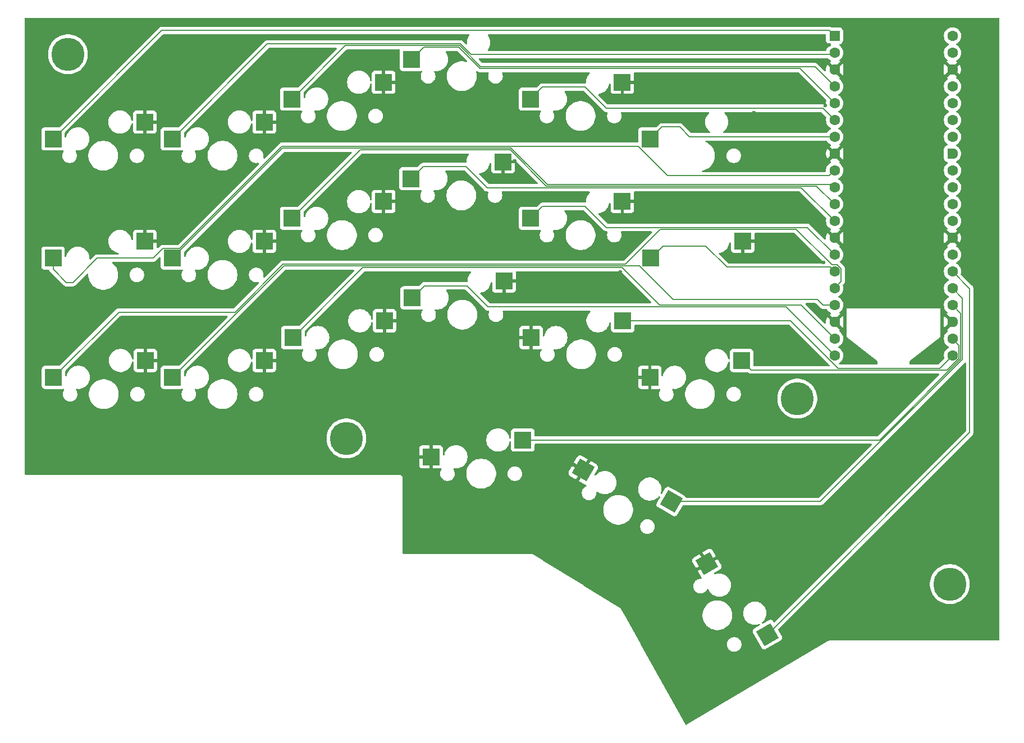
<source format=gbl>
%TF.GenerationSoftware,KiCad,Pcbnew,9.0.4*%
%TF.CreationDate,2025-11-01T07:51:32+01:00*%
%TF.ProjectId,kbv3-left,6b627633-2d6c-4656-9674-2e6b69636164,rev?*%
%TF.SameCoordinates,Original*%
%TF.FileFunction,Copper,L2,Bot*%
%TF.FilePolarity,Positive*%
%FSLAX46Y46*%
G04 Gerber Fmt 4.6, Leading zero omitted, Abs format (unit mm)*
G04 Created by KiCad (PCBNEW 9.0.4) date 2025-11-01 07:51:32*
%MOMM*%
%LPD*%
G01*
G04 APERTURE LIST*
G04 Aperture macros list*
%AMRoundRect*
0 Rectangle with rounded corners*
0 $1 Rounding radius*
0 $2 $3 $4 $5 $6 $7 $8 $9 X,Y pos of 4 corners*
0 Add a 4 corners polygon primitive as box body*
4,1,4,$2,$3,$4,$5,$6,$7,$8,$9,$2,$3,0*
0 Add four circle primitives for the rounded corners*
1,1,$1+$1,$2,$3*
1,1,$1+$1,$4,$5*
1,1,$1+$1,$6,$7*
1,1,$1+$1,$8,$9*
0 Add four rect primitives between the rounded corners*
20,1,$1+$1,$2,$3,$4,$5,0*
20,1,$1+$1,$4,$5,$6,$7,0*
20,1,$1+$1,$6,$7,$8,$9,0*
20,1,$1+$1,$8,$9,$2,$3,0*%
%AMRotRect*
0 Rectangle, with rotation*
0 The origin of the aperture is its center*
0 $1 length*
0 $2 width*
0 $3 Rotation angle, in degrees counterclockwise*
0 Add horizontal line*
21,1,$1,$2,0,0,$3*%
%AMFreePoly0*
4,1,37,0.603843,0.796157,0.639018,0.796157,0.711114,0.766294,0.766294,0.711114,0.796157,0.639018,0.796157,0.603843,0.800000,0.600000,0.800000,-0.600000,0.796157,-0.603843,0.796157,-0.639018,0.766294,-0.711114,0.711114,-0.766294,0.639018,-0.796157,0.603843,-0.796157,0.600000,-0.800000,0.000000,-0.800000,0.000000,-0.796148,-0.078414,-0.796148,-0.232228,-0.765552,-0.377117,-0.705537,
-0.507515,-0.618408,-0.618408,-0.507515,-0.705537,-0.377117,-0.765552,-0.232228,-0.796148,-0.078414,-0.796148,0.078414,-0.765552,0.232228,-0.705537,0.377117,-0.618408,0.507515,-0.507515,0.618408,-0.377117,0.705537,-0.232228,0.765552,-0.078414,0.796148,0.000000,0.796148,0.000000,0.800000,0.600000,0.800000,0.603843,0.796157,0.603843,0.796157,$1*%
%AMFreePoly1*
4,1,37,0.000000,0.796148,0.078414,0.796148,0.232228,0.765552,0.377117,0.705537,0.507515,0.618408,0.618408,0.507515,0.705537,0.377117,0.765552,0.232228,0.796148,0.078414,0.796148,-0.078414,0.765552,-0.232228,0.705537,-0.377117,0.618408,-0.507515,0.507515,-0.618408,0.377117,-0.705537,0.232228,-0.765552,0.078414,-0.796148,0.000000,-0.796148,0.000000,-0.800000,-0.600000,-0.800000,
-0.603843,-0.796157,-0.639018,-0.796157,-0.711114,-0.766294,-0.766294,-0.711114,-0.796157,-0.639018,-0.796157,-0.603843,-0.800000,-0.600000,-0.800000,0.600000,-0.796157,0.603843,-0.796157,0.639018,-0.766294,0.711114,-0.711114,0.766294,-0.639018,0.796157,-0.603843,0.796157,-0.600000,0.800000,0.000000,0.800000,0.000000,0.796148,0.000000,0.796148,$1*%
G04 Aperture macros list end*
%TA.AperFunction,SMDPad,CuDef*%
%ADD10RotRect,2.550000X2.500000X330.000000*%
%TD*%
%TA.AperFunction,SMDPad,CuDef*%
%ADD11RotRect,2.550000X2.500000X300.000000*%
%TD*%
%TA.AperFunction,SMDPad,CuDef*%
%ADD12R,2.550000X2.500000*%
%TD*%
%TA.AperFunction,ComponentPad*%
%ADD13C,5.000000*%
%TD*%
%TA.AperFunction,ComponentPad*%
%ADD14RoundRect,0.200000X-0.600000X-0.600000X0.600000X-0.600000X0.600000X0.600000X-0.600000X0.600000X0*%
%TD*%
%TA.AperFunction,ComponentPad*%
%ADD15C,1.600000*%
%TD*%
%TA.AperFunction,ComponentPad*%
%ADD16FreePoly0,0.000000*%
%TD*%
%TA.AperFunction,ComponentPad*%
%ADD17FreePoly1,0.000000*%
%TD*%
%TA.AperFunction,ViaPad*%
%ADD18C,0.600000*%
%TD*%
%TA.AperFunction,Conductor*%
%ADD19C,0.127000*%
%TD*%
G04 APERTURE END LIST*
D10*
%TO.P,SW20,1,1*%
%TO.N,Net-(A1-GPIO19)*%
X171987891Y-123525591D03*
%TO.P,SW20,2,2*%
%TO.N,GND*%
X158723439Y-118800295D03*
%TD*%
D11*
%TO.P,SW21,1,1*%
%TO.N,Net-(A1-GPIO20)*%
X186484409Y-143626709D03*
%TO.P,SW21,2,2*%
%TO.N,GND*%
X177359705Y-132902257D03*
%TD*%
D12*
%TO.P,SW3,1,1*%
%TO.N,GND*%
X128610000Y-60240000D03*
%TO.P,SW3,2,2*%
%TO.N,Net-(A1-GPIO2)*%
X114760000Y-62780000D03*
%TD*%
%TO.P,SW6,1,1*%
%TO.N,GND*%
X182610000Y-66240000D03*
%TO.P,SW6,2,2*%
%TO.N,Net-(A1-GPIO5)*%
X168760000Y-68780000D03*
%TD*%
D13*
%TO.P,REF\u002A\u002A,1*%
%TO.N,N/C*%
X81000000Y-56000000D03*
%TD*%
D12*
%TO.P,SW16,1,1*%
%TO.N,GND*%
X146770000Y-90240000D03*
%TO.P,SW16,2,2*%
%TO.N,Net-(A1-GPIO15)*%
X132920000Y-92780000D03*
%TD*%
%TO.P,SW7,1,1*%
%TO.N,GND*%
X92610000Y-84240000D03*
%TO.P,SW7,2,2*%
%TO.N,Net-(A1-GPIO6)*%
X78760000Y-86780000D03*
%TD*%
%TO.P,SW10,1,1*%
%TO.N,GND*%
X146610000Y-72240000D03*
%TO.P,SW10,2,2*%
%TO.N,Net-(A1-GPIO9)*%
X132760000Y-74780000D03*
%TD*%
%TO.P,SW1,1,1*%
%TO.N,GND*%
X92610000Y-66240000D03*
%TO.P,SW1,2,2*%
%TO.N,Net-(A1-GPIO0)*%
X78760000Y-68780000D03*
%TD*%
%TO.P,SW9,1,1*%
%TO.N,GND*%
X128610000Y-78240000D03*
%TO.P,SW9,2,2*%
%TO.N,Net-(A1-GPIO8)*%
X114760000Y-80780000D03*
%TD*%
%TO.P,SW5,1,1*%
%TO.N,GND*%
X164610000Y-60240000D03*
%TO.P,SW5,2,2*%
%TO.N,Net-(A1-GPIO4)*%
X150760000Y-62780000D03*
%TD*%
%TO.P,SW13,1,1*%
%TO.N,GND*%
X92690000Y-102240000D03*
%TO.P,SW13,2,2*%
%TO.N,Net-(A1-GPIO12)*%
X78840000Y-104780000D03*
%TD*%
%TO.P,SW15,1,1*%
%TO.N,GND*%
X128770000Y-96240000D03*
%TO.P,SW15,2,2*%
%TO.N,Net-(A1-GPIO14)*%
X114920000Y-98780000D03*
%TD*%
D14*
%TO.P,A1,1,GPIO0*%
%TO.N,Net-(A1-GPIO0)*%
X196620000Y-53220000D03*
D15*
%TO.P,A1,2,GPIO1*%
%TO.N,Net-(A1-GPIO1)*%
X196620000Y-55760000D03*
D16*
%TO.P,A1,3,GND*%
%TO.N,GND*%
X196620000Y-58300000D03*
D15*
%TO.P,A1,4,GPIO2*%
%TO.N,Net-(A1-GPIO2)*%
X196620000Y-60840000D03*
%TO.P,A1,5,GPIO3*%
%TO.N,Net-(A1-GPIO3)*%
X196620000Y-63380000D03*
%TO.P,A1,6,GPIO4*%
%TO.N,Net-(A1-GPIO4)*%
X196620000Y-65920000D03*
%TO.P,A1,7,GPIO5*%
%TO.N,Net-(A1-GPIO5)*%
X196620000Y-68460000D03*
D16*
%TO.P,A1,8,GND*%
%TO.N,GND*%
X196620000Y-71000000D03*
D15*
%TO.P,A1,9,GPIO6*%
%TO.N,Net-(A1-GPIO6)*%
X196620000Y-73540000D03*
%TO.P,A1,10,GPIO7*%
%TO.N,Net-(A1-GPIO7)*%
X196620000Y-76080000D03*
%TO.P,A1,11,GPIO8*%
%TO.N,Net-(A1-GPIO8)*%
X196620000Y-78620000D03*
%TO.P,A1,12,GPIO9*%
%TO.N,Net-(A1-GPIO9)*%
X196620000Y-81160000D03*
D16*
%TO.P,A1,13,GND*%
%TO.N,GND*%
X196620000Y-83700000D03*
D15*
%TO.P,A1,14,GPIO10*%
%TO.N,Net-(A1-GPIO10)*%
X196620000Y-86240000D03*
%TO.P,A1,15,GPIO11*%
%TO.N,Net-(A1-GPIO11)*%
X196620000Y-88780000D03*
%TO.P,A1,16,GPIO12*%
%TO.N,Net-(A1-GPIO12)*%
X196620000Y-91320000D03*
%TO.P,A1,17,GPIO13*%
%TO.N,Net-(A1-GPIO13)*%
X196620000Y-93860000D03*
D16*
%TO.P,A1,18,GND*%
%TO.N,GND*%
X196620000Y-96400000D03*
D15*
%TO.P,A1,19,GPIO14*%
%TO.N,Net-(A1-GPIO14)*%
X196620000Y-98940000D03*
%TO.P,A1,20,GPIO15*%
%TO.N,Net-(A1-GPIO15)*%
X196620000Y-101480000D03*
%TO.P,A1,21,GPIO16*%
%TO.N,Net-(A1-GPIO16)*%
X214400000Y-101480000D03*
%TO.P,A1,22,GPIO17*%
%TO.N,Net-(A1-GPIO17)*%
X214400000Y-98940000D03*
D17*
%TO.P,A1,23,GND*%
%TO.N,GND*%
X214400000Y-96400000D03*
D15*
%TO.P,A1,24,GPIO18*%
%TO.N,Net-(A1-GPIO18)*%
X214400000Y-93860000D03*
%TO.P,A1,25,GPIO19*%
%TO.N,Net-(A1-GPIO19)*%
X214400000Y-91320000D03*
%TO.P,A1,26,GPIO20*%
%TO.N,Net-(A1-GPIO20)*%
X214400000Y-88780000D03*
%TO.P,A1,27,GPIO21*%
%TO.N,unconnected-(A1-GPIO21-Pad27)*%
X214400000Y-86240000D03*
D17*
%TO.P,A1,28,GND*%
%TO.N,GND*%
X214400000Y-83700000D03*
D15*
%TO.P,A1,29,GPIO22*%
%TO.N,unconnected-(A1-GPIO22-Pad29)*%
X214400000Y-81160000D03*
%TO.P,A1,30,RUN*%
%TO.N,unconnected-(A1-RUN-Pad30)*%
X214400000Y-78620000D03*
%TO.P,A1,31,GPIO26_ADC0*%
%TO.N,unconnected-(A1-GPIO26_ADC0-Pad31)*%
X214400000Y-76080000D03*
%TO.P,A1,32,GPIO27_ADC1*%
%TO.N,unconnected-(A1-GPIO27_ADC1-Pad32)*%
X214400000Y-73540000D03*
D17*
%TO.P,A1,33,AGND*%
%TO.N,unconnected-(A1-AGND-Pad33)*%
X214400000Y-71000000D03*
D15*
%TO.P,A1,34,GPIO28_ADC2*%
%TO.N,unconnected-(A1-GPIO28_ADC2-Pad34)*%
X214400000Y-68460000D03*
%TO.P,A1,35,ADC_VREF*%
%TO.N,unconnected-(A1-ADC_VREF-Pad35)*%
X214400000Y-65920000D03*
%TO.P,A1,36,3V3*%
%TO.N,unconnected-(A1-3V3-Pad36)*%
X214400000Y-63380000D03*
%TO.P,A1,37,3V3_EN*%
%TO.N,unconnected-(A1-3V3_EN-Pad37)*%
X214400000Y-60840000D03*
D17*
%TO.P,A1,38,GND*%
%TO.N,GND*%
X214400000Y-58300000D03*
D15*
%TO.P,A1,39,VSYS*%
%TO.N,+3V8*%
X214400000Y-55760000D03*
%TO.P,A1,40,VBUS*%
%TO.N,unconnected-(A1-VBUS-Pad40)*%
X214400000Y-53220000D03*
%TD*%
D12*
%TO.P,SW2,1,1*%
%TO.N,GND*%
X110610000Y-66240000D03*
%TO.P,SW2,2,2*%
%TO.N,Net-(A1-GPIO1)*%
X96760000Y-68780000D03*
%TD*%
%TO.P,SW19,1,1*%
%TO.N,Net-(A1-GPIO18)*%
X149610000Y-114240000D03*
%TO.P,SW19,2,2*%
%TO.N,GND*%
X135760000Y-116780000D03*
%TD*%
%TO.P,SW4,1,1*%
%TO.N,GND*%
X146690000Y-54240000D03*
%TO.P,SW4,2,2*%
%TO.N,Net-(A1-GPIO3)*%
X132840000Y-56780000D03*
%TD*%
%TO.P,SW8,1,1*%
%TO.N,GND*%
X110610000Y-84240000D03*
%TO.P,SW8,2,2*%
%TO.N,Net-(A1-GPIO7)*%
X96760000Y-86780000D03*
%TD*%
%TO.P,SW17,1,1*%
%TO.N,Net-(A1-GPIO16)*%
X164690000Y-96240000D03*
%TO.P,SW17,2,2*%
%TO.N,GND*%
X150840000Y-98780000D03*
%TD*%
%TO.P,SW18,1,1*%
%TO.N,Net-(A1-GPIO17)*%
X182610000Y-102240000D03*
%TO.P,SW18,2,2*%
%TO.N,GND*%
X168760000Y-104780000D03*
%TD*%
D13*
%TO.P,REF\u002A\u002A,1*%
%TO.N,N/C*%
X123000000Y-114000000D03*
%TD*%
D12*
%TO.P,SW12,1,1*%
%TO.N,GND*%
X182770000Y-84240000D03*
%TO.P,SW12,2,2*%
%TO.N,Net-(A1-GPIO11)*%
X168920000Y-86780000D03*
%TD*%
%TO.P,SW11,1,1*%
%TO.N,GND*%
X164610000Y-78240000D03*
%TO.P,SW11,2,2*%
%TO.N,Net-(A1-GPIO10)*%
X150760000Y-80780000D03*
%TD*%
D13*
%TO.P,REF\u002A\u002A,1*%
%TO.N,N/C*%
X191000000Y-108000000D03*
%TD*%
D12*
%TO.P,SW14,1,1*%
%TO.N,GND*%
X110610000Y-102240000D03*
%TO.P,SW14,2,2*%
%TO.N,Net-(A1-GPIO13)*%
X96760000Y-104780000D03*
%TD*%
D13*
%TO.P,REF\u002A\u002A,1*%
%TO.N,N/C*%
X214000000Y-136000000D03*
%TD*%
D18*
%TO.N,GND*%
X184500000Y-64800000D03*
X195800000Y-54600000D03*
X195200000Y-63700000D03*
X164300000Y-88900000D03*
X148400000Y-72100000D03*
X195000000Y-87400000D03*
%TD*%
D19*
%TO.N,Net-(A1-GPIO10)*%
X152574500Y-78965500D02*
X159019409Y-78965500D01*
X159019409Y-78965500D02*
X162208509Y-82154600D01*
X162208509Y-82154600D02*
X192534600Y-82154600D01*
X150760000Y-80780000D02*
X152574500Y-78965500D01*
X192534600Y-82154600D02*
X196620000Y-86240000D01*
%TO.N,Net-(A1-GPIO3)*%
X132840000Y-56780000D02*
X134654500Y-54965500D01*
X134654500Y-54965500D02*
X139965500Y-54965500D01*
X191394600Y-58154600D02*
X196620000Y-63380000D01*
X139965500Y-54965500D02*
X143154600Y-58154600D01*
X143154600Y-58154600D02*
X191394600Y-58154600D01*
%TO.N,Net-(A1-GPIO16)*%
X189977807Y-96240000D02*
X197152307Y-103414500D01*
X197152307Y-103414500D02*
X212465500Y-103414500D01*
X212465500Y-103414500D02*
X214400000Y-101480000D01*
X164690000Y-96240000D02*
X189977807Y-96240000D01*
%TO.N,Net-(A1-GPIO14)*%
X191579600Y-93899600D02*
X196620000Y-98940000D01*
X164570500Y-88221500D02*
X170248600Y-93899600D01*
X114920000Y-98780000D02*
X125478500Y-88221500D01*
X125478500Y-88221500D02*
X164570500Y-88221500D01*
X170248600Y-93899600D02*
X191579600Y-93899600D01*
%TO.N,Net-(A1-GPIO0)*%
X78760000Y-68780000D02*
X95114500Y-52425500D01*
X195825500Y-52425500D02*
X196620000Y-53220000D01*
X95114500Y-52425500D02*
X195825500Y-52425500D01*
%TO.N,Net-(A1-GPIO11)*%
X180368509Y-88154600D02*
X195994600Y-88154600D01*
X170734500Y-84965500D02*
X177179409Y-84965500D01*
X168920000Y-86780000D02*
X170734500Y-84965500D01*
X195994600Y-88154600D02*
X196620000Y-88780000D01*
X177179409Y-84965500D02*
X180368509Y-88154600D01*
%TO.N,Net-(A1-GPIO6)*%
X78760000Y-86780000D02*
X78760000Y-88488124D01*
X195820001Y-74339999D02*
X196620000Y-73540000D01*
X93852000Y-86780000D02*
X95293500Y-85338500D01*
X81722724Y-90485400D02*
X85428124Y-86780000D01*
X78760000Y-88488124D02*
X80757276Y-90485400D01*
X85428124Y-86780000D02*
X93852000Y-86780000D01*
X113263875Y-69915501D02*
X166987501Y-69915501D01*
X80757276Y-90485400D02*
X81722724Y-90485400D01*
X171411999Y-74339999D02*
X195820001Y-74339999D01*
X97840876Y-85338500D02*
X113263875Y-69915501D01*
X95293500Y-85338500D02*
X97840876Y-85338500D01*
X166987501Y-69915501D02*
X171411999Y-74339999D01*
%TO.N,Net-(A1-GPIO9)*%
X191614600Y-76154600D02*
X196620000Y-81160000D01*
X132760000Y-74780000D02*
X134574500Y-72965500D01*
X141019409Y-72965500D02*
X144208509Y-76154600D01*
X144208509Y-76154600D02*
X191614600Y-76154600D01*
X134574500Y-72965500D02*
X141019409Y-72965500D01*
%TO.N,Net-(A1-GPIO18)*%
X203402817Y-114240000D02*
X215646500Y-101996317D01*
X149610000Y-114240000D02*
X203402817Y-114240000D01*
X215646500Y-95106500D02*
X214400000Y-93860000D01*
X215646500Y-101996317D02*
X215646500Y-95106500D01*
%TO.N,Net-(A1-GPIO12)*%
X78840000Y-104780000D02*
X88689700Y-94930300D01*
X165080499Y-87711501D02*
X170366500Y-82425500D01*
X197611500Y-90328500D02*
X196620000Y-91320000D01*
X106249076Y-94930300D02*
X113467875Y-87711501D01*
X170366500Y-82425500D02*
X190846307Y-82425500D01*
X113467875Y-87711501D02*
X165080499Y-87711501D01*
X197611500Y-88369307D02*
X197611500Y-90328500D01*
X190846307Y-82425500D02*
X196209307Y-87788500D01*
X197030693Y-87788500D02*
X197611500Y-88369307D01*
X88689700Y-94930300D02*
X106249076Y-94930300D01*
X196209307Y-87788500D02*
X197030693Y-87788500D01*
%TO.N,Net-(A1-GPIO5)*%
X170574500Y-66965500D02*
X173261591Y-66965500D01*
X173261591Y-66965500D02*
X174756091Y-68460000D01*
X174756091Y-68460000D02*
X196620000Y-68460000D01*
X168760000Y-68780000D02*
X170574500Y-66965500D01*
%TO.N,Net-(A1-GPIO1)*%
X141775748Y-56054500D02*
X196325500Y-56054500D01*
X111084498Y-54455502D02*
X140176750Y-54455502D01*
X96760000Y-68780000D02*
X111084498Y-54455502D01*
X140176750Y-54455502D02*
X141775748Y-56054500D01*
X196325500Y-56054500D02*
X196620000Y-55760000D01*
%TO.N,Net-(A1-GPIO17)*%
X184039499Y-103669499D02*
X213612694Y-103669499D01*
X213612694Y-103669499D02*
X215391500Y-101890693D01*
X215391500Y-101890693D02*
X215391500Y-99931500D01*
X215391500Y-99931500D02*
X214400000Y-98940000D01*
X182610000Y-102240000D02*
X184039499Y-103669499D01*
%TO.N,Net-(A1-GPIO15)*%
X141179409Y-90965500D02*
X144368509Y-94154600D01*
X189294600Y-94154600D02*
X196620000Y-101480000D01*
X144368509Y-94154600D02*
X189294600Y-94154600D01*
X134734500Y-90965500D02*
X141179409Y-90965500D01*
X132920000Y-92780000D02*
X134734500Y-90965500D01*
%TO.N,Net-(A1-GPIO13)*%
X113573499Y-87966501D02*
X167198501Y-87966501D01*
X172232000Y-93000000D02*
X194000000Y-93000000D01*
X194860000Y-93860000D02*
X196620000Y-93860000D01*
X194000000Y-93000000D02*
X194860000Y-93860000D01*
X96760000Y-104780000D02*
X113573499Y-87966501D01*
X167198501Y-87966501D02*
X172232000Y-93000000D01*
%TO.N,Net-(A1-GPIO20)*%
X217000000Y-91380000D02*
X214400000Y-88780000D01*
X186484409Y-143626709D02*
X217000000Y-113111118D01*
X217000000Y-113111118D02*
X217000000Y-91380000D01*
%TO.N,Net-(A1-GPIO8)*%
X193899600Y-75899600D02*
X196620000Y-78620000D01*
X114760000Y-80780000D02*
X125114500Y-70425500D01*
X147703500Y-70425500D02*
X153177600Y-75899600D01*
X153177600Y-75899600D02*
X193899600Y-75899600D01*
X125114500Y-70425500D02*
X147703500Y-70425500D01*
%TO.N,Net-(A1-GPIO7)*%
X147809125Y-70170501D02*
X153283224Y-75644600D01*
X113369499Y-70170501D02*
X147809125Y-70170501D01*
X196184600Y-75644600D02*
X196620000Y-76080000D01*
X153283224Y-75644600D02*
X196184600Y-75644600D01*
X96760000Y-86780000D02*
X113369499Y-70170501D01*
%TO.N,Net-(A1-GPIO4)*%
X194854600Y-64154600D02*
X196620000Y-65920000D01*
X150760000Y-62780000D02*
X152574500Y-60965500D01*
X152574500Y-60965500D02*
X159019409Y-60965500D01*
X162208509Y-64154600D02*
X194854600Y-64154600D01*
X159019409Y-60965500D02*
X162208509Y-64154600D01*
%TO.N,Net-(A1-GPIO2)*%
X122829499Y-54710501D02*
X140071125Y-54710501D01*
X114760000Y-62780000D02*
X122829499Y-54710501D01*
X140071125Y-54710501D02*
X143260224Y-57899600D01*
X193679600Y-57899600D02*
X196620000Y-60840000D01*
X143260224Y-57899600D02*
X193679600Y-57899600D01*
%TO.N,Net-(A1-GPIO19)*%
X215901500Y-92821500D02*
X214400000Y-91320000D01*
X171987891Y-123525591D02*
X194477850Y-123525591D01*
X194477850Y-123525591D02*
X215901500Y-102101941D01*
X215901500Y-102101941D02*
X215901500Y-92821500D01*
%TD*%
%TA.AperFunction,Conductor*%
%TO.N,GND*%
G36*
X193782061Y-93583685D02*
G01*
X193802702Y-93600318D01*
X194513696Y-94311313D01*
X194513697Y-94311314D01*
X194513699Y-94311315D01*
X194642300Y-94385563D01*
X194642301Y-94385563D01*
X194642304Y-94385565D01*
X194785748Y-94424001D01*
X194785751Y-94424001D01*
X194941849Y-94424001D01*
X194941865Y-94424000D01*
X195371800Y-94424000D01*
X195438839Y-94443685D01*
X195482285Y-94491705D01*
X195486470Y-94499919D01*
X195502052Y-94530500D01*
X195507715Y-94541613D01*
X195628028Y-94707213D01*
X195772786Y-94851971D01*
X195938388Y-94972286D01*
X195938390Y-94972287D01*
X196024294Y-95016057D01*
X196075090Y-95064031D01*
X196091886Y-95131852D01*
X196069349Y-95197987D01*
X196026455Y-95235899D01*
X195960497Y-95271155D01*
X195891086Y-95317534D01*
X195891085Y-95317534D01*
X196490589Y-95917037D01*
X196427007Y-95934075D01*
X196312993Y-95999901D01*
X196219901Y-96092993D01*
X196154075Y-96207007D01*
X196137037Y-96270589D01*
X195537534Y-95671085D01*
X195537534Y-95671086D01*
X195491158Y-95740493D01*
X195444490Y-95827801D01*
X195384185Y-95973387D01*
X195355444Y-96068135D01*
X195324701Y-96222697D01*
X195324701Y-96222700D01*
X195315000Y-96321210D01*
X195315000Y-96478790D01*
X195320208Y-96531674D01*
X195307188Y-96600320D01*
X195259123Y-96651030D01*
X195191272Y-96667703D01*
X195125178Y-96645047D01*
X195109124Y-96631508D01*
X192253297Y-93775681D01*
X192219812Y-93714358D01*
X192224796Y-93644666D01*
X192266668Y-93588733D01*
X192332132Y-93564316D01*
X192340978Y-93564000D01*
X193715022Y-93564000D01*
X193782061Y-93583685D01*
G37*
%TD.AperFunction*%
%TA.AperFunction,Conductor*%
G36*
X164352561Y-88805185D02*
G01*
X164373203Y-88821819D01*
X168930303Y-93378919D01*
X168963788Y-93440242D01*
X168958804Y-93509934D01*
X168916932Y-93565867D01*
X168851468Y-93590284D01*
X168842622Y-93590600D01*
X144653487Y-93590600D01*
X144586448Y-93570915D01*
X144565806Y-93554281D01*
X143195263Y-92183738D01*
X143161778Y-92122415D01*
X143166762Y-92052723D01*
X143208634Y-91996790D01*
X143266758Y-91973118D01*
X143362238Y-91960548D01*
X143583887Y-91901158D01*
X143795888Y-91813344D01*
X143994612Y-91698611D01*
X144176661Y-91558919D01*
X144176665Y-91558914D01*
X144176670Y-91558911D01*
X144338911Y-91396670D01*
X144338914Y-91396665D01*
X144338919Y-91396661D01*
X144478611Y-91214612D01*
X144593344Y-91015888D01*
X144681158Y-90803887D01*
X144740548Y-90582238D01*
X144748061Y-90525170D01*
X144776328Y-90461275D01*
X144834652Y-90422804D01*
X144904517Y-90421973D01*
X144963740Y-90459045D01*
X144993519Y-90522251D01*
X144995000Y-90541357D01*
X144995000Y-91537844D01*
X145001401Y-91597372D01*
X145001403Y-91597379D01*
X145051645Y-91732086D01*
X145051649Y-91732093D01*
X145137809Y-91847187D01*
X145137812Y-91847190D01*
X145252906Y-91933350D01*
X145252913Y-91933354D01*
X145387620Y-91983596D01*
X145387627Y-91983598D01*
X145447155Y-91989999D01*
X145447172Y-91990000D01*
X146520000Y-91990000D01*
X147020000Y-91990000D01*
X148092828Y-91990000D01*
X148092844Y-91989999D01*
X148152372Y-91983598D01*
X148152379Y-91983596D01*
X148287086Y-91933354D01*
X148287093Y-91933350D01*
X148402187Y-91847190D01*
X148402190Y-91847187D01*
X148488350Y-91732093D01*
X148488354Y-91732086D01*
X148538596Y-91597379D01*
X148538598Y-91597372D01*
X148544999Y-91537844D01*
X148545000Y-91537827D01*
X148545000Y-90490000D01*
X147020000Y-90490000D01*
X147020000Y-91990000D01*
X146520000Y-91990000D01*
X146520000Y-90364000D01*
X146539685Y-90296961D01*
X146592489Y-90251206D01*
X146644000Y-90240000D01*
X146770000Y-90240000D01*
X146770000Y-90114000D01*
X146789685Y-90046961D01*
X146842489Y-90001206D01*
X146894000Y-89990000D01*
X148545000Y-89990000D01*
X148545000Y-88942172D01*
X148544999Y-88942158D01*
X148542913Y-88922757D01*
X148555317Y-88853998D01*
X148602926Y-88802859D01*
X148666202Y-88785500D01*
X164285522Y-88785500D01*
X164352561Y-88805185D01*
G37*
%TD.AperFunction*%
%TA.AperFunction,Conductor*%
G36*
X190628368Y-83009185D02*
G01*
X190649010Y-83025819D01*
X195002110Y-87378919D01*
X195035595Y-87440242D01*
X195030611Y-87509934D01*
X194988739Y-87565867D01*
X194923275Y-87590284D01*
X194914429Y-87590600D01*
X180653487Y-87590600D01*
X180586448Y-87570915D01*
X180565806Y-87554281D01*
X179195263Y-86183738D01*
X179161778Y-86122415D01*
X179166762Y-86052723D01*
X179208634Y-85996790D01*
X179266758Y-85973118D01*
X179362238Y-85960548D01*
X179583887Y-85901158D01*
X179795888Y-85813344D01*
X179994612Y-85698611D01*
X180176661Y-85558919D01*
X180176665Y-85558914D01*
X180176670Y-85558911D01*
X180338911Y-85396670D01*
X180338914Y-85396665D01*
X180338919Y-85396661D01*
X180478611Y-85214612D01*
X180593344Y-85015888D01*
X180681158Y-84803887D01*
X180740548Y-84582238D01*
X180748061Y-84525170D01*
X180776328Y-84461275D01*
X180834652Y-84422804D01*
X180904517Y-84421973D01*
X180963740Y-84459045D01*
X180993519Y-84522251D01*
X180995000Y-84541357D01*
X180995000Y-85537844D01*
X181001401Y-85597372D01*
X181001403Y-85597379D01*
X181051645Y-85732086D01*
X181051649Y-85732093D01*
X181137809Y-85847187D01*
X181137812Y-85847190D01*
X181252906Y-85933350D01*
X181252913Y-85933354D01*
X181387620Y-85983596D01*
X181387627Y-85983598D01*
X181447155Y-85989999D01*
X181447172Y-85990000D01*
X182520000Y-85990000D01*
X183020000Y-85990000D01*
X184092828Y-85990000D01*
X184092844Y-85989999D01*
X184152372Y-85983598D01*
X184152379Y-85983596D01*
X184287086Y-85933354D01*
X184287093Y-85933350D01*
X184402187Y-85847190D01*
X184402190Y-85847187D01*
X184488350Y-85732093D01*
X184488354Y-85732086D01*
X184538596Y-85597379D01*
X184538598Y-85597372D01*
X184544999Y-85537844D01*
X184545000Y-85537827D01*
X184545000Y-84490000D01*
X183020000Y-84490000D01*
X183020000Y-85990000D01*
X182520000Y-85990000D01*
X182520000Y-84364000D01*
X182539685Y-84296961D01*
X182592489Y-84251206D01*
X182644000Y-84240000D01*
X182770000Y-84240000D01*
X182770000Y-84114000D01*
X182789685Y-84046961D01*
X182842489Y-84001206D01*
X182894000Y-83990000D01*
X184545000Y-83990000D01*
X184545000Y-83113500D01*
X184564685Y-83046461D01*
X184617489Y-83000706D01*
X184669000Y-82989500D01*
X190561329Y-82989500D01*
X190628368Y-83009185D01*
G37*
%TD.AperFunction*%
%TA.AperFunction,Conductor*%
G36*
X191396661Y-76738285D02*
G01*
X191417303Y-76754919D01*
X195338580Y-80676197D01*
X195372065Y-80737520D01*
X195368831Y-80802194D01*
X195351522Y-80855466D01*
X195319500Y-81057648D01*
X195319500Y-81262351D01*
X195351522Y-81464534D01*
X195414781Y-81659223D01*
X195463385Y-81754612D01*
X195505358Y-81836989D01*
X195507715Y-81841613D01*
X195628028Y-82007213D01*
X195772786Y-82151971D01*
X195938388Y-82272286D01*
X195938390Y-82272287D01*
X196024294Y-82316057D01*
X196075090Y-82364031D01*
X196091886Y-82431852D01*
X196069349Y-82497987D01*
X196026455Y-82535899D01*
X195960497Y-82571155D01*
X195891086Y-82617534D01*
X195891085Y-82617534D01*
X196490589Y-83217037D01*
X196427007Y-83234075D01*
X196312993Y-83299901D01*
X196219901Y-83392993D01*
X196154075Y-83507007D01*
X196137037Y-83570589D01*
X195537534Y-82971085D01*
X195537534Y-82971086D01*
X195491158Y-83040493D01*
X195444490Y-83127801D01*
X195384185Y-83273387D01*
X195355444Y-83368135D01*
X195324701Y-83522697D01*
X195324701Y-83522700D01*
X195315000Y-83621210D01*
X195315000Y-83778790D01*
X195320208Y-83831674D01*
X195307188Y-83900320D01*
X195259123Y-83951030D01*
X195191272Y-83967703D01*
X195125178Y-83945047D01*
X195109124Y-83931508D01*
X192992983Y-81815367D01*
X192992981Y-81815364D01*
X192880906Y-81703289D01*
X192880904Y-81703287D01*
X192752296Y-81629035D01*
X192751979Y-81628950D01*
X192751975Y-81628948D01*
X192640912Y-81599190D01*
X192608853Y-81590600D01*
X192608852Y-81590600D01*
X162493487Y-81590600D01*
X162426448Y-81570915D01*
X162405806Y-81554281D01*
X161035263Y-80183738D01*
X161001778Y-80122415D01*
X161006762Y-80052723D01*
X161048634Y-79996790D01*
X161106758Y-79973118D01*
X161202238Y-79960548D01*
X161423887Y-79901158D01*
X161635888Y-79813344D01*
X161834612Y-79698611D01*
X162016661Y-79558919D01*
X162016665Y-79558914D01*
X162016670Y-79558911D01*
X162178911Y-79396670D01*
X162178914Y-79396665D01*
X162178919Y-79396661D01*
X162318611Y-79214612D01*
X162433344Y-79015888D01*
X162521158Y-78803887D01*
X162580548Y-78582238D01*
X162588061Y-78525170D01*
X162616328Y-78461275D01*
X162674652Y-78422804D01*
X162744517Y-78421973D01*
X162803740Y-78459045D01*
X162833519Y-78522251D01*
X162835000Y-78541357D01*
X162835000Y-79537844D01*
X162841401Y-79597372D01*
X162841403Y-79597379D01*
X162891645Y-79732086D01*
X162891649Y-79732093D01*
X162977809Y-79847187D01*
X162977812Y-79847190D01*
X163092906Y-79933350D01*
X163092913Y-79933354D01*
X163227620Y-79983596D01*
X163227627Y-79983598D01*
X163287155Y-79989999D01*
X163287172Y-79990000D01*
X164360000Y-79990000D01*
X164860000Y-79990000D01*
X165932828Y-79990000D01*
X165932844Y-79989999D01*
X165992372Y-79983598D01*
X165992379Y-79983596D01*
X166127086Y-79933354D01*
X166127093Y-79933350D01*
X166242187Y-79847190D01*
X166242190Y-79847187D01*
X166328350Y-79732093D01*
X166328354Y-79732086D01*
X166378596Y-79597379D01*
X166378598Y-79597372D01*
X166384999Y-79537844D01*
X166385000Y-79537827D01*
X166385000Y-78490000D01*
X164860000Y-78490000D01*
X164860000Y-79990000D01*
X164360000Y-79990000D01*
X164360000Y-78364000D01*
X164379685Y-78296961D01*
X164432489Y-78251206D01*
X164484000Y-78240000D01*
X164610000Y-78240000D01*
X164610000Y-78114000D01*
X164629685Y-78046961D01*
X164682489Y-78001206D01*
X164734000Y-77990000D01*
X166385000Y-77990000D01*
X166385000Y-76942172D01*
X166384999Y-76942155D01*
X166378598Y-76882627D01*
X166376813Y-76875070D01*
X166379020Y-76874548D01*
X166374846Y-76816252D01*
X166408326Y-76754926D01*
X166469646Y-76721436D01*
X166496014Y-76718600D01*
X191329622Y-76718600D01*
X191396661Y-76738285D01*
G37*
%TD.AperFunction*%
%TA.AperFunction,Conductor*%
G36*
X148486061Y-72009685D02*
G01*
X148506703Y-72026319D01*
X151859303Y-75378919D01*
X151892788Y-75440242D01*
X151887804Y-75509934D01*
X151845932Y-75565867D01*
X151780468Y-75590284D01*
X151771622Y-75590600D01*
X144493487Y-75590600D01*
X144426448Y-75570915D01*
X144405806Y-75554281D01*
X143035263Y-74183738D01*
X143001778Y-74122415D01*
X143006762Y-74052723D01*
X143048634Y-73996790D01*
X143106758Y-73973118D01*
X143202238Y-73960548D01*
X143423887Y-73901158D01*
X143635888Y-73813344D01*
X143834612Y-73698611D01*
X144016661Y-73558919D01*
X144016665Y-73558914D01*
X144016670Y-73558911D01*
X144178911Y-73396670D01*
X144178914Y-73396665D01*
X144178919Y-73396661D01*
X144318611Y-73214612D01*
X144433344Y-73015888D01*
X144521158Y-72803887D01*
X144580548Y-72582238D01*
X144588061Y-72525170D01*
X144616328Y-72461275D01*
X144674652Y-72422804D01*
X144744517Y-72421973D01*
X144803740Y-72459045D01*
X144833519Y-72522251D01*
X144835000Y-72541357D01*
X144835000Y-73537844D01*
X144841401Y-73597372D01*
X144841403Y-73597379D01*
X144891645Y-73732086D01*
X144891649Y-73732093D01*
X144977809Y-73847187D01*
X144977812Y-73847190D01*
X145092906Y-73933350D01*
X145092913Y-73933354D01*
X145227620Y-73983596D01*
X145227627Y-73983598D01*
X145287155Y-73989999D01*
X145287172Y-73990000D01*
X146360000Y-73990000D01*
X146860000Y-73990000D01*
X147932828Y-73990000D01*
X147932844Y-73989999D01*
X147992372Y-73983598D01*
X147992379Y-73983596D01*
X148127086Y-73933354D01*
X148127093Y-73933350D01*
X148242187Y-73847190D01*
X148242190Y-73847187D01*
X148328350Y-73732093D01*
X148328354Y-73732086D01*
X148378596Y-73597379D01*
X148378598Y-73597372D01*
X148384999Y-73537844D01*
X148385000Y-73537827D01*
X148385000Y-72490000D01*
X146860000Y-72490000D01*
X146860000Y-73990000D01*
X146360000Y-73990000D01*
X146360000Y-72364000D01*
X146379685Y-72296961D01*
X146432489Y-72251206D01*
X146484000Y-72240000D01*
X146610000Y-72240000D01*
X146610000Y-72114000D01*
X146629685Y-72046961D01*
X146682489Y-72001206D01*
X146734000Y-71990000D01*
X148419022Y-71990000D01*
X148486061Y-72009685D01*
G37*
%TD.AperFunction*%
%TA.AperFunction,Conductor*%
G36*
X195438839Y-69043685D02*
G01*
X195482285Y-69091705D01*
X195497838Y-69122230D01*
X195507715Y-69141613D01*
X195628028Y-69307213D01*
X195772786Y-69451971D01*
X195938388Y-69572286D01*
X195938390Y-69572287D01*
X196024294Y-69616057D01*
X196075090Y-69664031D01*
X196091886Y-69731852D01*
X196069349Y-69797987D01*
X196026455Y-69835899D01*
X195960497Y-69871155D01*
X195891086Y-69917534D01*
X195891085Y-69917534D01*
X196490589Y-70517037D01*
X196427007Y-70534075D01*
X196312993Y-70599901D01*
X196219901Y-70692993D01*
X196154075Y-70807007D01*
X196137037Y-70870588D01*
X195537534Y-70271085D01*
X195537534Y-70271086D01*
X195491158Y-70340493D01*
X195444490Y-70427801D01*
X195384185Y-70573387D01*
X195355444Y-70668135D01*
X195324701Y-70822697D01*
X195324701Y-70822700D01*
X195315000Y-70921210D01*
X195315000Y-71078789D01*
X195324701Y-71177299D01*
X195324701Y-71177302D01*
X195355444Y-71331864D01*
X195384185Y-71426612D01*
X195444490Y-71572198D01*
X195491155Y-71659501D01*
X195491161Y-71659511D01*
X195537534Y-71728912D01*
X196137037Y-71129410D01*
X196154075Y-71192993D01*
X196219901Y-71307007D01*
X196312993Y-71400099D01*
X196427007Y-71465925D01*
X196490589Y-71482962D01*
X195891085Y-72082465D01*
X195960488Y-72128838D01*
X195960498Y-72128844D01*
X196026454Y-72164099D01*
X196076298Y-72213062D01*
X196091758Y-72281200D01*
X196067926Y-72346879D01*
X196024295Y-72383942D01*
X195938386Y-72427715D01*
X195772786Y-72548028D01*
X195628028Y-72692786D01*
X195507715Y-72858386D01*
X195414781Y-73040776D01*
X195351522Y-73235465D01*
X195319500Y-73437648D01*
X195319500Y-73647224D01*
X195318451Y-73647224D01*
X195305132Y-73710643D01*
X195256083Y-73760402D01*
X195195876Y-73775999D01*
X176751726Y-73775999D01*
X176684687Y-73756314D01*
X176638932Y-73703510D01*
X176628988Y-73634352D01*
X176658013Y-73570796D01*
X176716791Y-73533022D01*
X176735539Y-73529060D01*
X176758800Y-73525998D01*
X177042987Y-73449850D01*
X177171398Y-73396661D01*
X177314794Y-73337265D01*
X177314797Y-73337263D01*
X177314803Y-73337261D01*
X177569597Y-73190155D01*
X177803011Y-73011050D01*
X178011050Y-72803011D01*
X178190155Y-72569597D01*
X178337261Y-72314803D01*
X178341115Y-72305500D01*
X178449847Y-72042994D01*
X178449846Y-72042994D01*
X178449850Y-72042987D01*
X178525998Y-71758800D01*
X178564400Y-71467106D01*
X178564400Y-71233312D01*
X180298600Y-71233312D01*
X180298600Y-71406687D01*
X180325720Y-71577913D01*
X180379290Y-71742788D01*
X180379291Y-71742791D01*
X180442792Y-71867417D01*
X180457998Y-71897260D01*
X180559899Y-72037514D01*
X180682486Y-72160101D01*
X180822740Y-72262002D01*
X180891351Y-72296961D01*
X180977208Y-72340708D01*
X180977211Y-72340709D01*
X181048895Y-72364000D01*
X181142088Y-72394280D01*
X181221391Y-72406840D01*
X181313313Y-72421400D01*
X181313318Y-72421400D01*
X181486687Y-72421400D01*
X181573762Y-72407608D01*
X181657912Y-72394280D01*
X181822791Y-72340708D01*
X181977260Y-72262002D01*
X182117514Y-72160101D01*
X182240101Y-72037514D01*
X182342002Y-71897260D01*
X182420708Y-71742791D01*
X182474280Y-71577912D01*
X182492017Y-71465925D01*
X182501400Y-71406687D01*
X182501400Y-71233312D01*
X182482423Y-71113500D01*
X182474280Y-71062088D01*
X182450695Y-70989500D01*
X182439967Y-70956481D01*
X182420709Y-70897211D01*
X182420708Y-70897208D01*
X182342001Y-70742739D01*
X182240101Y-70602486D01*
X182117514Y-70479899D01*
X181977260Y-70377998D01*
X181969243Y-70373913D01*
X181822791Y-70299291D01*
X181822788Y-70299290D01*
X181657913Y-70245720D01*
X181486687Y-70218600D01*
X181486682Y-70218600D01*
X181313318Y-70218600D01*
X181313313Y-70218600D01*
X181142086Y-70245720D01*
X180977211Y-70299290D01*
X180977208Y-70299291D01*
X180822739Y-70377998D01*
X180791405Y-70400764D01*
X180682486Y-70479899D01*
X180682484Y-70479901D01*
X180682483Y-70479901D01*
X180559901Y-70602483D01*
X180559901Y-70602484D01*
X180559899Y-70602486D01*
X180529231Y-70644697D01*
X180457998Y-70742739D01*
X180379291Y-70897208D01*
X180379290Y-70897211D01*
X180325720Y-71062086D01*
X180298600Y-71233312D01*
X178564400Y-71233312D01*
X178564400Y-71172894D01*
X178525998Y-70881200D01*
X178449850Y-70597013D01*
X178449847Y-70597005D01*
X178337265Y-70325205D01*
X178337257Y-70325189D01*
X178190159Y-70070410D01*
X178190155Y-70070403D01*
X178087531Y-69936661D01*
X178011051Y-69836990D01*
X178011045Y-69836983D01*
X177803016Y-69628954D01*
X177803009Y-69628948D01*
X177569605Y-69449851D01*
X177569603Y-69449849D01*
X177569597Y-69449845D01*
X177569592Y-69449842D01*
X177569589Y-69449840D01*
X177314810Y-69302742D01*
X177314799Y-69302737D01*
X177217805Y-69262561D01*
X177163402Y-69218720D01*
X177141337Y-69152426D01*
X177158616Y-69084727D01*
X177209753Y-69037116D01*
X177265258Y-69024000D01*
X195371800Y-69024000D01*
X195438839Y-69043685D01*
G37*
%TD.AperFunction*%
%TA.AperFunction,Conductor*%
G36*
X194636661Y-64738285D02*
G01*
X194657303Y-64754919D01*
X195338581Y-65436197D01*
X195372066Y-65497520D01*
X195368831Y-65562196D01*
X195351523Y-65615464D01*
X195351523Y-65615465D01*
X195351523Y-65615466D01*
X195319500Y-65817648D01*
X195319500Y-66022352D01*
X195321902Y-66037515D01*
X195351522Y-66224534D01*
X195414781Y-66419223D01*
X195478691Y-66544653D01*
X195497843Y-66582240D01*
X195507715Y-66601613D01*
X195628028Y-66767213D01*
X195772786Y-66911971D01*
X195915821Y-67015890D01*
X195938390Y-67032287D01*
X196029840Y-67078883D01*
X196031080Y-67079515D01*
X196081876Y-67127490D01*
X196098671Y-67195311D01*
X196076134Y-67261446D01*
X196031080Y-67300485D01*
X195938386Y-67347715D01*
X195772786Y-67468028D01*
X195628028Y-67612786D01*
X195507715Y-67778386D01*
X195482285Y-67828295D01*
X195434310Y-67879091D01*
X195371800Y-67896000D01*
X179942662Y-67896000D01*
X179875623Y-67876315D01*
X179829868Y-67823511D01*
X179819924Y-67754353D01*
X179848949Y-67690797D01*
X179867175Y-67673625D01*
X179932719Y-67623330D01*
X180016661Y-67558919D01*
X180016665Y-67558914D01*
X180016670Y-67558911D01*
X180178911Y-67396670D01*
X180178914Y-67396665D01*
X180178919Y-67396661D01*
X180318611Y-67214612D01*
X180433344Y-67015888D01*
X180521158Y-66803887D01*
X180580548Y-66582238D01*
X180610500Y-66354734D01*
X180610500Y-66125266D01*
X180580548Y-65897762D01*
X180521158Y-65676113D01*
X180447182Y-65497520D01*
X180433349Y-65464123D01*
X180433346Y-65464117D01*
X180433344Y-65464112D01*
X180318611Y-65265388D01*
X180318608Y-65265385D01*
X180318607Y-65265382D01*
X180178918Y-65083338D01*
X180178911Y-65083330D01*
X180025862Y-64930281D01*
X179992377Y-64868958D01*
X179997361Y-64799266D01*
X180039233Y-64743333D01*
X180104697Y-64718916D01*
X180113543Y-64718600D01*
X194569622Y-64718600D01*
X194636661Y-64738285D01*
G37*
%TD.AperFunction*%
%TA.AperFunction,Conductor*%
G36*
X191176661Y-58738285D02*
G01*
X191197303Y-58754919D01*
X195338580Y-62896197D01*
X195372065Y-62957520D01*
X195368831Y-63022194D01*
X195351522Y-63075466D01*
X195319500Y-63277648D01*
X195319500Y-63482352D01*
X195319499Y-63482352D01*
X195329282Y-63544116D01*
X195320327Y-63613409D01*
X195275331Y-63666861D01*
X195208579Y-63687500D01*
X195144809Y-63670900D01*
X195072296Y-63629035D01*
X195071975Y-63628949D01*
X195071975Y-63628948D01*
X194960912Y-63599190D01*
X194928853Y-63590600D01*
X194928852Y-63590600D01*
X162493487Y-63590600D01*
X162426448Y-63570915D01*
X162405806Y-63554281D01*
X161035263Y-62183738D01*
X161001778Y-62122415D01*
X161006762Y-62052723D01*
X161048634Y-61996790D01*
X161106758Y-61973118D01*
X161202238Y-61960548D01*
X161423887Y-61901158D01*
X161635888Y-61813344D01*
X161834612Y-61698611D01*
X162016661Y-61558919D01*
X162016665Y-61558914D01*
X162016670Y-61558911D01*
X162178911Y-61396670D01*
X162178914Y-61396665D01*
X162178919Y-61396661D01*
X162318611Y-61214612D01*
X162433344Y-61015888D01*
X162521158Y-60803887D01*
X162580548Y-60582238D01*
X162588061Y-60525170D01*
X162616328Y-60461275D01*
X162674652Y-60422804D01*
X162744517Y-60421973D01*
X162803740Y-60459045D01*
X162833519Y-60522251D01*
X162835000Y-60541357D01*
X162835000Y-61537844D01*
X162841401Y-61597372D01*
X162841403Y-61597379D01*
X162891645Y-61732086D01*
X162891649Y-61732093D01*
X162977809Y-61847187D01*
X162977812Y-61847190D01*
X163092906Y-61933350D01*
X163092913Y-61933354D01*
X163227620Y-61983596D01*
X163227627Y-61983598D01*
X163287155Y-61989999D01*
X163287172Y-61990000D01*
X164360000Y-61990000D01*
X164860000Y-61990000D01*
X165932828Y-61990000D01*
X165932844Y-61989999D01*
X165992372Y-61983598D01*
X165992379Y-61983596D01*
X166127086Y-61933354D01*
X166127093Y-61933350D01*
X166242187Y-61847190D01*
X166242190Y-61847187D01*
X166328350Y-61732093D01*
X166328354Y-61732086D01*
X166378596Y-61597379D01*
X166378598Y-61597372D01*
X166384999Y-61537844D01*
X166385000Y-61537827D01*
X166385000Y-60490000D01*
X164860000Y-60490000D01*
X164860000Y-61990000D01*
X164360000Y-61990000D01*
X164360000Y-60364000D01*
X164379685Y-60296961D01*
X164432489Y-60251206D01*
X164484000Y-60240000D01*
X164610000Y-60240000D01*
X164610000Y-60114000D01*
X164629685Y-60046961D01*
X164682489Y-60001206D01*
X164734000Y-59990000D01*
X166385000Y-59990000D01*
X166385000Y-58942172D01*
X166384999Y-58942155D01*
X166378598Y-58882627D01*
X166376813Y-58875070D01*
X166379020Y-58874548D01*
X166374846Y-58816252D01*
X166408326Y-58754926D01*
X166469646Y-58721436D01*
X166496014Y-58718600D01*
X191109622Y-58718600D01*
X191176661Y-58738285D01*
G37*
%TD.AperFunction*%
%TA.AperFunction,Conductor*%
G36*
X195654992Y-56638185D02*
G01*
X195675634Y-56654819D01*
X195772786Y-56751971D01*
X195938388Y-56872286D01*
X195938390Y-56872287D01*
X196024294Y-56916057D01*
X196075090Y-56964031D01*
X196091886Y-57031852D01*
X196069349Y-57097987D01*
X196026455Y-57135899D01*
X195960497Y-57171155D01*
X195891086Y-57217534D01*
X195891085Y-57217534D01*
X196490589Y-57817037D01*
X196427007Y-57834075D01*
X196312993Y-57899901D01*
X196219901Y-57992993D01*
X196154075Y-58107007D01*
X196137037Y-58170589D01*
X195537534Y-57571085D01*
X195537534Y-57571086D01*
X195491158Y-57640493D01*
X195444490Y-57727801D01*
X195384185Y-57873387D01*
X195355444Y-57968135D01*
X195324701Y-58122697D01*
X195324701Y-58122700D01*
X195315000Y-58221210D01*
X195315000Y-58378790D01*
X195320208Y-58431674D01*
X195307188Y-58500320D01*
X195259123Y-58551030D01*
X195191272Y-58567703D01*
X195125178Y-58545047D01*
X195109124Y-58531508D01*
X194137983Y-57560367D01*
X194137981Y-57560364D01*
X194025906Y-57448289D01*
X194025904Y-57448287D01*
X193897296Y-57374035D01*
X193753853Y-57335600D01*
X193753852Y-57335600D01*
X143545202Y-57335600D01*
X143478163Y-57315915D01*
X143457521Y-57299281D01*
X142988421Y-56830181D01*
X142954936Y-56768858D01*
X142959920Y-56699166D01*
X143001792Y-56643233D01*
X143067256Y-56618816D01*
X143076102Y-56618500D01*
X195587953Y-56618500D01*
X195654992Y-56638185D01*
G37*
%TD.AperFunction*%
%TA.AperFunction,Conductor*%
G36*
X195262539Y-53009185D02*
G01*
X195308294Y-53061989D01*
X195319500Y-53113500D01*
X195319500Y-53876613D01*
X195325913Y-53947192D01*
X195325913Y-53947194D01*
X195325914Y-53947196D01*
X195343674Y-54004191D01*
X195376522Y-54109606D01*
X195464530Y-54255188D01*
X195584811Y-54375469D01*
X195584813Y-54375470D01*
X195584815Y-54375472D01*
X195730394Y-54463478D01*
X195817566Y-54490641D01*
X195875712Y-54529378D01*
X195903686Y-54593403D01*
X195892605Y-54662388D01*
X195853560Y-54709344D01*
X195772782Y-54768032D01*
X195628028Y-54912786D01*
X195507715Y-55078386D01*
X195414781Y-55260778D01*
X195414780Y-55260780D01*
X195414780Y-55260781D01*
X195398522Y-55310820D01*
X195367980Y-55404818D01*
X195328543Y-55462493D01*
X195264184Y-55489692D01*
X195250049Y-55490500D01*
X144438361Y-55490500D01*
X144371322Y-55470815D01*
X144325567Y-55418011D01*
X144315623Y-55348853D01*
X144339986Y-55291013D01*
X144363188Y-55260776D01*
X144398611Y-55214612D01*
X144513344Y-55015888D01*
X144601158Y-54803887D01*
X144660548Y-54582238D01*
X144690500Y-54354734D01*
X144690500Y-54125266D01*
X144660548Y-53897762D01*
X144601158Y-53676113D01*
X144513344Y-53464112D01*
X144398611Y-53265388D01*
X144398608Y-53265385D01*
X144398607Y-53265382D01*
X144339986Y-53188987D01*
X144314791Y-53123818D01*
X144328829Y-53055373D01*
X144377643Y-53005383D01*
X144438361Y-52989500D01*
X195195500Y-52989500D01*
X195262539Y-53009185D01*
G37*
%TD.AperFunction*%
%TA.AperFunction,Conductor*%
G36*
X221442539Y-50520185D02*
G01*
X221488294Y-50572989D01*
X221499500Y-50624500D01*
X221499500Y-144375500D01*
X221479815Y-144442539D01*
X221427011Y-144488294D01*
X221375500Y-144499500D01*
X196063322Y-144499500D01*
X196060829Y-144498859D01*
X195997414Y-144499500D01*
X195933914Y-144499500D01*
X195932182Y-144499746D01*
X195929051Y-144500190D01*
X195868534Y-144517062D01*
X195867331Y-144517391D01*
X195806807Y-144533609D01*
X195803914Y-144534808D01*
X195803912Y-144534808D01*
X195802276Y-144535485D01*
X195748146Y-144567471D01*
X195747068Y-144568100D01*
X195691074Y-144600429D01*
X195682018Y-144606546D01*
X174297530Y-157242835D01*
X174229800Y-157259993D01*
X174163546Y-157237809D01*
X174126052Y-157196300D01*
X167398932Y-145087484D01*
X167398931Y-145087480D01*
X167368181Y-145032130D01*
X180378600Y-145032130D01*
X180378600Y-145205505D01*
X180405720Y-145376731D01*
X180459290Y-145541606D01*
X180459291Y-145541609D01*
X180513298Y-145647602D01*
X180537998Y-145696078D01*
X180639899Y-145836332D01*
X180762486Y-145958919D01*
X180902740Y-146060820D01*
X180978502Y-146099422D01*
X181057208Y-146139526D01*
X181057211Y-146139527D01*
X181139648Y-146166312D01*
X181222088Y-146193098D01*
X181301391Y-146205658D01*
X181393313Y-146220218D01*
X181393318Y-146220218D01*
X181566687Y-146220218D01*
X181649695Y-146207070D01*
X181737912Y-146193098D01*
X181902791Y-146139526D01*
X182057260Y-146060820D01*
X182197514Y-145958919D01*
X182320101Y-145836332D01*
X182422002Y-145696078D01*
X182500708Y-145541609D01*
X182554280Y-145376730D01*
X182568252Y-145288513D01*
X182581400Y-145205505D01*
X182581400Y-145032130D01*
X182565622Y-144932520D01*
X182554280Y-144860906D01*
X182500708Y-144696027D01*
X182500708Y-144696026D01*
X182422001Y-144541557D01*
X182417662Y-144535585D01*
X182320101Y-144401304D01*
X182197514Y-144278717D01*
X182057260Y-144176816D01*
X181902791Y-144098109D01*
X181902788Y-144098108D01*
X181737913Y-144044538D01*
X181566687Y-144017418D01*
X181566682Y-144017418D01*
X181393318Y-144017418D01*
X181393313Y-144017418D01*
X181222086Y-144044538D01*
X181057211Y-144098108D01*
X181057208Y-144098109D01*
X180902739Y-144176816D01*
X180822719Y-144234954D01*
X180762486Y-144278717D01*
X180762484Y-144278719D01*
X180762483Y-144278719D01*
X180639901Y-144401301D01*
X180639901Y-144401302D01*
X180639899Y-144401304D01*
X180609940Y-144442539D01*
X180537998Y-144541557D01*
X180459291Y-144696026D01*
X180459290Y-144696029D01*
X180405720Y-144860904D01*
X180378600Y-145032130D01*
X167368181Y-145032130D01*
X164921699Y-140628464D01*
X164890502Y-140572309D01*
X176695600Y-140572309D01*
X176695600Y-140866508D01*
X176695601Y-140866525D01*
X176733579Y-141155002D01*
X176734002Y-141158209D01*
X176809547Y-141440147D01*
X176810152Y-141442403D01*
X176922734Y-141714203D01*
X176922742Y-141714219D01*
X177069840Y-141968998D01*
X177069851Y-141969014D01*
X177248948Y-142202418D01*
X177248954Y-142202425D01*
X177456983Y-142410454D01*
X177456989Y-142410459D01*
X177690403Y-142589564D01*
X177690410Y-142589568D01*
X177945189Y-142736666D01*
X177945205Y-142736674D01*
X178217005Y-142849256D01*
X178217007Y-142849256D01*
X178217013Y-142849259D01*
X178501200Y-142925407D01*
X178792894Y-142963809D01*
X178792901Y-142963809D01*
X179087099Y-142963809D01*
X179087106Y-142963809D01*
X179378800Y-142925407D01*
X179662987Y-142849259D01*
X179821404Y-142783641D01*
X179934794Y-142736674D01*
X179934797Y-142736672D01*
X179934803Y-142736670D01*
X180189597Y-142589564D01*
X180423011Y-142410459D01*
X180631050Y-142202420D01*
X180810155Y-141969006D01*
X180948018Y-141730220D01*
X180957257Y-141714219D01*
X180957265Y-141714203D01*
X181060171Y-141465764D01*
X181069850Y-141442396D01*
X181145998Y-141158209D01*
X181184400Y-140866515D01*
X181184400Y-140572303D01*
X181145998Y-140280609D01*
X181069850Y-139996422D01*
X181069847Y-139996414D01*
X180957265Y-139724614D01*
X180957257Y-139724598D01*
X180810159Y-139469819D01*
X180810155Y-139469812D01*
X180631050Y-139236398D01*
X180631045Y-139236392D01*
X180423016Y-139028363D01*
X180423009Y-139028357D01*
X180189605Y-138849260D01*
X180189603Y-138849258D01*
X180189597Y-138849254D01*
X180189592Y-138849251D01*
X180189589Y-138849249D01*
X179934810Y-138702151D01*
X179934794Y-138702143D01*
X179662994Y-138589561D01*
X179378796Y-138513410D01*
X179087116Y-138475010D01*
X179087111Y-138475009D01*
X179087106Y-138475009D01*
X178792894Y-138475009D01*
X178792888Y-138475009D01*
X178792883Y-138475010D01*
X178501203Y-138513410D01*
X178217005Y-138589561D01*
X177945205Y-138702143D01*
X177945189Y-138702151D01*
X177690410Y-138849249D01*
X177690394Y-138849260D01*
X177456990Y-139028357D01*
X177456983Y-139028363D01*
X177248954Y-139236392D01*
X177248948Y-139236399D01*
X177069851Y-139469803D01*
X177069840Y-139469819D01*
X176922742Y-139724598D01*
X176922734Y-139724614D01*
X176810152Y-139996414D01*
X176734001Y-140280612D01*
X176695601Y-140572292D01*
X176695600Y-140572309D01*
X164890502Y-140572309D01*
X164439254Y-139760064D01*
X164439253Y-139760063D01*
X164438937Y-139759494D01*
X164408964Y-139704042D01*
X164406943Y-139701904D01*
X164405517Y-139699337D01*
X164403465Y-139697216D01*
X164362212Y-139654579D01*
X164361276Y-139653599D01*
X164318431Y-139608281D01*
X164315555Y-139605942D01*
X164315554Y-139605941D01*
X164314087Y-139604748D01*
X164260479Y-139572607D01*
X164259254Y-139571863D01*
X158997811Y-136334052D01*
X158834108Y-136233312D01*
X175298600Y-136233312D01*
X175298600Y-136406687D01*
X175325720Y-136577913D01*
X175379290Y-136742788D01*
X175379291Y-136742791D01*
X175424728Y-136831965D01*
X175457998Y-136897260D01*
X175559899Y-137037514D01*
X175682486Y-137160101D01*
X175822740Y-137262002D01*
X175898502Y-137300604D01*
X175977208Y-137340708D01*
X175977211Y-137340709D01*
X176059648Y-137367494D01*
X176142088Y-137394280D01*
X176221391Y-137406840D01*
X176313313Y-137421400D01*
X176313318Y-137421400D01*
X176486687Y-137421400D01*
X176569695Y-137408252D01*
X176657912Y-137394280D01*
X176822791Y-137340708D01*
X176977260Y-137262002D01*
X177117514Y-137160101D01*
X177240101Y-137037514D01*
X177342002Y-136897260D01*
X177389537Y-136803966D01*
X177437511Y-136753170D01*
X177505332Y-136736375D01*
X177571467Y-136758912D01*
X177614582Y-136812807D01*
X177622518Y-136831965D01*
X177661358Y-136925733D01*
X177661362Y-136925742D01*
X177776097Y-137124469D01*
X177915786Y-137306513D01*
X177915794Y-137306522D01*
X178078035Y-137468763D01*
X178078043Y-137468770D01*
X178260087Y-137608459D01*
X178260090Y-137608460D01*
X178260093Y-137608463D01*
X178458817Y-137723196D01*
X178458822Y-137723198D01*
X178458828Y-137723201D01*
X178497060Y-137739037D01*
X178670818Y-137811010D01*
X178892467Y-137870400D01*
X179119971Y-137900352D01*
X179119978Y-137900352D01*
X179349432Y-137900352D01*
X179349439Y-137900352D01*
X179576943Y-137870400D01*
X179798592Y-137811010D01*
X180010593Y-137723196D01*
X180209317Y-137608463D01*
X180391366Y-137468771D01*
X180391370Y-137468766D01*
X180391375Y-137468763D01*
X180553616Y-137306522D01*
X180553619Y-137306517D01*
X180553624Y-137306513D01*
X180693316Y-137124464D01*
X180808049Y-136925740D01*
X180895863Y-136713739D01*
X180955253Y-136492090D01*
X180985205Y-136264586D01*
X180985205Y-136035118D01*
X180955253Y-135807614D01*
X180895863Y-135585965D01*
X180809720Y-135377998D01*
X180808054Y-135373975D01*
X180808051Y-135373969D01*
X180808049Y-135373964D01*
X180693316Y-135175240D01*
X180693313Y-135175237D01*
X180693312Y-135175234D01*
X180553623Y-134993190D01*
X180553616Y-134993182D01*
X180391375Y-134830941D01*
X180391366Y-134830933D01*
X180209322Y-134691244D01*
X180010595Y-134576509D01*
X180010581Y-134576502D01*
X179798592Y-134488694D01*
X179791945Y-134486913D01*
X179576943Y-134429304D01*
X179538920Y-134424298D01*
X179349446Y-134399352D01*
X179349439Y-134399352D01*
X179119971Y-134399352D01*
X179119963Y-134399352D01*
X178911304Y-134426824D01*
X178892467Y-134429304D01*
X178798781Y-134454406D01*
X178670817Y-134488694D01*
X178670816Y-134488694D01*
X178617642Y-134510720D01*
X178548172Y-134518189D01*
X178485693Y-134486913D01*
X178450042Y-134426824D01*
X178452536Y-134356999D01*
X178492385Y-134299607D01*
X178508190Y-134288772D01*
X179371150Y-133790542D01*
X179371164Y-133790532D01*
X179419523Y-133755221D01*
X179419525Y-133755220D01*
X179511069Y-133644347D01*
X179567665Y-133512181D01*
X179584736Y-133369418D01*
X179584735Y-133369416D01*
X179560894Y-133227635D01*
X179536664Y-133172862D01*
X179000248Y-132243763D01*
X179000247Y-132243763D01*
X177484705Y-133118763D01*
X175969160Y-133993761D01*
X175969160Y-133993762D01*
X176505570Y-134922853D01*
X176505580Y-134922867D01*
X176540891Y-134971226D01*
X176540895Y-134971231D01*
X176574925Y-134999328D01*
X176614088Y-135057190D01*
X176615751Y-135127040D01*
X176579386Y-135186701D01*
X176516540Y-135217230D01*
X176491554Y-135218333D01*
X176491554Y-135218600D01*
X176313313Y-135218600D01*
X176142086Y-135245720D01*
X175977211Y-135299290D01*
X175977208Y-135299291D01*
X175822739Y-135377998D01*
X175742719Y-135436136D01*
X175682486Y-135479899D01*
X175682484Y-135479901D01*
X175682483Y-135479901D01*
X175559901Y-135602483D01*
X175559901Y-135602484D01*
X175559899Y-135602486D01*
X175559897Y-135602489D01*
X175457998Y-135742739D01*
X175379291Y-135897208D01*
X175379290Y-135897211D01*
X175325720Y-136062086D01*
X175298600Y-136233312D01*
X158834108Y-136233312D01*
X152824003Y-132534786D01*
X152662005Y-132435095D01*
X175134673Y-132435095D01*
X175134674Y-132435097D01*
X175158515Y-132576878D01*
X175182745Y-132631651D01*
X175719160Y-133560749D01*
X175719161Y-133560749D01*
X177018198Y-132810750D01*
X177018198Y-132810749D01*
X176255698Y-131490061D01*
X176255697Y-131490061D01*
X175348259Y-132013971D01*
X175348245Y-132013981D01*
X175299886Y-132049292D01*
X175299884Y-132049293D01*
X175208340Y-132160166D01*
X175151744Y-132292332D01*
X175134673Y-132435095D01*
X152662005Y-132435095D01*
X151324752Y-131612170D01*
X151324751Y-131612169D01*
X151312353Y-131604539D01*
X151307314Y-131599500D01*
X151256358Y-131570080D01*
X151254879Y-131569170D01*
X151254840Y-131569147D01*
X151206191Y-131539210D01*
X151199745Y-131536325D01*
X151193188Y-131533609D01*
X151193186Y-131533608D01*
X151193182Y-131533607D01*
X151193180Y-131533606D01*
X151138001Y-131518820D01*
X151134659Y-131517874D01*
X151079907Y-131501545D01*
X151079903Y-131501544D01*
X151073446Y-131501362D01*
X151072777Y-131501344D01*
X151065892Y-131499500D01*
X151007041Y-131499500D01*
X151005294Y-131499451D01*
X151005292Y-131499451D01*
X150948177Y-131497848D01*
X150948176Y-131497848D01*
X150948174Y-131497848D01*
X150948171Y-131497848D01*
X150940089Y-131498683D01*
X150940011Y-131497935D01*
X150926677Y-131499500D01*
X131624500Y-131499500D01*
X131615814Y-131496949D01*
X131606853Y-131498238D01*
X131582812Y-131487259D01*
X131557461Y-131479815D01*
X131551533Y-131472974D01*
X131543297Y-131469213D01*
X131529007Y-131446978D01*
X131511706Y-131427011D01*
X131509418Y-131416496D01*
X131505523Y-131410435D01*
X131500500Y-131375500D01*
X131500500Y-131240061D01*
X176688710Y-131240061D01*
X176688710Y-131240062D01*
X177451210Y-132560750D01*
X177451211Y-132560750D01*
X178750248Y-131810751D01*
X178750248Y-131810750D01*
X178213839Y-130881660D01*
X178213829Y-130881646D01*
X178178518Y-130833287D01*
X178178517Y-130833285D01*
X178067644Y-130741741D01*
X177935478Y-130685145D01*
X177792715Y-130668074D01*
X177792713Y-130668075D01*
X177650932Y-130691916D01*
X177596152Y-130716150D01*
X176688710Y-131240061D01*
X131500500Y-131240061D01*
X131500500Y-127233312D01*
X167298600Y-127233312D01*
X167298600Y-127406687D01*
X167325720Y-127577913D01*
X167379290Y-127742788D01*
X167379291Y-127742791D01*
X167457998Y-127897260D01*
X167559899Y-128037514D01*
X167682486Y-128160101D01*
X167822740Y-128262002D01*
X167898502Y-128300604D01*
X167977208Y-128340708D01*
X167977211Y-128340709D01*
X168059648Y-128367494D01*
X168142088Y-128394280D01*
X168221391Y-128406840D01*
X168313313Y-128421400D01*
X168313318Y-128421400D01*
X168486687Y-128421400D01*
X168569695Y-128408252D01*
X168657912Y-128394280D01*
X168822791Y-128340708D01*
X168977260Y-128262002D01*
X169117514Y-128160101D01*
X169240101Y-128037514D01*
X169342002Y-127897260D01*
X169420708Y-127742791D01*
X169474280Y-127577912D01*
X169488252Y-127489695D01*
X169501400Y-127406687D01*
X169501400Y-127233312D01*
X169485622Y-127133702D01*
X169474280Y-127062088D01*
X169447494Y-126979648D01*
X169420709Y-126897211D01*
X169420708Y-126897208D01*
X169342001Y-126742739D01*
X169240101Y-126602486D01*
X169117514Y-126479899D01*
X168977260Y-126377998D01*
X168822791Y-126299291D01*
X168822788Y-126299290D01*
X168657913Y-126245720D01*
X168486687Y-126218600D01*
X168486682Y-126218600D01*
X168313318Y-126218600D01*
X168313313Y-126218600D01*
X168142086Y-126245720D01*
X167977211Y-126299290D01*
X167977208Y-126299291D01*
X167822739Y-126377998D01*
X167742719Y-126436136D01*
X167682486Y-126479899D01*
X167682484Y-126479901D01*
X167682483Y-126479901D01*
X167559901Y-126602483D01*
X167559901Y-126602484D01*
X167559899Y-126602486D01*
X167525270Y-126650148D01*
X167457998Y-126742739D01*
X167379291Y-126897208D01*
X167379290Y-126897211D01*
X167325720Y-127062086D01*
X167298600Y-127233312D01*
X131500500Y-127233312D01*
X131500500Y-124632900D01*
X161756191Y-124632900D01*
X161756191Y-124927099D01*
X161756192Y-124927116D01*
X161794592Y-125218796D01*
X161870743Y-125502994D01*
X161983325Y-125774794D01*
X161983333Y-125774810D01*
X162130431Y-126029589D01*
X162130442Y-126029605D01*
X162309539Y-126263009D01*
X162309545Y-126263016D01*
X162517574Y-126471045D01*
X162517580Y-126471050D01*
X162750994Y-126650155D01*
X162751001Y-126650159D01*
X163005780Y-126797257D01*
X163005796Y-126797265D01*
X163277596Y-126909847D01*
X163277598Y-126909847D01*
X163277604Y-126909850D01*
X163561791Y-126985998D01*
X163853485Y-127024400D01*
X163853492Y-127024400D01*
X164147690Y-127024400D01*
X164147697Y-127024400D01*
X164439391Y-126985998D01*
X164723578Y-126909850D01*
X164796909Y-126879475D01*
X164995385Y-126797265D01*
X164995388Y-126797263D01*
X164995394Y-126797261D01*
X165250188Y-126650155D01*
X165483602Y-126471050D01*
X165691641Y-126263011D01*
X165870746Y-126029597D01*
X166017852Y-125774803D01*
X166034737Y-125734040D01*
X166130438Y-125502994D01*
X166130437Y-125502994D01*
X166130441Y-125502987D01*
X166206589Y-125218800D01*
X166244991Y-124927106D01*
X166244991Y-124632894D01*
X166206589Y-124341200D01*
X166130441Y-124057013D01*
X166128014Y-124051154D01*
X166017856Y-123785205D01*
X166017848Y-123785189D01*
X165870750Y-123530410D01*
X165870746Y-123530403D01*
X165691641Y-123296989D01*
X165691636Y-123296983D01*
X165483607Y-123088954D01*
X165483600Y-123088948D01*
X165250196Y-122909851D01*
X165250194Y-122909849D01*
X165250188Y-122909845D01*
X165250183Y-122909842D01*
X165250180Y-122909840D01*
X164995401Y-122762742D01*
X164995385Y-122762734D01*
X164723585Y-122650152D01*
X164630493Y-122625208D01*
X164439391Y-122574002D01*
X164439390Y-122574001D01*
X164439387Y-122574001D01*
X164147707Y-122535601D01*
X164147702Y-122535600D01*
X164147697Y-122535600D01*
X163853485Y-122535600D01*
X163853479Y-122535600D01*
X163853474Y-122535601D01*
X163561794Y-122574001D01*
X163277596Y-122650152D01*
X163005796Y-122762734D01*
X163005780Y-122762742D01*
X162751001Y-122909840D01*
X162750985Y-122909851D01*
X162517581Y-123088948D01*
X162517574Y-123088954D01*
X162309545Y-123296983D01*
X162309539Y-123296990D01*
X162130442Y-123530394D01*
X162130431Y-123530410D01*
X161983333Y-123785189D01*
X161983325Y-123785205D01*
X161870743Y-124057005D01*
X161794592Y-124341203D01*
X161756192Y-124632883D01*
X161756191Y-124632900D01*
X131500500Y-124632900D01*
X131500500Y-119934110D01*
X131500500Y-119934108D01*
X131466392Y-119806814D01*
X131400500Y-119692686D01*
X131307314Y-119599500D01*
X131246348Y-119564301D01*
X131193187Y-119533608D01*
X131098488Y-119508234D01*
X131065892Y-119499500D01*
X131065891Y-119499500D01*
X74624500Y-119499500D01*
X74557461Y-119479815D01*
X74511706Y-119427011D01*
X74500500Y-119375500D01*
X74500500Y-118077844D01*
X133985000Y-118077844D01*
X133991401Y-118137372D01*
X133991403Y-118137379D01*
X134041645Y-118272086D01*
X134041649Y-118272093D01*
X134127809Y-118387187D01*
X134127812Y-118387190D01*
X134242906Y-118473350D01*
X134242913Y-118473354D01*
X134377620Y-118523596D01*
X134377627Y-118523598D01*
X134437155Y-118529999D01*
X134437172Y-118530000D01*
X135510000Y-118530000D01*
X135510000Y-117030000D01*
X133985000Y-117030000D01*
X133985000Y-118077844D01*
X74500500Y-118077844D01*
X74500500Y-113831491D01*
X119999500Y-113831491D01*
X119999500Y-114168508D01*
X120037231Y-114503381D01*
X120037233Y-114503397D01*
X120112223Y-114831953D01*
X120112227Y-114831965D01*
X120223532Y-115150054D01*
X120369752Y-115453683D01*
X120369754Y-115453686D01*
X120549054Y-115739039D01*
X120678339Y-115901158D01*
X120725699Y-115960546D01*
X120759175Y-116002523D01*
X120997477Y-116240825D01*
X121260961Y-116450946D01*
X121546314Y-116630246D01*
X121849949Y-116776469D01*
X122088848Y-116860063D01*
X122168034Y-116887772D01*
X122168046Y-116887776D01*
X122496606Y-116962767D01*
X122831492Y-117000499D01*
X122831493Y-117000500D01*
X122831496Y-117000500D01*
X123168507Y-117000500D01*
X123168507Y-117000499D01*
X123503394Y-116962767D01*
X123831954Y-116887776D01*
X123846777Y-116882589D01*
X123906771Y-116861597D01*
X124002009Y-116828270D01*
X124150051Y-116776469D01*
X124453686Y-116630246D01*
X124739039Y-116450946D01*
X125002523Y-116240825D01*
X125240825Y-116002523D01*
X125450946Y-115739039D01*
X125612358Y-115482155D01*
X133985000Y-115482155D01*
X133985000Y-116530000D01*
X135510000Y-116530000D01*
X135510000Y-115030000D01*
X136010000Y-115030000D01*
X136010000Y-118530000D01*
X137082828Y-118530000D01*
X137082844Y-118529999D01*
X137142372Y-118523598D01*
X137142383Y-118523595D01*
X137188768Y-118506295D01*
X137258459Y-118501310D01*
X137319783Y-118534794D01*
X137353268Y-118596117D01*
X137348284Y-118665809D01*
X137332420Y-118695361D01*
X137298000Y-118742736D01*
X137219291Y-118897208D01*
X137219290Y-118897211D01*
X137165720Y-119062086D01*
X137138600Y-119233312D01*
X137138600Y-119406687D01*
X137165720Y-119577913D01*
X137219290Y-119742788D01*
X137219291Y-119742791D01*
X137251912Y-119806812D01*
X137297998Y-119897260D01*
X137399899Y-120037514D01*
X137522486Y-120160101D01*
X137662740Y-120262002D01*
X137738502Y-120300604D01*
X137817208Y-120340708D01*
X137817211Y-120340709D01*
X137899648Y-120367494D01*
X137982088Y-120394280D01*
X138061391Y-120406840D01*
X138153313Y-120421400D01*
X138153318Y-120421400D01*
X138326687Y-120421400D01*
X138409695Y-120408252D01*
X138497912Y-120394280D01*
X138662791Y-120340708D01*
X138817260Y-120262002D01*
X138957514Y-120160101D01*
X139080101Y-120037514D01*
X139182002Y-119897260D01*
X139260708Y-119742791D01*
X139314280Y-119577912D01*
X139335474Y-119444098D01*
X139341400Y-119406687D01*
X139341400Y-119233312D01*
X139334260Y-119188233D01*
X139331831Y-119172900D01*
X141075600Y-119172900D01*
X141075600Y-119467099D01*
X141075601Y-119467116D01*
X141106350Y-119700683D01*
X141114002Y-119758800D01*
X141189353Y-120040014D01*
X141190152Y-120042994D01*
X141302734Y-120314794D01*
X141302742Y-120314810D01*
X141449840Y-120569589D01*
X141449851Y-120569605D01*
X141628948Y-120803009D01*
X141628954Y-120803016D01*
X141836983Y-121011045D01*
X141836990Y-121011051D01*
X141874931Y-121040164D01*
X142070403Y-121190155D01*
X142070410Y-121190159D01*
X142325189Y-121337257D01*
X142325205Y-121337265D01*
X142597005Y-121449847D01*
X142597007Y-121449847D01*
X142597013Y-121449850D01*
X142881200Y-121525998D01*
X143172894Y-121564400D01*
X143172901Y-121564400D01*
X143467099Y-121564400D01*
X143467106Y-121564400D01*
X143758800Y-121525998D01*
X144042987Y-121449850D01*
X144116318Y-121419475D01*
X144314794Y-121337265D01*
X144314797Y-121337263D01*
X144314803Y-121337261D01*
X144569597Y-121190155D01*
X144803011Y-121011050D01*
X145011050Y-120803011D01*
X145190155Y-120569597D01*
X145264495Y-120440837D01*
X158064945Y-120440837D01*
X158064945Y-120440838D01*
X158994044Y-120977254D01*
X159048817Y-121001484D01*
X159097296Y-121009636D01*
X159160143Y-121040164D01*
X159196509Y-121099825D01*
X159194846Y-121169675D01*
X159155684Y-121227537D01*
X159133030Y-121242403D01*
X159023924Y-121297996D01*
X158969887Y-121337257D01*
X158883668Y-121399899D01*
X158883666Y-121399901D01*
X158883665Y-121399901D01*
X158761083Y-121522483D01*
X158761083Y-121522484D01*
X158761081Y-121522486D01*
X158751362Y-121535863D01*
X158659180Y-121662739D01*
X158580473Y-121817208D01*
X158580472Y-121817211D01*
X158526902Y-121982086D01*
X158499782Y-122153312D01*
X158499782Y-122326687D01*
X158526902Y-122497913D01*
X158580472Y-122662788D01*
X158580473Y-122662791D01*
X158632358Y-122764619D01*
X158659180Y-122817260D01*
X158761081Y-122957514D01*
X158883668Y-123080101D01*
X159023922Y-123182002D01*
X159099684Y-123220604D01*
X159178390Y-123260708D01*
X159178393Y-123260709D01*
X159260830Y-123287494D01*
X159343270Y-123314280D01*
X159422573Y-123326840D01*
X159514495Y-123341400D01*
X159514500Y-123341400D01*
X159687869Y-123341400D01*
X159770877Y-123328252D01*
X159859094Y-123314280D01*
X160023973Y-123260708D01*
X160178442Y-123182002D01*
X160318696Y-123080101D01*
X160441283Y-122957514D01*
X160543184Y-122817260D01*
X160621890Y-122662791D01*
X160675462Y-122497912D01*
X160691628Y-122395841D01*
X160702582Y-122326687D01*
X160702582Y-122159881D01*
X160722267Y-122092842D01*
X160775071Y-122047087D01*
X160844229Y-122037143D01*
X160902069Y-122061506D01*
X160996416Y-122133902D01*
X160996419Y-122133903D01*
X160996422Y-122133906D01*
X161195146Y-122248639D01*
X161195151Y-122248641D01*
X161195157Y-122248644D01*
X161276502Y-122282338D01*
X161407147Y-122336453D01*
X161628796Y-122395843D01*
X161856300Y-122425795D01*
X161856307Y-122425795D01*
X162085761Y-122425795D01*
X162085768Y-122425795D01*
X162313272Y-122395843D01*
X162534921Y-122336453D01*
X162746922Y-122248639D01*
X162945646Y-122133906D01*
X163127695Y-121994214D01*
X163127699Y-121994209D01*
X163127704Y-121994206D01*
X163289945Y-121831965D01*
X163289948Y-121831960D01*
X163289953Y-121831956D01*
X163429645Y-121649907D01*
X163544378Y-121451183D01*
X163632192Y-121239182D01*
X163691582Y-121017533D01*
X163721534Y-120790029D01*
X163721534Y-120560561D01*
X163691582Y-120333057D01*
X163632192Y-120111408D01*
X163581668Y-119989433D01*
X163544383Y-119899418D01*
X163544380Y-119899412D01*
X163544378Y-119899407D01*
X163429645Y-119700683D01*
X163429642Y-119700680D01*
X163429641Y-119700677D01*
X163301443Y-119533608D01*
X163289953Y-119518634D01*
X163289952Y-119518633D01*
X163289945Y-119518625D01*
X163127704Y-119356384D01*
X163127695Y-119356376D01*
X162945651Y-119216687D01*
X162746924Y-119101952D01*
X162746910Y-119101945D01*
X162534921Y-119014137D01*
X162313272Y-118954747D01*
X162275249Y-118949741D01*
X162085775Y-118924795D01*
X162085768Y-118924795D01*
X161856300Y-118924795D01*
X161856292Y-118924795D01*
X161639749Y-118953304D01*
X161628796Y-118954747D01*
X161535110Y-118979849D01*
X161407146Y-119014137D01*
X161195157Y-119101945D01*
X161195143Y-119101952D01*
X160996416Y-119216687D01*
X160814372Y-119356376D01*
X160652123Y-119518625D01*
X160652113Y-119518636D01*
X160617072Y-119564301D01*
X160560644Y-119605503D01*
X160490898Y-119609656D01*
X160429978Y-119575443D01*
X160397226Y-119513725D01*
X160403041Y-119444098D01*
X160411311Y-119426813D01*
X160909549Y-118563840D01*
X160933779Y-118509067D01*
X160957620Y-118367286D01*
X160957621Y-118367284D01*
X160940550Y-118224521D01*
X160883954Y-118092355D01*
X160792410Y-117981482D01*
X160792408Y-117981481D01*
X160744049Y-117946170D01*
X160744035Y-117946160D01*
X159814944Y-117409750D01*
X159814943Y-117409750D01*
X158939945Y-118925295D01*
X158064945Y-120440837D01*
X145264495Y-120440837D01*
X145337261Y-120314803D01*
X145449850Y-120042987D01*
X145525998Y-119758800D01*
X145564400Y-119467106D01*
X145564400Y-119233312D01*
X147298600Y-119233312D01*
X147298600Y-119406687D01*
X147325720Y-119577913D01*
X147379290Y-119742788D01*
X147379291Y-119742791D01*
X147411912Y-119806812D01*
X147457998Y-119897260D01*
X147559899Y-120037514D01*
X147682486Y-120160101D01*
X147822740Y-120262002D01*
X147898502Y-120300604D01*
X147977208Y-120340708D01*
X147977211Y-120340709D01*
X148059648Y-120367494D01*
X148142088Y-120394280D01*
X148221391Y-120406840D01*
X148313313Y-120421400D01*
X148313318Y-120421400D01*
X148486687Y-120421400D01*
X148569695Y-120408252D01*
X148657912Y-120394280D01*
X148822791Y-120340708D01*
X148837813Y-120333054D01*
X148877497Y-120312834D01*
X148889701Y-120306615D01*
X148977260Y-120262002D01*
X149117514Y-120160101D01*
X149240101Y-120037514D01*
X149342002Y-119897260D01*
X149420708Y-119742791D01*
X149474280Y-119577912D01*
X149495474Y-119444098D01*
X149501400Y-119406687D01*
X149501400Y-119233312D01*
X149501399Y-119233305D01*
X156489256Y-119233305D01*
X156506327Y-119376068D01*
X156562923Y-119508234D01*
X156654467Y-119619107D01*
X156654469Y-119619108D01*
X156702828Y-119654419D01*
X156702842Y-119654429D01*
X157631932Y-120190838D01*
X157631933Y-120190838D01*
X158381932Y-118891801D01*
X158381932Y-118891800D01*
X157061244Y-118129300D01*
X157061243Y-118129300D01*
X156537332Y-119036742D01*
X156513098Y-119091522D01*
X156489257Y-119233303D01*
X156489256Y-119233305D01*
X149501399Y-119233305D01*
X149485622Y-119133702D01*
X149474280Y-119062088D01*
X149447494Y-118979648D01*
X149420709Y-118897211D01*
X149420708Y-118897208D01*
X149342001Y-118742739D01*
X149240101Y-118602486D01*
X149117514Y-118479899D01*
X148977260Y-118377998D01*
X148956233Y-118367284D01*
X148822791Y-118299291D01*
X148822788Y-118299290D01*
X148657913Y-118245720D01*
X148486687Y-118218600D01*
X148486682Y-118218600D01*
X148313318Y-118218600D01*
X148313313Y-118218600D01*
X148142086Y-118245720D01*
X147977211Y-118299290D01*
X147977208Y-118299291D01*
X147822739Y-118377998D01*
X147810092Y-118387187D01*
X147682486Y-118479899D01*
X147682484Y-118479901D01*
X147682483Y-118479901D01*
X147559901Y-118602483D01*
X147559901Y-118602484D01*
X147559899Y-118602486D01*
X147529231Y-118644697D01*
X147457998Y-118742739D01*
X147379291Y-118897208D01*
X147379290Y-118897211D01*
X147325720Y-119062086D01*
X147298600Y-119233312D01*
X145564400Y-119233312D01*
X145564400Y-119172894D01*
X145525998Y-118881200D01*
X145449850Y-118597013D01*
X145441412Y-118576642D01*
X145337265Y-118325205D01*
X145337257Y-118325189D01*
X145190159Y-118070410D01*
X145190155Y-118070403D01*
X145011050Y-117836989D01*
X145011045Y-117836983D01*
X144870349Y-117696287D01*
X157311243Y-117696287D01*
X157311243Y-117696288D01*
X158631931Y-118458788D01*
X158631932Y-118458788D01*
X159381931Y-117159751D01*
X159381931Y-117159750D01*
X158452833Y-116623335D01*
X158398060Y-116599105D01*
X158256279Y-116575264D01*
X158256277Y-116575263D01*
X158113514Y-116592334D01*
X157981348Y-116648930D01*
X157870475Y-116740474D01*
X157870474Y-116740476D01*
X157835163Y-116788835D01*
X157835153Y-116788849D01*
X157311243Y-117696287D01*
X144870349Y-117696287D01*
X144803016Y-117628954D01*
X144803009Y-117628948D01*
X144569605Y-117449851D01*
X144569603Y-117449849D01*
X144569597Y-117449845D01*
X144569592Y-117449842D01*
X144569589Y-117449840D01*
X144314810Y-117302742D01*
X144314794Y-117302734D01*
X144042994Y-117190152D01*
X143929536Y-117159751D01*
X143758800Y-117114002D01*
X143758799Y-117114001D01*
X143758796Y-117114001D01*
X143467116Y-117075601D01*
X143467111Y-117075600D01*
X143467106Y-117075600D01*
X143172894Y-117075600D01*
X143172888Y-117075600D01*
X143172883Y-117075601D01*
X142881203Y-117114001D01*
X142597005Y-117190152D01*
X142325205Y-117302734D01*
X142325189Y-117302742D01*
X142070410Y-117449840D01*
X142070394Y-117449851D01*
X141836990Y-117628948D01*
X141836983Y-117628954D01*
X141628954Y-117836983D01*
X141628948Y-117836990D01*
X141449851Y-118070394D01*
X141449840Y-118070410D01*
X141302742Y-118325189D01*
X141302734Y-118325205D01*
X141190152Y-118597005D01*
X141114001Y-118881203D01*
X141075601Y-119172883D01*
X141075600Y-119172900D01*
X139331831Y-119172900D01*
X139320594Y-119101952D01*
X139314280Y-119062088D01*
X139287494Y-118979648D01*
X139260709Y-118897211D01*
X139260708Y-118897208D01*
X139182001Y-118742738D01*
X139158580Y-118710503D01*
X139135099Y-118644697D01*
X139150924Y-118576642D01*
X139201029Y-118527947D01*
X139269507Y-118514071D01*
X139275068Y-118514675D01*
X139375874Y-118527947D01*
X139391460Y-118529999D01*
X139395266Y-118530500D01*
X139395273Y-118530500D01*
X139624727Y-118530500D01*
X139624734Y-118530500D01*
X139852238Y-118500548D01*
X140073887Y-118441158D01*
X140285888Y-118353344D01*
X140484612Y-118238611D01*
X140666661Y-118098919D01*
X140666665Y-118098914D01*
X140666670Y-118098911D01*
X140828911Y-117936670D01*
X140828914Y-117936665D01*
X140828919Y-117936661D01*
X140968611Y-117754612D01*
X141083344Y-117555888D01*
X141171158Y-117343887D01*
X141230548Y-117122238D01*
X141260500Y-116894734D01*
X141260500Y-116665266D01*
X141230548Y-116437762D01*
X141171158Y-116216113D01*
X141083344Y-116004112D01*
X140968611Y-115805388D01*
X140968608Y-115805385D01*
X140968607Y-115805382D01*
X140828918Y-115623338D01*
X140828911Y-115623330D01*
X140666670Y-115461089D01*
X140666661Y-115461081D01*
X140484617Y-115321392D01*
X140285890Y-115206657D01*
X140285876Y-115206650D01*
X140073887Y-115118842D01*
X139852238Y-115059452D01*
X139814215Y-115054446D01*
X139624741Y-115029500D01*
X139624734Y-115029500D01*
X139395266Y-115029500D01*
X139395258Y-115029500D01*
X139178715Y-115058009D01*
X139167762Y-115059452D01*
X139074076Y-115084554D01*
X138946112Y-115118842D01*
X138734123Y-115206650D01*
X138734109Y-115206657D01*
X138535382Y-115321392D01*
X138353338Y-115461081D01*
X138191081Y-115623338D01*
X138051392Y-115805382D01*
X137936657Y-116004109D01*
X137936650Y-116004123D01*
X137848842Y-116216112D01*
X137789453Y-116437759D01*
X137789451Y-116437770D01*
X137781939Y-116494828D01*
X137753672Y-116558724D01*
X137695347Y-116597195D01*
X137625483Y-116598026D01*
X137566260Y-116560954D01*
X137536481Y-116497748D01*
X137535000Y-116478642D01*
X137535000Y-115482172D01*
X137534999Y-115482155D01*
X137528598Y-115422627D01*
X137528596Y-115422620D01*
X137478354Y-115287913D01*
X137478350Y-115287906D01*
X137392190Y-115172812D01*
X137392187Y-115172809D01*
X137277093Y-115086649D01*
X137277086Y-115086645D01*
X137142379Y-115036403D01*
X137142372Y-115036401D01*
X137082844Y-115030000D01*
X136010000Y-115030000D01*
X135510000Y-115030000D01*
X134437155Y-115030000D01*
X134377627Y-115036401D01*
X134377620Y-115036403D01*
X134242913Y-115086645D01*
X134242906Y-115086649D01*
X134127812Y-115172809D01*
X134127809Y-115172812D01*
X134041649Y-115287906D01*
X134041645Y-115287913D01*
X133991403Y-115422620D01*
X133991401Y-115422627D01*
X133985000Y-115482155D01*
X125612358Y-115482155D01*
X125630246Y-115453686D01*
X125630249Y-115453680D01*
X125644037Y-115425050D01*
X125644037Y-115425049D01*
X125710081Y-115287906D01*
X125776469Y-115150051D01*
X125887776Y-114831954D01*
X125962767Y-114503394D01*
X126000500Y-114168504D01*
X126000500Y-113831496D01*
X125962767Y-113496606D01*
X125887776Y-113168046D01*
X125776469Y-112849949D01*
X125630246Y-112546314D01*
X125450946Y-112260961D01*
X125240825Y-111997477D01*
X125002523Y-111759175D01*
X124739039Y-111549054D01*
X124453686Y-111369754D01*
X124453683Y-111369752D01*
X124150054Y-111223532D01*
X123831965Y-111112227D01*
X123831953Y-111112223D01*
X123503397Y-111037233D01*
X123503381Y-111037231D01*
X123168508Y-110999500D01*
X123168504Y-110999500D01*
X122831496Y-110999500D01*
X122831491Y-110999500D01*
X122496618Y-111037231D01*
X122496602Y-111037233D01*
X122168046Y-111112223D01*
X122168034Y-111112227D01*
X121849945Y-111223532D01*
X121546316Y-111369752D01*
X121260962Y-111549053D01*
X120997477Y-111759174D01*
X120759174Y-111997477D01*
X120549053Y-112260962D01*
X120369752Y-112546316D01*
X120223532Y-112849945D01*
X120112227Y-113168034D01*
X120112223Y-113168046D01*
X120037233Y-113496602D01*
X120037231Y-113496618D01*
X119999500Y-113831491D01*
X74500500Y-113831491D01*
X74500500Y-67482135D01*
X76984500Y-67482135D01*
X76984500Y-70077870D01*
X76984501Y-70077876D01*
X76990908Y-70137483D01*
X77041202Y-70272328D01*
X77041206Y-70272335D01*
X77127452Y-70387544D01*
X77127455Y-70387547D01*
X77242664Y-70473793D01*
X77242671Y-70473797D01*
X77377517Y-70524091D01*
X77377516Y-70524091D01*
X77384444Y-70524835D01*
X77437127Y-70530500D01*
X80082872Y-70530499D01*
X80142483Y-70524091D01*
X80188237Y-70507025D01*
X80257926Y-70502040D01*
X80319250Y-70535525D01*
X80352736Y-70596847D01*
X80347752Y-70666539D01*
X80331889Y-70696091D01*
X80297999Y-70742737D01*
X80219291Y-70897208D01*
X80219290Y-70897211D01*
X80165720Y-71062086D01*
X80138600Y-71233312D01*
X80138600Y-71406687D01*
X80165720Y-71577913D01*
X80219290Y-71742788D01*
X80219291Y-71742791D01*
X80282792Y-71867417D01*
X80297998Y-71897260D01*
X80399899Y-72037514D01*
X80522486Y-72160101D01*
X80662740Y-72262002D01*
X80731351Y-72296961D01*
X80817208Y-72340708D01*
X80817211Y-72340709D01*
X80888895Y-72364000D01*
X80982088Y-72394280D01*
X81061391Y-72406840D01*
X81153313Y-72421400D01*
X81153318Y-72421400D01*
X81326687Y-72421400D01*
X81413762Y-72407608D01*
X81497912Y-72394280D01*
X81662791Y-72340708D01*
X81817260Y-72262002D01*
X81957514Y-72160101D01*
X82080101Y-72037514D01*
X82182002Y-71897260D01*
X82260708Y-71742791D01*
X82314280Y-71577912D01*
X82332017Y-71465925D01*
X82341400Y-71406687D01*
X82341400Y-71233312D01*
X82334260Y-71188233D01*
X82331831Y-71172900D01*
X84075600Y-71172900D01*
X84075600Y-71467099D01*
X84075601Y-71467116D01*
X84105446Y-71693815D01*
X84114002Y-71758800D01*
X84166721Y-71955551D01*
X84190152Y-72042994D01*
X84302734Y-72314794D01*
X84302742Y-72314810D01*
X84449840Y-72569589D01*
X84449851Y-72569605D01*
X84628948Y-72803009D01*
X84628954Y-72803016D01*
X84836983Y-73011045D01*
X84836990Y-73011051D01*
X84934934Y-73086206D01*
X85070403Y-73190155D01*
X85070410Y-73190159D01*
X85325189Y-73337257D01*
X85325205Y-73337265D01*
X85597005Y-73449847D01*
X85597007Y-73449847D01*
X85597013Y-73449850D01*
X85881200Y-73525998D01*
X86172894Y-73564400D01*
X86172901Y-73564400D01*
X86467099Y-73564400D01*
X86467106Y-73564400D01*
X86758800Y-73525998D01*
X87042987Y-73449850D01*
X87171398Y-73396661D01*
X87314794Y-73337265D01*
X87314797Y-73337263D01*
X87314803Y-73337261D01*
X87569597Y-73190155D01*
X87803011Y-73011050D01*
X88011050Y-72803011D01*
X88190155Y-72569597D01*
X88337261Y-72314803D01*
X88341115Y-72305500D01*
X88449847Y-72042994D01*
X88449846Y-72042994D01*
X88449850Y-72042987D01*
X88525998Y-71758800D01*
X88564400Y-71467106D01*
X88564400Y-71233312D01*
X90298600Y-71233312D01*
X90298600Y-71406687D01*
X90325720Y-71577913D01*
X90379290Y-71742788D01*
X90379291Y-71742791D01*
X90442792Y-71867417D01*
X90457998Y-71897260D01*
X90559899Y-72037514D01*
X90682486Y-72160101D01*
X90822740Y-72262002D01*
X90891351Y-72296961D01*
X90977208Y-72340708D01*
X90977211Y-72340709D01*
X91048895Y-72364000D01*
X91142088Y-72394280D01*
X91221391Y-72406840D01*
X91313313Y-72421400D01*
X91313318Y-72421400D01*
X91486687Y-72421400D01*
X91573762Y-72407608D01*
X91657912Y-72394280D01*
X91822791Y-72340708D01*
X91977260Y-72262002D01*
X92117514Y-72160101D01*
X92240101Y-72037514D01*
X92342002Y-71897260D01*
X92420708Y-71742791D01*
X92474280Y-71577912D01*
X92492017Y-71465925D01*
X92501400Y-71406687D01*
X92501400Y-71233312D01*
X92482423Y-71113500D01*
X92474280Y-71062088D01*
X92447494Y-70979648D01*
X92420709Y-70897211D01*
X92420708Y-70897208D01*
X92342001Y-70742739D01*
X92240101Y-70602486D01*
X92117514Y-70479899D01*
X91977260Y-70377998D01*
X91969243Y-70373913D01*
X91822791Y-70299291D01*
X91822788Y-70299290D01*
X91657913Y-70245720D01*
X91486687Y-70218600D01*
X91486682Y-70218600D01*
X91313318Y-70218600D01*
X91313313Y-70218600D01*
X91142086Y-70245720D01*
X90977211Y-70299290D01*
X90977208Y-70299291D01*
X90822739Y-70377998D01*
X90791405Y-70400764D01*
X90682486Y-70479899D01*
X90682484Y-70479901D01*
X90682483Y-70479901D01*
X90559901Y-70602483D01*
X90559901Y-70602484D01*
X90559899Y-70602486D01*
X90529231Y-70644697D01*
X90457998Y-70742739D01*
X90379291Y-70897208D01*
X90379290Y-70897211D01*
X90325720Y-71062086D01*
X90298600Y-71233312D01*
X88564400Y-71233312D01*
X88564400Y-71172894D01*
X88525998Y-70881200D01*
X88449850Y-70597013D01*
X88449847Y-70597005D01*
X88337265Y-70325205D01*
X88337257Y-70325189D01*
X88190159Y-70070410D01*
X88190155Y-70070403D01*
X88087531Y-69936661D01*
X88011051Y-69836990D01*
X88011045Y-69836983D01*
X87803016Y-69628954D01*
X87803009Y-69628948D01*
X87569605Y-69449851D01*
X87569603Y-69449849D01*
X87569597Y-69449845D01*
X87569592Y-69449842D01*
X87569589Y-69449840D01*
X87314810Y-69302742D01*
X87314794Y-69302734D01*
X87042994Y-69190152D01*
X86902199Y-69152426D01*
X86758800Y-69114002D01*
X86758799Y-69114001D01*
X86758796Y-69114001D01*
X86467116Y-69075601D01*
X86467111Y-69075600D01*
X86467106Y-69075600D01*
X86172894Y-69075600D01*
X86172888Y-69075600D01*
X86172883Y-69075601D01*
X85881203Y-69114001D01*
X85597005Y-69190152D01*
X85325205Y-69302734D01*
X85325189Y-69302742D01*
X85070410Y-69449840D01*
X85070394Y-69449851D01*
X84836990Y-69628948D01*
X84836983Y-69628954D01*
X84628954Y-69836983D01*
X84628948Y-69836990D01*
X84449851Y-70070394D01*
X84449840Y-70070410D01*
X84302742Y-70325189D01*
X84302734Y-70325205D01*
X84190152Y-70597005D01*
X84114001Y-70881203D01*
X84075601Y-71172883D01*
X84075600Y-71172900D01*
X82331831Y-71172900D01*
X82322423Y-71113500D01*
X82314280Y-71062088D01*
X82287494Y-70979648D01*
X82260709Y-70897211D01*
X82260708Y-70897208D01*
X82182001Y-70742738D01*
X82158580Y-70710503D01*
X82135099Y-70644697D01*
X82150924Y-70576642D01*
X82201029Y-70527947D01*
X82269507Y-70514071D01*
X82275068Y-70514675D01*
X82346586Y-70524091D01*
X82395250Y-70530498D01*
X82395266Y-70530500D01*
X82395273Y-70530500D01*
X82624727Y-70530500D01*
X82624734Y-70530500D01*
X82852238Y-70500548D01*
X83073887Y-70441158D01*
X83285888Y-70353344D01*
X83484612Y-70238611D01*
X83666661Y-70098919D01*
X83666665Y-70098914D01*
X83666670Y-70098911D01*
X83828911Y-69936670D01*
X83828914Y-69936665D01*
X83828919Y-69936661D01*
X83968611Y-69754612D01*
X84083344Y-69555888D01*
X84171158Y-69343887D01*
X84230548Y-69122238D01*
X84260500Y-68894734D01*
X84260500Y-68665266D01*
X84230548Y-68437762D01*
X84171158Y-68216113D01*
X84083344Y-68004112D01*
X83968611Y-67805388D01*
X83968608Y-67805385D01*
X83968607Y-67805382D01*
X83828918Y-67623338D01*
X83828911Y-67623330D01*
X83666670Y-67461089D01*
X83666661Y-67461081D01*
X83484617Y-67321392D01*
X83426210Y-67287671D01*
X83380787Y-67261446D01*
X83285890Y-67206657D01*
X83285876Y-67206650D01*
X83073887Y-67118842D01*
X83072816Y-67118555D01*
X82852238Y-67059452D01*
X82814215Y-67054446D01*
X82624741Y-67029500D01*
X82624734Y-67029500D01*
X82395266Y-67029500D01*
X82395258Y-67029500D01*
X82178715Y-67058009D01*
X82167762Y-67059452D01*
X82092885Y-67079515D01*
X81946112Y-67118842D01*
X81734123Y-67206650D01*
X81734109Y-67206657D01*
X81535382Y-67321392D01*
X81353338Y-67461081D01*
X81191081Y-67623338D01*
X81051392Y-67805382D01*
X80936657Y-68004109D01*
X80936650Y-68004123D01*
X80848842Y-68216112D01*
X80848842Y-68216113D01*
X80789452Y-68437762D01*
X80789451Y-68437770D01*
X80789451Y-68437771D01*
X80782438Y-68491036D01*
X80754171Y-68554933D01*
X80695846Y-68593403D01*
X80625981Y-68594234D01*
X80566758Y-68557161D01*
X80536980Y-68493955D01*
X80535499Y-68474850D01*
X80535499Y-67853477D01*
X80555184Y-67786438D01*
X80571813Y-67765801D01*
X82212356Y-66125258D01*
X87109500Y-66125258D01*
X87109500Y-66354741D01*
X87127308Y-66490000D01*
X87139452Y-66582238D01*
X87189015Y-66767213D01*
X87198842Y-66803887D01*
X87286650Y-67015876D01*
X87286657Y-67015890D01*
X87401392Y-67214617D01*
X87541081Y-67396661D01*
X87541089Y-67396670D01*
X87703330Y-67558911D01*
X87703338Y-67558918D01*
X87703339Y-67558919D01*
X87710482Y-67564400D01*
X87885382Y-67698607D01*
X87885385Y-67698608D01*
X87885388Y-67698611D01*
X88084112Y-67813344D01*
X88084117Y-67813346D01*
X88084123Y-67813349D01*
X88165816Y-67847187D01*
X88296113Y-67901158D01*
X88517762Y-67960548D01*
X88734312Y-67989057D01*
X88741460Y-67989999D01*
X88745266Y-67990500D01*
X88745273Y-67990500D01*
X88974727Y-67990500D01*
X88974734Y-67990500D01*
X89202238Y-67960548D01*
X89423887Y-67901158D01*
X89635888Y-67813344D01*
X89834612Y-67698611D01*
X90016661Y-67558919D01*
X90016665Y-67558914D01*
X90016670Y-67558911D01*
X90178911Y-67396670D01*
X90178914Y-67396665D01*
X90178919Y-67396661D01*
X90318611Y-67214612D01*
X90433344Y-67015888D01*
X90521158Y-66803887D01*
X90580548Y-66582238D01*
X90588061Y-66525170D01*
X90616328Y-66461275D01*
X90674652Y-66422804D01*
X90744517Y-66421973D01*
X90803740Y-66459045D01*
X90833519Y-66522251D01*
X90835000Y-66541357D01*
X90835000Y-67537844D01*
X90841401Y-67597372D01*
X90841403Y-67597379D01*
X90891645Y-67732086D01*
X90891649Y-67732093D01*
X90977809Y-67847187D01*
X90977812Y-67847190D01*
X91092906Y-67933350D01*
X91092913Y-67933354D01*
X91227620Y-67983596D01*
X91227627Y-67983598D01*
X91287155Y-67989999D01*
X91287172Y-67990000D01*
X92360000Y-67990000D01*
X92860000Y-67990000D01*
X93932828Y-67990000D01*
X93932844Y-67989999D01*
X93992372Y-67983598D01*
X93992379Y-67983596D01*
X94127086Y-67933354D01*
X94127093Y-67933350D01*
X94242187Y-67847190D01*
X94242190Y-67847187D01*
X94328350Y-67732093D01*
X94328354Y-67732086D01*
X94378596Y-67597379D01*
X94378598Y-67597372D01*
X94384999Y-67537844D01*
X94385000Y-67537827D01*
X94385000Y-66490000D01*
X92860000Y-66490000D01*
X92860000Y-67990000D01*
X92360000Y-67990000D01*
X92360000Y-65990000D01*
X92860000Y-65990000D01*
X94385000Y-65990000D01*
X94385000Y-64942172D01*
X94384999Y-64942155D01*
X94378598Y-64882627D01*
X94378596Y-64882620D01*
X94328354Y-64747913D01*
X94328350Y-64747906D01*
X94242190Y-64632812D01*
X94242187Y-64632809D01*
X94127093Y-64546649D01*
X94127086Y-64546645D01*
X93992379Y-64496403D01*
X93992372Y-64496401D01*
X93932844Y-64490000D01*
X92860000Y-64490000D01*
X92860000Y-65990000D01*
X92360000Y-65990000D01*
X92360000Y-64490000D01*
X91287155Y-64490000D01*
X91227627Y-64496401D01*
X91227620Y-64496403D01*
X91092913Y-64546645D01*
X91092906Y-64546649D01*
X90977812Y-64632809D01*
X90977809Y-64632812D01*
X90891649Y-64747906D01*
X90891645Y-64747913D01*
X90841403Y-64882620D01*
X90841401Y-64882627D01*
X90835000Y-64942155D01*
X90835000Y-65938642D01*
X90815315Y-66005681D01*
X90762511Y-66051436D01*
X90693353Y-66061380D01*
X90629797Y-66032355D01*
X90592023Y-65973577D01*
X90588061Y-65954828D01*
X90585930Y-65938642D01*
X90580548Y-65897762D01*
X90521158Y-65676113D01*
X90447182Y-65497520D01*
X90433349Y-65464123D01*
X90433346Y-65464117D01*
X90433344Y-65464112D01*
X90318611Y-65265388D01*
X90318608Y-65265385D01*
X90318607Y-65265382D01*
X90178918Y-65083338D01*
X90178911Y-65083330D01*
X90016670Y-64921089D01*
X90016661Y-64921081D01*
X89834617Y-64781392D01*
X89635890Y-64666657D01*
X89635876Y-64666650D01*
X89423887Y-64578842D01*
X89415676Y-64576642D01*
X89202238Y-64519452D01*
X89161366Y-64514071D01*
X88974741Y-64489500D01*
X88974734Y-64489500D01*
X88745266Y-64489500D01*
X88745258Y-64489500D01*
X88528715Y-64518009D01*
X88517762Y-64519452D01*
X88476534Y-64530499D01*
X88296112Y-64578842D01*
X88084123Y-64666650D01*
X88084109Y-64666657D01*
X87885382Y-64781392D01*
X87703338Y-64921081D01*
X87541081Y-65083338D01*
X87401392Y-65265382D01*
X87286657Y-65464109D01*
X87286650Y-65464123D01*
X87198842Y-65676112D01*
X87139453Y-65897759D01*
X87139451Y-65897770D01*
X87109500Y-66125258D01*
X82212356Y-66125258D01*
X95311798Y-53025819D01*
X95373121Y-52992334D01*
X95399479Y-52989500D01*
X141441639Y-52989500D01*
X141508678Y-53009185D01*
X141554433Y-53061989D01*
X141564377Y-53131147D01*
X141540014Y-53188987D01*
X141481392Y-53265382D01*
X141366657Y-53464109D01*
X141366650Y-53464123D01*
X141278842Y-53676112D01*
X141278842Y-53676113D01*
X141221130Y-53891502D01*
X141219453Y-53897759D01*
X141219451Y-53897770D01*
X141189500Y-54125258D01*
X141189500Y-54354741D01*
X141189715Y-54356368D01*
X141189639Y-54356853D01*
X141189766Y-54358786D01*
X141189333Y-54358814D01*
X141178946Y-54425403D01*
X141132564Y-54477656D01*
X141065294Y-54496539D01*
X140998495Y-54476056D01*
X140979094Y-54460229D01*
X140635133Y-54116269D01*
X140635131Y-54116266D01*
X140523056Y-54004191D01*
X140523054Y-54004189D01*
X140424339Y-53947196D01*
X140394448Y-53929938D01*
X140394447Y-53929937D01*
X140394446Y-53929937D01*
X140251003Y-53891502D01*
X140251002Y-53891502D01*
X111158750Y-53891502D01*
X111010245Y-53891502D01*
X110866801Y-53929937D01*
X110866798Y-53929938D01*
X110819727Y-53957114D01*
X110819727Y-53957115D01*
X110749819Y-53997477D01*
X110738194Y-54004189D01*
X110738191Y-54004191D01*
X110633183Y-54109200D01*
X97749201Y-66993181D01*
X97687878Y-67026666D01*
X97661520Y-67029500D01*
X95437129Y-67029500D01*
X95437123Y-67029501D01*
X95377516Y-67035908D01*
X95242671Y-67086202D01*
X95242664Y-67086206D01*
X95127455Y-67172452D01*
X95127452Y-67172455D01*
X95041206Y-67287664D01*
X95041202Y-67287671D01*
X94990908Y-67422517D01*
X94984501Y-67482116D01*
X94984500Y-67482135D01*
X94984500Y-70077870D01*
X94984501Y-70077876D01*
X94990908Y-70137483D01*
X95041202Y-70272328D01*
X95041206Y-70272335D01*
X95127452Y-70387544D01*
X95127455Y-70387547D01*
X95242664Y-70473793D01*
X95242671Y-70473797D01*
X95377517Y-70524091D01*
X95377516Y-70524091D01*
X95384444Y-70524835D01*
X95437127Y-70530500D01*
X98082872Y-70530499D01*
X98142483Y-70524091D01*
X98188237Y-70507025D01*
X98257926Y-70502040D01*
X98319250Y-70535525D01*
X98352736Y-70596847D01*
X98347752Y-70666539D01*
X98331889Y-70696091D01*
X98297999Y-70742737D01*
X98219291Y-70897208D01*
X98219290Y-70897211D01*
X98165720Y-71062086D01*
X98138600Y-71233312D01*
X98138600Y-71406687D01*
X98165720Y-71577913D01*
X98219290Y-71742788D01*
X98219291Y-71742791D01*
X98282792Y-71867417D01*
X98297998Y-71897260D01*
X98399899Y-72037514D01*
X98522486Y-72160101D01*
X98662740Y-72262002D01*
X98731351Y-72296961D01*
X98817208Y-72340708D01*
X98817211Y-72340709D01*
X98888895Y-72364000D01*
X98982088Y-72394280D01*
X99061391Y-72406840D01*
X99153313Y-72421400D01*
X99153318Y-72421400D01*
X99326687Y-72421400D01*
X99413762Y-72407608D01*
X99497912Y-72394280D01*
X99662791Y-72340708D01*
X99817260Y-72262002D01*
X99957514Y-72160101D01*
X100080101Y-72037514D01*
X100182002Y-71897260D01*
X100260708Y-71742791D01*
X100314280Y-71577912D01*
X100332017Y-71465925D01*
X100341400Y-71406687D01*
X100341400Y-71233312D01*
X100334260Y-71188233D01*
X100331831Y-71172900D01*
X102075600Y-71172900D01*
X102075600Y-71467099D01*
X102075601Y-71467116D01*
X102105446Y-71693815D01*
X102114002Y-71758800D01*
X102166721Y-71955551D01*
X102190152Y-72042994D01*
X102302734Y-72314794D01*
X102302742Y-72314810D01*
X102449840Y-72569589D01*
X102449851Y-72569605D01*
X102628948Y-72803009D01*
X102628954Y-72803016D01*
X102836983Y-73011045D01*
X102836990Y-73011051D01*
X102934934Y-73086206D01*
X103070403Y-73190155D01*
X103070410Y-73190159D01*
X103325189Y-73337257D01*
X103325205Y-73337265D01*
X103597005Y-73449847D01*
X103597007Y-73449847D01*
X103597013Y-73449850D01*
X103881200Y-73525998D01*
X104172894Y-73564400D01*
X104172901Y-73564400D01*
X104467099Y-73564400D01*
X104467106Y-73564400D01*
X104758800Y-73525998D01*
X105042987Y-73449850D01*
X105171398Y-73396661D01*
X105314794Y-73337265D01*
X105314797Y-73337263D01*
X105314803Y-73337261D01*
X105569597Y-73190155D01*
X105803011Y-73011050D01*
X106011050Y-72803011D01*
X106190155Y-72569597D01*
X106337261Y-72314803D01*
X106341115Y-72305500D01*
X106449847Y-72042994D01*
X106449846Y-72042994D01*
X106449850Y-72042987D01*
X106525998Y-71758800D01*
X106564400Y-71467106D01*
X106564400Y-71172894D01*
X106525998Y-70881200D01*
X106449850Y-70597013D01*
X106449847Y-70597005D01*
X106337265Y-70325205D01*
X106337257Y-70325189D01*
X106190159Y-70070410D01*
X106190155Y-70070403D01*
X106087531Y-69936661D01*
X106011051Y-69836990D01*
X106011045Y-69836983D01*
X105803016Y-69628954D01*
X105803009Y-69628948D01*
X105569605Y-69449851D01*
X105569603Y-69449849D01*
X105569597Y-69449845D01*
X105569592Y-69449842D01*
X105569589Y-69449840D01*
X105314810Y-69302742D01*
X105314794Y-69302734D01*
X105042994Y-69190152D01*
X104902199Y-69152426D01*
X104758800Y-69114002D01*
X104758799Y-69114001D01*
X104758796Y-69114001D01*
X104467116Y-69075601D01*
X104467111Y-69075600D01*
X104467106Y-69075600D01*
X104172894Y-69075600D01*
X104172888Y-69075600D01*
X104172883Y-69075601D01*
X103881203Y-69114001D01*
X103597005Y-69190152D01*
X103325205Y-69302734D01*
X103325189Y-69302742D01*
X103070410Y-69449840D01*
X103070394Y-69449851D01*
X102836990Y-69628948D01*
X102836983Y-69628954D01*
X102628954Y-69836983D01*
X102628948Y-69836990D01*
X102449851Y-70070394D01*
X102449840Y-70070410D01*
X102302742Y-70325189D01*
X102302734Y-70325205D01*
X102190152Y-70597005D01*
X102114001Y-70881203D01*
X102075601Y-71172883D01*
X102075600Y-71172900D01*
X100331831Y-71172900D01*
X100322423Y-71113500D01*
X100314280Y-71062088D01*
X100287494Y-70979648D01*
X100260709Y-70897211D01*
X100260708Y-70897208D01*
X100182001Y-70742738D01*
X100158580Y-70710503D01*
X100135099Y-70644697D01*
X100150924Y-70576642D01*
X100201029Y-70527947D01*
X100269507Y-70514071D01*
X100275068Y-70514675D01*
X100346586Y-70524091D01*
X100395250Y-70530498D01*
X100395266Y-70530500D01*
X100395273Y-70530500D01*
X100624727Y-70530500D01*
X100624734Y-70530500D01*
X100852238Y-70500548D01*
X101073887Y-70441158D01*
X101285888Y-70353344D01*
X101484612Y-70238611D01*
X101666661Y-70098919D01*
X101666665Y-70098914D01*
X101666670Y-70098911D01*
X101828911Y-69936670D01*
X101828914Y-69936665D01*
X101828919Y-69936661D01*
X101968611Y-69754612D01*
X102083344Y-69555888D01*
X102171158Y-69343887D01*
X102230548Y-69122238D01*
X102260500Y-68894734D01*
X102260500Y-68665266D01*
X102230548Y-68437762D01*
X102171158Y-68216113D01*
X102083344Y-68004112D01*
X101968611Y-67805388D01*
X101968608Y-67805385D01*
X101968607Y-67805382D01*
X101828918Y-67623338D01*
X101828911Y-67623330D01*
X101666670Y-67461089D01*
X101666661Y-67461081D01*
X101484617Y-67321392D01*
X101426210Y-67287671D01*
X101380787Y-67261446D01*
X101285890Y-67206657D01*
X101285876Y-67206650D01*
X101073887Y-67118842D01*
X101072816Y-67118555D01*
X100852238Y-67059452D01*
X100814215Y-67054446D01*
X100624741Y-67029500D01*
X100624734Y-67029500D01*
X100395266Y-67029500D01*
X100395258Y-67029500D01*
X100178715Y-67058009D01*
X100167762Y-67059452D01*
X100092885Y-67079515D01*
X99946112Y-67118842D01*
X99734123Y-67206650D01*
X99734109Y-67206657D01*
X99535382Y-67321392D01*
X99353338Y-67461081D01*
X99191081Y-67623338D01*
X99051392Y-67805382D01*
X98936657Y-68004109D01*
X98936650Y-68004123D01*
X98848842Y-68216112D01*
X98848842Y-68216113D01*
X98789452Y-68437762D01*
X98789451Y-68437770D01*
X98789451Y-68437771D01*
X98782438Y-68491036D01*
X98754171Y-68554933D01*
X98695846Y-68593403D01*
X98625981Y-68594234D01*
X98566758Y-68557161D01*
X98536980Y-68493955D01*
X98535499Y-68474850D01*
X98535499Y-67853477D01*
X98555184Y-67786438D01*
X98571813Y-67765801D01*
X100212356Y-66125258D01*
X105109500Y-66125258D01*
X105109500Y-66354741D01*
X105127308Y-66490000D01*
X105139452Y-66582238D01*
X105189015Y-66767213D01*
X105198842Y-66803887D01*
X105286650Y-67015876D01*
X105286657Y-67015890D01*
X105401392Y-67214617D01*
X105541081Y-67396661D01*
X105541089Y-67396670D01*
X105703330Y-67558911D01*
X105703338Y-67558918D01*
X105703339Y-67558919D01*
X105710482Y-67564400D01*
X105885382Y-67698607D01*
X105885385Y-67698608D01*
X105885388Y-67698611D01*
X106084112Y-67813344D01*
X106084117Y-67813346D01*
X106084123Y-67813349D01*
X106165816Y-67847187D01*
X106296113Y-67901158D01*
X106517762Y-67960548D01*
X106734312Y-67989057D01*
X106741460Y-67989999D01*
X106745266Y-67990500D01*
X106745273Y-67990500D01*
X106974727Y-67990500D01*
X106974734Y-67990500D01*
X107202238Y-67960548D01*
X107423887Y-67901158D01*
X107635888Y-67813344D01*
X107834612Y-67698611D01*
X108016661Y-67558919D01*
X108016665Y-67558914D01*
X108016670Y-67558911D01*
X108178911Y-67396670D01*
X108178914Y-67396665D01*
X108178919Y-67396661D01*
X108318611Y-67214612D01*
X108433344Y-67015888D01*
X108521158Y-66803887D01*
X108580548Y-66582238D01*
X108588061Y-66525170D01*
X108616328Y-66461275D01*
X108674652Y-66422804D01*
X108744517Y-66421973D01*
X108803740Y-66459045D01*
X108833519Y-66522251D01*
X108835000Y-66541357D01*
X108835000Y-67537844D01*
X108841401Y-67597372D01*
X108841403Y-67597379D01*
X108891645Y-67732086D01*
X108891649Y-67732093D01*
X108977809Y-67847187D01*
X108977812Y-67847190D01*
X109092906Y-67933350D01*
X109092913Y-67933354D01*
X109227620Y-67983596D01*
X109227627Y-67983598D01*
X109287155Y-67989999D01*
X109287172Y-67990000D01*
X110360000Y-67990000D01*
X110860000Y-67990000D01*
X111932828Y-67990000D01*
X111932844Y-67989999D01*
X111992372Y-67983598D01*
X111992379Y-67983596D01*
X112127086Y-67933354D01*
X112127093Y-67933350D01*
X112242187Y-67847190D01*
X112242190Y-67847187D01*
X112328350Y-67732093D01*
X112328354Y-67732086D01*
X112378596Y-67597379D01*
X112378598Y-67597372D01*
X112384999Y-67537844D01*
X112385000Y-67537827D01*
X112385000Y-66490000D01*
X110860000Y-66490000D01*
X110860000Y-67990000D01*
X110360000Y-67990000D01*
X110360000Y-65990000D01*
X110860000Y-65990000D01*
X112385000Y-65990000D01*
X112385000Y-64942172D01*
X112384999Y-64942155D01*
X112378598Y-64882627D01*
X112378596Y-64882620D01*
X112328354Y-64747913D01*
X112328350Y-64747906D01*
X112242190Y-64632812D01*
X112242187Y-64632809D01*
X112127093Y-64546649D01*
X112127086Y-64546645D01*
X111992379Y-64496403D01*
X111992372Y-64496401D01*
X111932844Y-64490000D01*
X110860000Y-64490000D01*
X110860000Y-65990000D01*
X110360000Y-65990000D01*
X110360000Y-64490000D01*
X109287155Y-64490000D01*
X109227627Y-64496401D01*
X109227620Y-64496403D01*
X109092913Y-64546645D01*
X109092906Y-64546649D01*
X108977812Y-64632809D01*
X108977809Y-64632812D01*
X108891649Y-64747906D01*
X108891645Y-64747913D01*
X108841403Y-64882620D01*
X108841401Y-64882627D01*
X108835000Y-64942155D01*
X108835000Y-65938642D01*
X108815315Y-66005681D01*
X108762511Y-66051436D01*
X108693353Y-66061380D01*
X108629797Y-66032355D01*
X108592023Y-65973577D01*
X108588061Y-65954828D01*
X108585930Y-65938642D01*
X108580548Y-65897762D01*
X108521158Y-65676113D01*
X108447182Y-65497520D01*
X108433349Y-65464123D01*
X108433346Y-65464117D01*
X108433344Y-65464112D01*
X108318611Y-65265388D01*
X108318608Y-65265385D01*
X108318607Y-65265382D01*
X108178918Y-65083338D01*
X108178911Y-65083330D01*
X108016670Y-64921089D01*
X108016661Y-64921081D01*
X107834617Y-64781392D01*
X107635890Y-64666657D01*
X107635876Y-64666650D01*
X107423887Y-64578842D01*
X107415676Y-64576642D01*
X107202238Y-64519452D01*
X107161366Y-64514071D01*
X106974741Y-64489500D01*
X106974734Y-64489500D01*
X106745266Y-64489500D01*
X106745258Y-64489500D01*
X106528715Y-64518009D01*
X106517762Y-64519452D01*
X106476534Y-64530499D01*
X106296112Y-64578842D01*
X106084123Y-64666650D01*
X106084109Y-64666657D01*
X105885382Y-64781392D01*
X105703338Y-64921081D01*
X105541081Y-65083338D01*
X105401392Y-65265382D01*
X105286657Y-65464109D01*
X105286650Y-65464123D01*
X105198842Y-65676112D01*
X105139453Y-65897759D01*
X105139451Y-65897770D01*
X105109500Y-66125258D01*
X100212356Y-66125258D01*
X111281795Y-55055821D01*
X111343118Y-55022336D01*
X111369476Y-55019502D01*
X121423520Y-55019502D01*
X121490559Y-55039187D01*
X121536314Y-55091991D01*
X121546258Y-55161149D01*
X121517233Y-55224705D01*
X121511201Y-55231183D01*
X115749201Y-60993181D01*
X115687878Y-61026666D01*
X115661520Y-61029500D01*
X113437129Y-61029500D01*
X113437123Y-61029501D01*
X113377516Y-61035908D01*
X113242671Y-61086202D01*
X113242664Y-61086206D01*
X113127455Y-61172452D01*
X113127452Y-61172455D01*
X113041206Y-61287664D01*
X113041202Y-61287671D01*
X112990908Y-61422517D01*
X112984501Y-61482116D01*
X112984500Y-61482135D01*
X112984500Y-64077870D01*
X112984501Y-64077876D01*
X112990908Y-64137483D01*
X113041202Y-64272328D01*
X113041206Y-64272335D01*
X113127452Y-64387544D01*
X113127455Y-64387547D01*
X113242664Y-64473793D01*
X113242671Y-64473797D01*
X113377517Y-64524091D01*
X113377516Y-64524091D01*
X113384444Y-64524835D01*
X113437127Y-64530500D01*
X116082872Y-64530499D01*
X116142483Y-64524091D01*
X116188237Y-64507025D01*
X116257926Y-64502040D01*
X116319250Y-64535525D01*
X116352736Y-64596847D01*
X116347752Y-64666539D01*
X116331889Y-64696091D01*
X116297999Y-64742737D01*
X116219291Y-64897208D01*
X116219290Y-64897211D01*
X116165720Y-65062086D01*
X116138600Y-65233312D01*
X116138600Y-65406687D01*
X116165720Y-65577913D01*
X116219290Y-65742788D01*
X116219291Y-65742791D01*
X116297998Y-65897260D01*
X116399899Y-66037514D01*
X116522486Y-66160101D01*
X116662740Y-66262002D01*
X116738502Y-66300604D01*
X116817208Y-66340708D01*
X116817211Y-66340709D01*
X116860398Y-66354741D01*
X116982088Y-66394280D01*
X117061391Y-66406840D01*
X117153313Y-66421400D01*
X117153318Y-66421400D01*
X117326687Y-66421400D01*
X117409695Y-66408252D01*
X117497912Y-66394280D01*
X117662791Y-66340708D01*
X117817260Y-66262002D01*
X117957514Y-66160101D01*
X118080101Y-66037514D01*
X118182002Y-65897260D01*
X118260708Y-65742791D01*
X118314280Y-65577912D01*
X118331831Y-65467099D01*
X118341400Y-65406687D01*
X118341400Y-65233312D01*
X118334260Y-65188233D01*
X118331831Y-65172900D01*
X120075600Y-65172900D01*
X120075600Y-65467099D01*
X120075601Y-65467116D01*
X120114001Y-65758796D01*
X120190152Y-66042994D01*
X120302734Y-66314794D01*
X120302742Y-66314810D01*
X120449840Y-66569589D01*
X120449851Y-66569605D01*
X120628948Y-66803009D01*
X120628954Y-66803016D01*
X120836983Y-67011045D01*
X120836990Y-67011051D01*
X120934934Y-67086206D01*
X121070403Y-67190155D01*
X121070410Y-67190159D01*
X121325189Y-67337257D01*
X121325205Y-67337265D01*
X121597005Y-67449847D01*
X121597007Y-67449847D01*
X121597013Y-67449850D01*
X121881200Y-67525998D01*
X122172894Y-67564400D01*
X122172901Y-67564400D01*
X122467099Y-67564400D01*
X122467106Y-67564400D01*
X122758800Y-67525998D01*
X123042987Y-67449850D01*
X123289565Y-67347715D01*
X123314794Y-67337265D01*
X123314797Y-67337263D01*
X123314803Y-67337261D01*
X123569597Y-67190155D01*
X123803011Y-67011050D01*
X124011050Y-66803011D01*
X124190155Y-66569597D01*
X124337261Y-66314803D01*
X124374652Y-66224534D01*
X124449847Y-66042994D01*
X124449846Y-66042994D01*
X124449850Y-66042987D01*
X124525998Y-65758800D01*
X124564400Y-65467106D01*
X124564400Y-65233312D01*
X126298600Y-65233312D01*
X126298600Y-65406687D01*
X126325720Y-65577913D01*
X126379290Y-65742788D01*
X126379291Y-65742791D01*
X126457998Y-65897260D01*
X126559899Y-66037514D01*
X126682486Y-66160101D01*
X126822740Y-66262002D01*
X126898502Y-66300604D01*
X126977208Y-66340708D01*
X126977211Y-66340709D01*
X127020398Y-66354741D01*
X127142088Y-66394280D01*
X127221391Y-66406840D01*
X127313313Y-66421400D01*
X127313318Y-66421400D01*
X127486687Y-66421400D01*
X127569695Y-66408252D01*
X127657912Y-66394280D01*
X127822791Y-66340708D01*
X127977260Y-66262002D01*
X128117514Y-66160101D01*
X128240101Y-66037514D01*
X128342002Y-65897260D01*
X128420708Y-65742791D01*
X128474280Y-65577912D01*
X128491831Y-65467099D01*
X128501400Y-65406687D01*
X128501400Y-65233312D01*
X128485622Y-65133702D01*
X128474280Y-65062088D01*
X128428467Y-64921089D01*
X128420709Y-64897211D01*
X128420708Y-64897208D01*
X128361696Y-64781392D01*
X128342002Y-64742740D01*
X128240101Y-64602486D01*
X128117514Y-64479899D01*
X127977260Y-64377998D01*
X127969243Y-64373913D01*
X127822791Y-64299291D01*
X127822788Y-64299290D01*
X127657913Y-64245720D01*
X127486687Y-64218600D01*
X127486682Y-64218600D01*
X127313318Y-64218600D01*
X127313313Y-64218600D01*
X127142086Y-64245720D01*
X126977211Y-64299290D01*
X126977208Y-64299291D01*
X126822739Y-64377998D01*
X126791405Y-64400764D01*
X126682486Y-64479899D01*
X126682484Y-64479901D01*
X126682483Y-64479901D01*
X126559901Y-64602483D01*
X126559901Y-64602484D01*
X126559899Y-64602486D01*
X126525378Y-64650000D01*
X126457998Y-64742739D01*
X126379291Y-64897208D01*
X126379290Y-64897211D01*
X126325720Y-65062086D01*
X126298600Y-65233312D01*
X124564400Y-65233312D01*
X124564400Y-65172894D01*
X124525998Y-64881200D01*
X124449850Y-64597013D01*
X124449847Y-64597005D01*
X124337265Y-64325205D01*
X124337257Y-64325189D01*
X124190159Y-64070410D01*
X124190155Y-64070403D01*
X124011050Y-63836989D01*
X124011045Y-63836983D01*
X123803015Y-63628953D01*
X123803009Y-63628948D01*
X123569605Y-63449851D01*
X123569603Y-63449849D01*
X123569597Y-63449845D01*
X123569592Y-63449842D01*
X123569589Y-63449840D01*
X123314810Y-63302742D01*
X123314794Y-63302734D01*
X123042994Y-63190152D01*
X122789544Y-63122240D01*
X122758800Y-63114002D01*
X122758799Y-63114001D01*
X122758796Y-63114001D01*
X122467116Y-63075601D01*
X122467111Y-63075600D01*
X122467106Y-63075600D01*
X122172894Y-63075600D01*
X122172888Y-63075600D01*
X122172883Y-63075601D01*
X121881203Y-63114001D01*
X121597005Y-63190152D01*
X121325205Y-63302734D01*
X121325189Y-63302742D01*
X121070410Y-63449840D01*
X121070394Y-63449851D01*
X120836990Y-63628948D01*
X120836985Y-63628953D01*
X120628954Y-63836983D01*
X120628948Y-63836990D01*
X120449851Y-64070394D01*
X120449840Y-64070410D01*
X120302742Y-64325189D01*
X120302734Y-64325205D01*
X120190152Y-64597005D01*
X120114001Y-64881203D01*
X120075601Y-65172883D01*
X120075600Y-65172900D01*
X118331831Y-65172900D01*
X118324019Y-65123579D01*
X118314280Y-65062088D01*
X118268467Y-64921089D01*
X118260709Y-64897211D01*
X118260708Y-64897208D01*
X118182001Y-64742738D01*
X118158580Y-64710503D01*
X118135099Y-64644697D01*
X118150924Y-64576642D01*
X118201029Y-64527947D01*
X118269507Y-64514071D01*
X118275068Y-64514675D01*
X118346586Y-64524091D01*
X118395250Y-64530498D01*
X118395266Y-64530500D01*
X118395273Y-64530500D01*
X118624727Y-64530500D01*
X118624734Y-64530500D01*
X118852238Y-64500548D01*
X119073887Y-64441158D01*
X119285888Y-64353344D01*
X119484612Y-64238611D01*
X119666661Y-64098919D01*
X119666665Y-64098914D01*
X119666670Y-64098911D01*
X119828911Y-63936670D01*
X119828914Y-63936665D01*
X119828919Y-63936661D01*
X119968611Y-63754612D01*
X120083344Y-63555888D01*
X120171158Y-63343887D01*
X120230548Y-63122238D01*
X120260500Y-62894734D01*
X120260500Y-62665266D01*
X120230548Y-62437762D01*
X120171158Y-62216113D01*
X120121190Y-62095480D01*
X120083349Y-62004123D01*
X120083346Y-62004117D01*
X120083344Y-62004112D01*
X119968611Y-61805388D01*
X119968608Y-61805385D01*
X119968607Y-61805382D01*
X119828918Y-61623338D01*
X119828911Y-61623330D01*
X119666670Y-61461089D01*
X119666661Y-61461081D01*
X119484617Y-61321392D01*
X119426210Y-61287671D01*
X119285888Y-61206656D01*
X119285876Y-61206650D01*
X119073887Y-61118842D01*
X119049214Y-61112231D01*
X118852238Y-61059452D01*
X118814215Y-61054446D01*
X118624741Y-61029500D01*
X118624734Y-61029500D01*
X118395266Y-61029500D01*
X118395258Y-61029500D01*
X118178715Y-61058009D01*
X118167762Y-61059452D01*
X118106283Y-61075925D01*
X117946112Y-61118842D01*
X117734123Y-61206650D01*
X117734109Y-61206657D01*
X117535382Y-61321392D01*
X117353338Y-61461081D01*
X117191081Y-61623338D01*
X117051392Y-61805382D01*
X116936657Y-62004109D01*
X116936650Y-62004123D01*
X116848842Y-62216112D01*
X116835016Y-62267713D01*
X116789452Y-62437762D01*
X116789451Y-62437770D01*
X116789451Y-62437771D01*
X116782438Y-62491036D01*
X116754171Y-62554933D01*
X116695846Y-62593403D01*
X116625981Y-62594234D01*
X116566758Y-62557161D01*
X116536980Y-62493955D01*
X116535499Y-62474850D01*
X116535499Y-61853477D01*
X116555184Y-61786438D01*
X116571813Y-61765801D01*
X118212357Y-60125258D01*
X123109500Y-60125258D01*
X123109500Y-60354741D01*
X123127308Y-60490000D01*
X123139452Y-60582238D01*
X123139453Y-60582240D01*
X123198842Y-60803887D01*
X123286650Y-61015876D01*
X123286657Y-61015890D01*
X123401392Y-61214617D01*
X123541081Y-61396661D01*
X123541089Y-61396670D01*
X123703330Y-61558911D01*
X123703338Y-61558918D01*
X123703339Y-61558919D01*
X123710482Y-61564400D01*
X123885382Y-61698607D01*
X123885385Y-61698608D01*
X123885388Y-61698611D01*
X124084112Y-61813344D01*
X124084117Y-61813346D01*
X124084123Y-61813349D01*
X124129069Y-61831966D01*
X124296113Y-61901158D01*
X124517762Y-61960548D01*
X124734312Y-61989057D01*
X124741460Y-61989999D01*
X124745266Y-61990500D01*
X124745273Y-61990500D01*
X124974727Y-61990500D01*
X124974734Y-61990500D01*
X125202238Y-61960548D01*
X125423887Y-61901158D01*
X125635888Y-61813344D01*
X125834612Y-61698611D01*
X126016661Y-61558919D01*
X126016665Y-61558914D01*
X126016670Y-61558911D01*
X126178911Y-61396670D01*
X126178914Y-61396665D01*
X126178919Y-61396661D01*
X126318611Y-61214612D01*
X126433344Y-61015888D01*
X126521158Y-60803887D01*
X126580548Y-60582238D01*
X126588061Y-60525170D01*
X126616328Y-60461275D01*
X126674652Y-60422804D01*
X126744517Y-60421973D01*
X126803740Y-60459045D01*
X126833519Y-60522251D01*
X126835000Y-60541357D01*
X126835000Y-61537844D01*
X126841401Y-61597372D01*
X126841403Y-61597379D01*
X126891645Y-61732086D01*
X126891649Y-61732093D01*
X126977809Y-61847187D01*
X126977812Y-61847190D01*
X127092906Y-61933350D01*
X127092913Y-61933354D01*
X127227620Y-61983596D01*
X127227627Y-61983598D01*
X127287155Y-61989999D01*
X127287172Y-61990000D01*
X128360000Y-61990000D01*
X128860000Y-61990000D01*
X129932828Y-61990000D01*
X129932844Y-61989999D01*
X129992372Y-61983598D01*
X129992379Y-61983596D01*
X130127086Y-61933354D01*
X130127093Y-61933350D01*
X130242187Y-61847190D01*
X130242190Y-61847187D01*
X130328350Y-61732093D01*
X130328354Y-61732086D01*
X130378596Y-61597379D01*
X130378598Y-61597372D01*
X130384999Y-61537844D01*
X130385000Y-61537827D01*
X130385000Y-60490000D01*
X128860000Y-60490000D01*
X128860000Y-61990000D01*
X128360000Y-61990000D01*
X128360000Y-59990000D01*
X128860000Y-59990000D01*
X130385000Y-59990000D01*
X130385000Y-58942172D01*
X130384999Y-58942155D01*
X130378598Y-58882627D01*
X130378596Y-58882620D01*
X130328354Y-58747913D01*
X130328350Y-58747906D01*
X130242190Y-58632812D01*
X130242187Y-58632809D01*
X130127093Y-58546649D01*
X130127086Y-58546645D01*
X129992379Y-58496403D01*
X129992372Y-58496401D01*
X129932844Y-58490000D01*
X128860000Y-58490000D01*
X128860000Y-59990000D01*
X128360000Y-59990000D01*
X128360000Y-58490000D01*
X127287155Y-58490000D01*
X127227627Y-58496401D01*
X127227620Y-58496403D01*
X127092913Y-58546645D01*
X127092906Y-58546649D01*
X126977812Y-58632809D01*
X126977809Y-58632812D01*
X126891649Y-58747906D01*
X126891645Y-58747913D01*
X126841403Y-58882620D01*
X126841401Y-58882627D01*
X126835000Y-58942155D01*
X126835000Y-59938642D01*
X126815315Y-60005681D01*
X126762511Y-60051436D01*
X126693353Y-60061380D01*
X126629797Y-60032355D01*
X126592023Y-59973577D01*
X126588061Y-59954828D01*
X126585930Y-59938642D01*
X126580548Y-59897762D01*
X126521158Y-59676113D01*
X126449043Y-59502012D01*
X126433349Y-59464123D01*
X126433346Y-59464117D01*
X126433344Y-59464112D01*
X126433340Y-59464105D01*
X126433337Y-59464099D01*
X126377645Y-59367638D01*
X126318611Y-59265388D01*
X126318608Y-59265385D01*
X126318607Y-59265382D01*
X126178918Y-59083338D01*
X126178911Y-59083330D01*
X126016670Y-58921089D01*
X126016661Y-58921081D01*
X125834617Y-58781392D01*
X125635890Y-58666657D01*
X125635876Y-58666650D01*
X125423887Y-58578842D01*
X125382315Y-58567703D01*
X125202238Y-58519452D01*
X125161366Y-58514071D01*
X124974741Y-58489500D01*
X124974734Y-58489500D01*
X124745266Y-58489500D01*
X124745258Y-58489500D01*
X124528715Y-58518009D01*
X124517762Y-58519452D01*
X124457776Y-58535525D01*
X124296112Y-58578842D01*
X124084123Y-58666650D01*
X124084109Y-58666657D01*
X123885382Y-58781392D01*
X123703338Y-58921081D01*
X123541081Y-59083338D01*
X123401392Y-59265382D01*
X123286663Y-59464099D01*
X123286650Y-59464123D01*
X123198842Y-59676112D01*
X123196744Y-59683942D01*
X123152777Y-59848034D01*
X123139453Y-59897759D01*
X123139451Y-59897770D01*
X123109500Y-60125258D01*
X118212357Y-60125258D01*
X123026796Y-55310820D01*
X123088119Y-55277335D01*
X123114477Y-55274501D01*
X130949169Y-55274501D01*
X131016208Y-55294186D01*
X131061963Y-55346990D01*
X131071713Y-55414801D01*
X131071738Y-55414804D01*
X131071727Y-55414900D01*
X131071907Y-55416148D01*
X131071182Y-55419967D01*
X131064501Y-55482116D01*
X131064500Y-55482135D01*
X131064500Y-58077870D01*
X131064501Y-58077876D01*
X131070908Y-58137483D01*
X131121202Y-58272328D01*
X131121206Y-58272335D01*
X131207452Y-58387544D01*
X131207455Y-58387547D01*
X131322664Y-58473793D01*
X131322671Y-58473797D01*
X131457517Y-58524091D01*
X131457516Y-58524091D01*
X131464444Y-58524835D01*
X131517127Y-58530500D01*
X134162872Y-58530499D01*
X134222483Y-58524091D01*
X134268237Y-58507025D01*
X134337926Y-58502040D01*
X134399250Y-58535525D01*
X134432736Y-58596847D01*
X134427752Y-58666539D01*
X134411889Y-58696091D01*
X134377999Y-58742737D01*
X134299291Y-58897208D01*
X134299290Y-58897211D01*
X134245720Y-59062086D01*
X134218600Y-59233312D01*
X134218600Y-59406687D01*
X134245720Y-59577913D01*
X134299290Y-59742788D01*
X134299291Y-59742791D01*
X134352913Y-59848028D01*
X134377998Y-59897260D01*
X134479899Y-60037514D01*
X134602486Y-60160101D01*
X134742740Y-60262002D01*
X134811351Y-60296961D01*
X134897208Y-60340708D01*
X134897211Y-60340709D01*
X134968895Y-60364000D01*
X135062088Y-60394280D01*
X135141391Y-60406840D01*
X135233313Y-60421400D01*
X135233318Y-60421400D01*
X135406687Y-60421400D01*
X135493762Y-60407608D01*
X135577912Y-60394280D01*
X135742791Y-60340708D01*
X135897260Y-60262002D01*
X136037514Y-60160101D01*
X136160101Y-60037514D01*
X136262002Y-59897260D01*
X136340708Y-59742791D01*
X136394280Y-59577912D01*
X136411831Y-59467099D01*
X136421400Y-59406687D01*
X136421400Y-59233312D01*
X136405516Y-59133030D01*
X136394280Y-59062088D01*
X136348467Y-58921089D01*
X136340709Y-58897211D01*
X136340708Y-58897208D01*
X136262001Y-58742738D01*
X136238580Y-58710503D01*
X136215099Y-58644697D01*
X136230924Y-58576642D01*
X136281029Y-58527947D01*
X136349507Y-58514071D01*
X136355068Y-58514675D01*
X136426586Y-58524091D01*
X136475250Y-58530498D01*
X136475266Y-58530500D01*
X136475273Y-58530500D01*
X136704727Y-58530500D01*
X136704734Y-58530500D01*
X136932238Y-58500548D01*
X137153887Y-58441158D01*
X137365888Y-58353344D01*
X137564612Y-58238611D01*
X137746661Y-58098919D01*
X137746665Y-58098914D01*
X137746670Y-58098911D01*
X137908911Y-57936670D01*
X137908914Y-57936665D01*
X137908919Y-57936661D01*
X138048611Y-57754612D01*
X138163344Y-57555888D01*
X138251158Y-57343887D01*
X138310548Y-57122238D01*
X138340500Y-56894734D01*
X138340500Y-56665266D01*
X138310548Y-56437762D01*
X138251158Y-56216113D01*
X138163344Y-56004112D01*
X138048611Y-55805388D01*
X138048608Y-55805385D01*
X138048607Y-55805382D01*
X137989986Y-55728987D01*
X137964791Y-55663818D01*
X137978829Y-55595373D01*
X138027643Y-55545383D01*
X138088361Y-55529500D01*
X139680522Y-55529500D01*
X139747561Y-55549185D01*
X139768203Y-55565819D01*
X141163963Y-56961580D01*
X141197448Y-57022903D01*
X141192464Y-57092595D01*
X141150592Y-57148528D01*
X141085128Y-57172945D01*
X141044189Y-57169036D01*
X140838798Y-57114001D01*
X140547116Y-57075601D01*
X140547111Y-57075600D01*
X140547106Y-57075600D01*
X140252894Y-57075600D01*
X140252888Y-57075600D01*
X140252883Y-57075601D01*
X139961203Y-57114001D01*
X139677005Y-57190152D01*
X139405205Y-57302734D01*
X139405189Y-57302742D01*
X139150410Y-57449840D01*
X139150394Y-57449851D01*
X138916990Y-57628948D01*
X138916983Y-57628954D01*
X138708954Y-57836983D01*
X138708948Y-57836990D01*
X138529851Y-58070394D01*
X138529840Y-58070410D01*
X138382742Y-58325189D01*
X138382734Y-58325205D01*
X138270152Y-58597005D01*
X138194001Y-58881203D01*
X138155601Y-59172883D01*
X138155600Y-59172900D01*
X138155600Y-59467099D01*
X138155601Y-59467116D01*
X138192985Y-59751080D01*
X138194002Y-59758800D01*
X138203413Y-59793924D01*
X138270152Y-60042994D01*
X138382734Y-60314794D01*
X138382742Y-60314810D01*
X138529840Y-60569589D01*
X138529851Y-60569605D01*
X138708948Y-60803009D01*
X138708954Y-60803016D01*
X138916983Y-61011045D01*
X138916990Y-61011051D01*
X139057466Y-61118842D01*
X139150403Y-61190155D01*
X139150410Y-61190159D01*
X139405189Y-61337257D01*
X139405205Y-61337265D01*
X139677005Y-61449847D01*
X139677007Y-61449847D01*
X139677013Y-61449850D01*
X139961200Y-61525998D01*
X140252894Y-61564400D01*
X140252901Y-61564400D01*
X140547099Y-61564400D01*
X140547106Y-61564400D01*
X140838800Y-61525998D01*
X141122987Y-61449850D01*
X141251398Y-61396661D01*
X141394794Y-61337265D01*
X141394797Y-61337263D01*
X141394803Y-61337261D01*
X141649597Y-61190155D01*
X141883011Y-61011050D01*
X142091050Y-60803011D01*
X142270155Y-60569597D01*
X142417261Y-60314803D01*
X142424652Y-60296961D01*
X142529847Y-60042994D01*
X142529846Y-60042994D01*
X142529850Y-60042987D01*
X142605998Y-59758800D01*
X142644400Y-59467106D01*
X142644400Y-59172894D01*
X142605998Y-58881200D01*
X142550963Y-58675807D01*
X142552626Y-58605962D01*
X142591788Y-58548099D01*
X142656016Y-58520595D01*
X142724919Y-58532181D01*
X142744665Y-58544165D01*
X142751979Y-58549596D01*
X142808296Y-58605913D01*
X142889829Y-58652986D01*
X142936903Y-58680165D01*
X143080347Y-58718600D01*
X143080348Y-58718600D01*
X144347948Y-58718600D01*
X144414987Y-58738285D01*
X144460742Y-58791089D01*
X144470686Y-58860247D01*
X144460482Y-58892426D01*
X144461157Y-58892706D01*
X144459290Y-58897211D01*
X144405720Y-59062086D01*
X144378600Y-59233312D01*
X144378600Y-59406687D01*
X144405720Y-59577913D01*
X144459290Y-59742788D01*
X144459291Y-59742791D01*
X144512913Y-59848028D01*
X144537998Y-59897260D01*
X144639899Y-60037514D01*
X144762486Y-60160101D01*
X144902740Y-60262002D01*
X144971351Y-60296961D01*
X145057208Y-60340708D01*
X145057211Y-60340709D01*
X145128895Y-60364000D01*
X145222088Y-60394280D01*
X145301391Y-60406840D01*
X145393313Y-60421400D01*
X145393318Y-60421400D01*
X145566687Y-60421400D01*
X145653762Y-60407608D01*
X145737912Y-60394280D01*
X145902791Y-60340708D01*
X146057260Y-60262002D01*
X146197514Y-60160101D01*
X146320101Y-60037514D01*
X146422002Y-59897260D01*
X146500708Y-59742791D01*
X146554280Y-59577912D01*
X146571831Y-59467099D01*
X146581400Y-59406687D01*
X146581400Y-59233312D01*
X146565516Y-59133030D01*
X146554280Y-59062088D01*
X146508467Y-58921089D01*
X146500709Y-58897211D01*
X146498843Y-58892706D01*
X146500294Y-58892104D01*
X146488670Y-58830233D01*
X146514943Y-58765491D01*
X146572046Y-58725231D01*
X146612052Y-58718600D01*
X159606457Y-58718600D01*
X159673496Y-58738285D01*
X159719251Y-58791089D01*
X159729195Y-58860247D01*
X159700170Y-58923803D01*
X159694138Y-58930281D01*
X159541081Y-59083338D01*
X159401392Y-59265382D01*
X159286663Y-59464099D01*
X159286650Y-59464123D01*
X159198842Y-59676112D01*
X159196744Y-59683942D01*
X159152777Y-59848034D01*
X159139453Y-59897759D01*
X159139451Y-59897770D01*
X159109500Y-60125258D01*
X159109500Y-60277500D01*
X159089815Y-60344539D01*
X159037011Y-60390294D01*
X158985500Y-60401500D01*
X152656365Y-60401500D01*
X152656349Y-60401499D01*
X152648753Y-60401499D01*
X152500248Y-60401499D01*
X152368563Y-60436784D01*
X152356800Y-60439936D01*
X152228199Y-60514184D01*
X152228193Y-60514189D01*
X151749201Y-60993181D01*
X151687878Y-61026666D01*
X151661520Y-61029500D01*
X149437129Y-61029500D01*
X149437123Y-61029501D01*
X149377516Y-61035908D01*
X149242671Y-61086202D01*
X149242664Y-61086206D01*
X149127455Y-61172452D01*
X149127452Y-61172455D01*
X149041206Y-61287664D01*
X149041202Y-61287671D01*
X148990908Y-61422517D01*
X148984501Y-61482116D01*
X148984500Y-61482135D01*
X148984500Y-64077870D01*
X148984501Y-64077876D01*
X148990908Y-64137483D01*
X149041202Y-64272328D01*
X149041206Y-64272335D01*
X149127452Y-64387544D01*
X149127455Y-64387547D01*
X149242664Y-64473793D01*
X149242671Y-64473797D01*
X149377517Y-64524091D01*
X149377516Y-64524091D01*
X149384444Y-64524835D01*
X149437127Y-64530500D01*
X152082872Y-64530499D01*
X152142483Y-64524091D01*
X152188237Y-64507025D01*
X152257926Y-64502040D01*
X152319250Y-64535525D01*
X152352736Y-64596847D01*
X152347752Y-64666539D01*
X152331889Y-64696091D01*
X152297999Y-64742737D01*
X152219291Y-64897208D01*
X152219290Y-64897211D01*
X152165720Y-65062086D01*
X152138600Y-65233312D01*
X152138600Y-65406687D01*
X152165720Y-65577913D01*
X152219290Y-65742788D01*
X152219291Y-65742791D01*
X152297998Y-65897260D01*
X152399899Y-66037514D01*
X152522486Y-66160101D01*
X152662740Y-66262002D01*
X152738502Y-66300604D01*
X152817208Y-66340708D01*
X152817211Y-66340709D01*
X152860398Y-66354741D01*
X152982088Y-66394280D01*
X153061391Y-66406840D01*
X153153313Y-66421400D01*
X153153318Y-66421400D01*
X153326687Y-66421400D01*
X153409695Y-66408252D01*
X153497912Y-66394280D01*
X153662791Y-66340708D01*
X153817260Y-66262002D01*
X153957514Y-66160101D01*
X154080101Y-66037514D01*
X154182002Y-65897260D01*
X154260708Y-65742791D01*
X154314280Y-65577912D01*
X154331831Y-65467099D01*
X154341400Y-65406687D01*
X154341400Y-65233312D01*
X154334260Y-65188233D01*
X154331831Y-65172900D01*
X156075600Y-65172900D01*
X156075600Y-65467099D01*
X156075601Y-65467116D01*
X156114001Y-65758796D01*
X156190152Y-66042994D01*
X156302734Y-66314794D01*
X156302742Y-66314810D01*
X156449840Y-66569589D01*
X156449851Y-66569605D01*
X156628948Y-66803009D01*
X156628954Y-66803016D01*
X156836983Y-67011045D01*
X156836990Y-67011051D01*
X156934934Y-67086206D01*
X157070403Y-67190155D01*
X157070410Y-67190159D01*
X157325189Y-67337257D01*
X157325205Y-67337265D01*
X157597005Y-67449847D01*
X157597007Y-67449847D01*
X157597013Y-67449850D01*
X157881200Y-67525998D01*
X158172894Y-67564400D01*
X158172901Y-67564400D01*
X158467099Y-67564400D01*
X158467106Y-67564400D01*
X158758800Y-67525998D01*
X159042987Y-67449850D01*
X159289565Y-67347715D01*
X159314794Y-67337265D01*
X159314797Y-67337263D01*
X159314803Y-67337261D01*
X159569597Y-67190155D01*
X159803011Y-67011050D01*
X160011050Y-66803011D01*
X160190155Y-66569597D01*
X160337261Y-66314803D01*
X160374652Y-66224534D01*
X160449847Y-66042994D01*
X160449846Y-66042994D01*
X160449850Y-66042987D01*
X160525998Y-65758800D01*
X160564400Y-65467106D01*
X160564400Y-65172894D01*
X160525998Y-64881200D01*
X160449850Y-64597013D01*
X160449847Y-64597005D01*
X160337265Y-64325205D01*
X160337257Y-64325189D01*
X160190159Y-64070410D01*
X160190155Y-64070403D01*
X160011050Y-63836989D01*
X160011045Y-63836983D01*
X159803015Y-63628953D01*
X159803009Y-63628948D01*
X159569605Y-63449851D01*
X159569603Y-63449849D01*
X159569597Y-63449845D01*
X159569592Y-63449842D01*
X159569589Y-63449840D01*
X159314810Y-63302742D01*
X159314794Y-63302734D01*
X159042994Y-63190152D01*
X158789544Y-63122240D01*
X158758800Y-63114002D01*
X158758799Y-63114001D01*
X158758796Y-63114001D01*
X158467116Y-63075601D01*
X158467111Y-63075600D01*
X158467106Y-63075600D01*
X158172894Y-63075600D01*
X158172888Y-63075600D01*
X158172883Y-63075601D01*
X157881203Y-63114001D01*
X157597005Y-63190152D01*
X157325205Y-63302734D01*
X157325189Y-63302742D01*
X157070410Y-63449840D01*
X157070394Y-63449851D01*
X156836990Y-63628948D01*
X156836985Y-63628953D01*
X156628954Y-63836983D01*
X156628948Y-63836990D01*
X156449851Y-64070394D01*
X156449840Y-64070410D01*
X156302742Y-64325189D01*
X156302734Y-64325205D01*
X156190152Y-64597005D01*
X156114001Y-64881203D01*
X156075601Y-65172883D01*
X156075600Y-65172900D01*
X154331831Y-65172900D01*
X154324019Y-65123579D01*
X154314280Y-65062088D01*
X154268467Y-64921089D01*
X154260709Y-64897211D01*
X154260708Y-64897208D01*
X154182001Y-64742738D01*
X154158580Y-64710503D01*
X154135099Y-64644697D01*
X154150924Y-64576642D01*
X154201029Y-64527947D01*
X154269507Y-64514071D01*
X154275068Y-64514675D01*
X154346586Y-64524091D01*
X154395250Y-64530498D01*
X154395266Y-64530500D01*
X154395273Y-64530500D01*
X154624727Y-64530500D01*
X154624734Y-64530500D01*
X154852238Y-64500548D01*
X155073887Y-64441158D01*
X155285888Y-64353344D01*
X155484612Y-64238611D01*
X155666661Y-64098919D01*
X155666665Y-64098914D01*
X155666670Y-64098911D01*
X155828911Y-63936670D01*
X155828914Y-63936665D01*
X155828919Y-63936661D01*
X155968611Y-63754612D01*
X156083344Y-63555888D01*
X156171158Y-63343887D01*
X156230548Y-63122238D01*
X156260500Y-62894734D01*
X156260500Y-62665266D01*
X156230548Y-62437762D01*
X156171158Y-62216113D01*
X156121190Y-62095480D01*
X156083349Y-62004123D01*
X156083346Y-62004117D01*
X156083344Y-62004112D01*
X155968611Y-61805388D01*
X155968608Y-61805385D01*
X155968607Y-61805382D01*
X155909986Y-61728987D01*
X155884791Y-61663818D01*
X155898829Y-61595373D01*
X155947643Y-61545383D01*
X156008361Y-61529500D01*
X158734431Y-61529500D01*
X158801470Y-61549185D01*
X158822112Y-61565819D01*
X161752855Y-64496562D01*
X161752865Y-64496573D01*
X161757195Y-64500903D01*
X161757196Y-64500904D01*
X161862205Y-64605913D01*
X161935928Y-64648477D01*
X161967211Y-64666539D01*
X161990812Y-64680165D01*
X162134256Y-64718600D01*
X162134257Y-64718600D01*
X162267948Y-64718600D01*
X162334987Y-64738285D01*
X162380742Y-64791089D01*
X162390686Y-64860247D01*
X162380482Y-64892426D01*
X162381157Y-64892706D01*
X162379290Y-64897211D01*
X162325720Y-65062086D01*
X162298600Y-65233312D01*
X162298600Y-65406687D01*
X162325720Y-65577913D01*
X162379290Y-65742788D01*
X162379291Y-65742791D01*
X162457998Y-65897260D01*
X162559899Y-66037514D01*
X162682486Y-66160101D01*
X162822740Y-66262002D01*
X162898502Y-66300604D01*
X162977208Y-66340708D01*
X162977211Y-66340709D01*
X163020398Y-66354741D01*
X163142088Y-66394280D01*
X163221391Y-66406840D01*
X163313313Y-66421400D01*
X163313318Y-66421400D01*
X163486687Y-66421400D01*
X163569695Y-66408252D01*
X163657912Y-66394280D01*
X163822791Y-66340708D01*
X163977260Y-66262002D01*
X164117514Y-66160101D01*
X164240101Y-66037514D01*
X164342002Y-65897260D01*
X164420708Y-65742791D01*
X164474280Y-65577912D01*
X164491831Y-65467099D01*
X164501400Y-65406687D01*
X164501400Y-65233312D01*
X164485622Y-65133702D01*
X164474280Y-65062088D01*
X164428467Y-64921089D01*
X164420709Y-64897211D01*
X164418843Y-64892706D01*
X164420294Y-64892104D01*
X164408670Y-64830233D01*
X164434943Y-64765491D01*
X164492046Y-64725231D01*
X164532052Y-64718600D01*
X177606457Y-64718600D01*
X177673496Y-64738285D01*
X177719251Y-64791089D01*
X177729195Y-64860247D01*
X177700170Y-64923803D01*
X177694138Y-64930281D01*
X177541081Y-65083338D01*
X177401392Y-65265382D01*
X177286657Y-65464109D01*
X177286650Y-65464123D01*
X177198842Y-65676112D01*
X177139453Y-65897759D01*
X177139451Y-65897770D01*
X177109500Y-66125258D01*
X177109500Y-66354741D01*
X177127308Y-66490000D01*
X177139452Y-66582238D01*
X177189015Y-66767213D01*
X177198842Y-66803887D01*
X177286650Y-67015876D01*
X177286657Y-67015890D01*
X177401392Y-67214617D01*
X177541081Y-67396661D01*
X177541089Y-67396670D01*
X177703330Y-67558911D01*
X177703338Y-67558918D01*
X177703339Y-67558919D01*
X177710482Y-67564400D01*
X177852825Y-67673625D01*
X177894027Y-67730053D01*
X177898182Y-67799799D01*
X177863969Y-67860719D01*
X177802252Y-67893471D01*
X177777338Y-67896000D01*
X175041069Y-67896000D01*
X174974030Y-67876315D01*
X174953388Y-67859681D01*
X173719974Y-66626267D01*
X173719972Y-66626264D01*
X173607897Y-66514189D01*
X173607895Y-66514187D01*
X173479287Y-66439935D01*
X173335844Y-66401500D01*
X173335843Y-66401500D01*
X170656365Y-66401500D01*
X170656349Y-66401499D01*
X170648753Y-66401499D01*
X170500248Y-66401499D01*
X170368563Y-66436784D01*
X170356800Y-66439936D01*
X170228199Y-66514184D01*
X170228193Y-66514189D01*
X169749201Y-66993181D01*
X169687878Y-67026666D01*
X169661520Y-67029500D01*
X167437129Y-67029500D01*
X167437123Y-67029501D01*
X167377516Y-67035908D01*
X167242671Y-67086202D01*
X167242664Y-67086206D01*
X167127455Y-67172452D01*
X167127452Y-67172455D01*
X167041206Y-67287664D01*
X167041202Y-67287671D01*
X166990908Y-67422517D01*
X166986015Y-67468034D01*
X166984500Y-67482127D01*
X166984500Y-68357648D01*
X166984501Y-69227501D01*
X166964816Y-69294540D01*
X166912013Y-69340295D01*
X166860501Y-69351501D01*
X113189622Y-69351501D01*
X113046178Y-69389936D01*
X113046175Y-69389937D01*
X112999104Y-69417113D01*
X112999104Y-69417114D01*
X112942403Y-69449851D01*
X112917571Y-69464188D01*
X112917568Y-69464190D01*
X112812560Y-69569199D01*
X110680876Y-71700882D01*
X110619553Y-71734367D01*
X110549861Y-71729383D01*
X110493928Y-71687511D01*
X110469511Y-71622047D01*
X110474288Y-71582930D01*
X110473142Y-71582655D01*
X110474279Y-71577915D01*
X110474278Y-71577915D01*
X110474280Y-71577912D01*
X110486620Y-71500000D01*
X110501400Y-71406687D01*
X110501400Y-71233312D01*
X110482423Y-71113500D01*
X110474280Y-71062088D01*
X110447494Y-70979648D01*
X110420709Y-70897211D01*
X110420708Y-70897208D01*
X110342001Y-70742739D01*
X110240101Y-70602486D01*
X110117514Y-70479899D01*
X109977260Y-70377998D01*
X109969243Y-70373913D01*
X109822791Y-70299291D01*
X109822788Y-70299290D01*
X109657913Y-70245720D01*
X109486687Y-70218600D01*
X109486682Y-70218600D01*
X109313318Y-70218600D01*
X109313313Y-70218600D01*
X109142086Y-70245720D01*
X108977211Y-70299290D01*
X108977208Y-70299291D01*
X108822739Y-70377998D01*
X108791405Y-70400764D01*
X108682486Y-70479899D01*
X108682484Y-70479901D01*
X108682483Y-70479901D01*
X108559901Y-70602483D01*
X108559901Y-70602484D01*
X108559899Y-70602486D01*
X108529231Y-70644697D01*
X108457998Y-70742739D01*
X108379291Y-70897208D01*
X108379290Y-70897211D01*
X108325720Y-71062086D01*
X108298600Y-71233312D01*
X108298600Y-71406687D01*
X108325720Y-71577913D01*
X108379290Y-71742788D01*
X108379291Y-71742791D01*
X108442792Y-71867417D01*
X108457998Y-71897260D01*
X108559899Y-72037514D01*
X108682486Y-72160101D01*
X108822740Y-72262002D01*
X108891351Y-72296961D01*
X108977208Y-72340708D01*
X108977211Y-72340709D01*
X109048895Y-72364000D01*
X109142088Y-72394280D01*
X109221391Y-72406840D01*
X109313313Y-72421400D01*
X109313318Y-72421400D01*
X109486687Y-72421400D01*
X109589665Y-72405089D01*
X109657912Y-72394280D01*
X109657915Y-72394278D01*
X109662655Y-72393142D01*
X109663108Y-72395031D01*
X109724713Y-72393266D01*
X109784549Y-72429340D01*
X109815384Y-72492038D01*
X109807426Y-72561453D01*
X109780883Y-72600876D01*
X97643579Y-84738181D01*
X97582256Y-84771666D01*
X97555898Y-84774500D01*
X95219248Y-84774500D01*
X95075804Y-84812935D01*
X95075801Y-84812936D01*
X94947199Y-84887185D01*
X94947193Y-84887189D01*
X94596681Y-85237702D01*
X94535358Y-85271187D01*
X94465666Y-85266203D01*
X94409733Y-85224331D01*
X94385316Y-85158867D01*
X94385000Y-85150021D01*
X94385000Y-84490000D01*
X92734000Y-84490000D01*
X92666961Y-84470315D01*
X92621206Y-84417511D01*
X92610000Y-84366000D01*
X92610000Y-84240000D01*
X92484000Y-84240000D01*
X92416961Y-84220315D01*
X92371206Y-84167511D01*
X92360000Y-84116000D01*
X92360000Y-83990000D01*
X92860000Y-83990000D01*
X94385000Y-83990000D01*
X94385000Y-82942172D01*
X94384999Y-82942155D01*
X94378598Y-82882627D01*
X94378596Y-82882620D01*
X94328354Y-82747913D01*
X94328350Y-82747906D01*
X94242190Y-82632812D01*
X94242187Y-82632809D01*
X94127093Y-82546649D01*
X94127086Y-82546645D01*
X93992379Y-82496403D01*
X93992372Y-82496401D01*
X93932844Y-82490000D01*
X92860000Y-82490000D01*
X92860000Y-83990000D01*
X92360000Y-83990000D01*
X92360000Y-82490000D01*
X91287155Y-82490000D01*
X91227627Y-82496401D01*
X91227620Y-82496403D01*
X91092913Y-82546645D01*
X91092906Y-82546649D01*
X90977812Y-82632809D01*
X90977809Y-82632812D01*
X90891649Y-82747906D01*
X90891645Y-82747913D01*
X90841403Y-82882620D01*
X90841401Y-82882627D01*
X90835000Y-82942155D01*
X90835000Y-83938642D01*
X90815315Y-84005681D01*
X90762511Y-84051436D01*
X90693353Y-84061380D01*
X90629797Y-84032355D01*
X90592023Y-83973577D01*
X90588061Y-83954828D01*
X90585930Y-83938642D01*
X90580548Y-83897762D01*
X90521158Y-83676113D01*
X90451112Y-83507007D01*
X90433349Y-83464123D01*
X90433346Y-83464117D01*
X90433344Y-83464112D01*
X90318611Y-83265388D01*
X90318608Y-83265385D01*
X90318607Y-83265382D01*
X90178918Y-83083338D01*
X90178911Y-83083330D01*
X90016670Y-82921089D01*
X90016661Y-82921081D01*
X89834617Y-82781392D01*
X89635890Y-82666657D01*
X89635876Y-82666650D01*
X89423887Y-82578842D01*
X89395198Y-82571155D01*
X89202238Y-82519452D01*
X89161366Y-82514071D01*
X88974741Y-82489500D01*
X88974734Y-82489500D01*
X88745266Y-82489500D01*
X88745258Y-82489500D01*
X88528715Y-82518009D01*
X88517762Y-82519452D01*
X88456377Y-82535900D01*
X88296112Y-82578842D01*
X88084123Y-82666650D01*
X88084109Y-82666657D01*
X87885382Y-82781392D01*
X87703338Y-82921081D01*
X87541081Y-83083338D01*
X87401392Y-83265382D01*
X87286657Y-83464109D01*
X87286650Y-83464123D01*
X87198842Y-83676112D01*
X87139453Y-83897759D01*
X87139451Y-83897770D01*
X87109500Y-84125258D01*
X87109500Y-84354741D01*
X87132975Y-84533043D01*
X87139452Y-84582238D01*
X87181236Y-84738181D01*
X87198842Y-84803887D01*
X87286650Y-85015876D01*
X87286657Y-85015890D01*
X87298215Y-85035909D01*
X87364097Y-85150021D01*
X87401392Y-85214617D01*
X87541081Y-85396661D01*
X87541089Y-85396670D01*
X87703330Y-85558911D01*
X87703338Y-85558918D01*
X87703339Y-85558919D01*
X87710482Y-85564400D01*
X87885382Y-85698607D01*
X87885385Y-85698608D01*
X87885388Y-85698611D01*
X88084112Y-85813344D01*
X88084117Y-85813346D01*
X88084123Y-85813349D01*
X88133369Y-85833747D01*
X88296113Y-85901158D01*
X88517762Y-85960548D01*
X88582425Y-85969061D01*
X88646321Y-85997328D01*
X88684792Y-86055652D01*
X88685623Y-86125517D01*
X88648551Y-86184740D01*
X88585345Y-86214519D01*
X88566239Y-86216000D01*
X85353871Y-86216000D01*
X85210428Y-86254435D01*
X85210425Y-86254436D01*
X85081823Y-86328685D01*
X85081817Y-86328689D01*
X84472181Y-86938326D01*
X84410858Y-86971811D01*
X84341166Y-86966827D01*
X84285233Y-86924955D01*
X84260816Y-86859491D01*
X84260500Y-86850645D01*
X84260500Y-86665272D01*
X84260499Y-86665258D01*
X84251039Y-86593403D01*
X84230548Y-86437762D01*
X84171158Y-86216113D01*
X84104693Y-86055652D01*
X84083349Y-86004123D01*
X84083346Y-86004117D01*
X84083344Y-86004112D01*
X83968611Y-85805388D01*
X83968608Y-85805385D01*
X83968607Y-85805382D01*
X83828918Y-85623338D01*
X83828911Y-85623330D01*
X83666670Y-85461089D01*
X83666661Y-85461081D01*
X83484617Y-85321392D01*
X83426210Y-85287671D01*
X83357547Y-85248028D01*
X83285890Y-85206657D01*
X83285876Y-85206650D01*
X83073887Y-85118842D01*
X82852238Y-85059452D01*
X82814215Y-85054446D01*
X82624741Y-85029500D01*
X82624734Y-85029500D01*
X82395266Y-85029500D01*
X82395258Y-85029500D01*
X82178715Y-85058009D01*
X82167762Y-85059452D01*
X82081551Y-85082552D01*
X81946112Y-85118842D01*
X81734123Y-85206650D01*
X81734109Y-85206657D01*
X81535382Y-85321392D01*
X81353338Y-85461081D01*
X81191081Y-85623338D01*
X81051392Y-85805382D01*
X80936657Y-86004109D01*
X80936650Y-86004123D01*
X80848842Y-86216112D01*
X80848842Y-86216113D01*
X80790542Y-86433696D01*
X80789453Y-86437759D01*
X80789451Y-86437769D01*
X80782438Y-86491036D01*
X80754171Y-86554932D01*
X80695846Y-86593402D01*
X80625981Y-86594233D01*
X80566758Y-86557160D01*
X80536980Y-86493954D01*
X80535499Y-86474849D01*
X80535499Y-85482129D01*
X80535498Y-85482123D01*
X80535497Y-85482116D01*
X80529091Y-85422517D01*
X80519447Y-85396661D01*
X80478797Y-85287671D01*
X80478793Y-85287664D01*
X80392547Y-85172455D01*
X80392544Y-85172452D01*
X80277335Y-85086206D01*
X80277328Y-85086202D01*
X80142482Y-85035908D01*
X80142483Y-85035908D01*
X80082883Y-85029501D01*
X80082881Y-85029500D01*
X80082873Y-85029500D01*
X80082864Y-85029500D01*
X77437129Y-85029500D01*
X77437123Y-85029501D01*
X77377516Y-85035908D01*
X77242671Y-85086202D01*
X77242664Y-85086206D01*
X77127455Y-85172452D01*
X77127452Y-85172455D01*
X77041206Y-85287664D01*
X77041202Y-85287671D01*
X76990908Y-85422517D01*
X76984501Y-85482116D01*
X76984501Y-85482123D01*
X76984500Y-85482135D01*
X76984500Y-88077870D01*
X76984501Y-88077876D01*
X76990908Y-88137483D01*
X77041202Y-88272328D01*
X77041206Y-88272335D01*
X77127452Y-88387544D01*
X77127455Y-88387547D01*
X77242664Y-88473793D01*
X77242671Y-88473797D01*
X77259032Y-88479899D01*
X77377517Y-88524091D01*
X77437127Y-88530500D01*
X78092310Y-88530499D01*
X78159349Y-88550183D01*
X78205104Y-88602987D01*
X78212084Y-88622404D01*
X78234435Y-88705820D01*
X78234436Y-88705821D01*
X78234436Y-88705822D01*
X78245642Y-88725231D01*
X78308687Y-88834428D01*
X78308689Y-88834430D01*
X78420761Y-88946502D01*
X78420767Y-88946507D01*
X80301622Y-90827362D01*
X80301632Y-90827373D01*
X80305962Y-90831703D01*
X80305963Y-90831704D01*
X80410972Y-90936713D01*
X80410974Y-90936714D01*
X80410975Y-90936715D01*
X80539576Y-91010963D01*
X80539577Y-91010963D01*
X80539580Y-91010965D01*
X80683024Y-91049401D01*
X80683027Y-91049401D01*
X80839125Y-91049401D01*
X80839141Y-91049400D01*
X81796975Y-91049400D01*
X81796977Y-91049400D01*
X81940420Y-91010965D01*
X82069028Y-90936713D01*
X82174037Y-90831704D01*
X82174037Y-90831702D01*
X82184241Y-90821499D01*
X82184245Y-90821494D01*
X83863919Y-89141820D01*
X83925242Y-89108335D01*
X83994934Y-89113319D01*
X84050867Y-89155191D01*
X84075284Y-89220655D01*
X84075600Y-89229501D01*
X84075600Y-89467099D01*
X84075601Y-89467116D01*
X84114001Y-89758796D01*
X84190152Y-90042994D01*
X84302734Y-90314794D01*
X84302742Y-90314810D01*
X84449840Y-90569589D01*
X84449851Y-90569605D01*
X84628948Y-90803009D01*
X84628954Y-90803016D01*
X84836983Y-91011045D01*
X84836990Y-91011051D01*
X84934934Y-91086206D01*
X85070403Y-91190155D01*
X85070410Y-91190159D01*
X85325189Y-91337257D01*
X85325205Y-91337265D01*
X85597005Y-91449847D01*
X85597007Y-91449847D01*
X85597013Y-91449850D01*
X85881200Y-91525998D01*
X86172894Y-91564400D01*
X86172901Y-91564400D01*
X86467099Y-91564400D01*
X86467106Y-91564400D01*
X86758800Y-91525998D01*
X87042987Y-91449850D01*
X87171398Y-91396661D01*
X87314794Y-91337265D01*
X87314797Y-91337263D01*
X87314803Y-91337261D01*
X87569597Y-91190155D01*
X87803011Y-91011050D01*
X88011050Y-90803011D01*
X88190155Y-90569597D01*
X88337261Y-90314803D01*
X88344652Y-90296961D01*
X88449847Y-90042994D01*
X88449846Y-90042994D01*
X88449850Y-90042987D01*
X88525998Y-89758800D01*
X88564400Y-89467106D01*
X88564400Y-89233312D01*
X90298600Y-89233312D01*
X90298600Y-89406687D01*
X90325720Y-89577913D01*
X90379290Y-89742788D01*
X90379291Y-89742791D01*
X90455463Y-89892284D01*
X90457998Y-89897260D01*
X90559899Y-90037514D01*
X90682486Y-90160101D01*
X90822740Y-90262002D01*
X90891351Y-90296961D01*
X90977208Y-90340708D01*
X90977211Y-90340709D01*
X91048895Y-90364000D01*
X91142088Y-90394280D01*
X91221391Y-90406840D01*
X91313313Y-90421400D01*
X91313318Y-90421400D01*
X91486687Y-90421400D01*
X91573762Y-90407608D01*
X91657912Y-90394280D01*
X91822791Y-90340708D01*
X91977260Y-90262002D01*
X92117514Y-90160101D01*
X92240101Y-90037514D01*
X92342002Y-89897260D01*
X92420708Y-89742791D01*
X92474280Y-89577912D01*
X92491831Y-89467099D01*
X92501400Y-89406687D01*
X92501400Y-89233312D01*
X92481605Y-89108335D01*
X92474280Y-89062088D01*
X92431817Y-88931400D01*
X92420709Y-88897211D01*
X92420708Y-88897208D01*
X92342001Y-88742739D01*
X92240101Y-88602486D01*
X92117514Y-88479899D01*
X91977260Y-88377998D01*
X91969243Y-88373913D01*
X91822791Y-88299291D01*
X91822788Y-88299290D01*
X91657913Y-88245720D01*
X91486687Y-88218600D01*
X91486682Y-88218600D01*
X91313318Y-88218600D01*
X91313313Y-88218600D01*
X91142086Y-88245720D01*
X90977211Y-88299290D01*
X90977208Y-88299291D01*
X90822739Y-88377998D01*
X90791405Y-88400764D01*
X90682486Y-88479899D01*
X90682484Y-88479901D01*
X90682483Y-88479901D01*
X90559901Y-88602483D01*
X90559901Y-88602484D01*
X90559899Y-88602486D01*
X90518917Y-88658893D01*
X90457998Y-88742739D01*
X90379291Y-88897208D01*
X90379290Y-88897211D01*
X90325720Y-89062086D01*
X90298600Y-89233312D01*
X88564400Y-89233312D01*
X88564400Y-89172894D01*
X88525998Y-88881200D01*
X88449850Y-88597013D01*
X88449847Y-88597005D01*
X88337265Y-88325205D01*
X88337257Y-88325189D01*
X88190159Y-88070410D01*
X88190155Y-88070403D01*
X88069884Y-87913663D01*
X88011051Y-87836990D01*
X88011045Y-87836983D01*
X87803016Y-87628954D01*
X87752620Y-87590284D01*
X87721462Y-87566375D01*
X87680261Y-87509948D01*
X87676106Y-87440202D01*
X87710318Y-87379281D01*
X87772036Y-87346529D01*
X87796950Y-87344000D01*
X93926251Y-87344000D01*
X93926253Y-87344000D01*
X94069696Y-87305565D01*
X94074591Y-87302739D01*
X94198304Y-87231313D01*
X94303313Y-87126304D01*
X94303313Y-87126302D01*
X94313517Y-87116099D01*
X94313521Y-87116094D01*
X94772821Y-86656793D01*
X94834142Y-86623310D01*
X94903834Y-86628294D01*
X94959767Y-86670166D01*
X94984184Y-86735630D01*
X94984500Y-86744476D01*
X94984500Y-88077870D01*
X94984501Y-88077876D01*
X94990908Y-88137483D01*
X95041202Y-88272328D01*
X95041206Y-88272335D01*
X95127452Y-88387544D01*
X95127455Y-88387547D01*
X95242664Y-88473793D01*
X95242671Y-88473797D01*
X95377517Y-88524091D01*
X95377516Y-88524091D01*
X95384444Y-88524835D01*
X95437127Y-88530500D01*
X98082872Y-88530499D01*
X98142483Y-88524091D01*
X98188237Y-88507025D01*
X98257926Y-88502040D01*
X98319250Y-88535525D01*
X98352736Y-88596847D01*
X98347752Y-88666539D01*
X98331889Y-88696091D01*
X98297999Y-88742737D01*
X98219291Y-88897208D01*
X98219290Y-88897211D01*
X98165720Y-89062086D01*
X98138600Y-89233312D01*
X98138600Y-89406687D01*
X98165720Y-89577913D01*
X98219290Y-89742788D01*
X98219291Y-89742791D01*
X98295463Y-89892284D01*
X98297998Y-89897260D01*
X98399899Y-90037514D01*
X98522486Y-90160101D01*
X98662740Y-90262002D01*
X98731351Y-90296961D01*
X98817208Y-90340708D01*
X98817211Y-90340709D01*
X98888895Y-90364000D01*
X98982088Y-90394280D01*
X99061391Y-90406840D01*
X99153313Y-90421400D01*
X99153318Y-90421400D01*
X99326687Y-90421400D01*
X99413762Y-90407608D01*
X99497912Y-90394280D01*
X99662791Y-90340708D01*
X99817260Y-90262002D01*
X99957514Y-90160101D01*
X100080101Y-90037514D01*
X100182002Y-89897260D01*
X100260708Y-89742791D01*
X100314280Y-89577912D01*
X100331831Y-89467099D01*
X100341400Y-89406687D01*
X100341400Y-89233312D01*
X100334260Y-89188233D01*
X100331831Y-89172900D01*
X102075600Y-89172900D01*
X102075600Y-89467099D01*
X102075601Y-89467116D01*
X102114001Y-89758796D01*
X102190152Y-90042994D01*
X102302734Y-90314794D01*
X102302742Y-90314810D01*
X102449840Y-90569589D01*
X102449851Y-90569605D01*
X102628948Y-90803009D01*
X102628954Y-90803016D01*
X102836983Y-91011045D01*
X102836990Y-91011051D01*
X102934934Y-91086206D01*
X103070403Y-91190155D01*
X103070410Y-91190159D01*
X103325189Y-91337257D01*
X103325205Y-91337265D01*
X103597005Y-91449847D01*
X103597007Y-91449847D01*
X103597013Y-91449850D01*
X103881200Y-91525998D01*
X104172894Y-91564400D01*
X104172901Y-91564400D01*
X104467099Y-91564400D01*
X104467106Y-91564400D01*
X104758800Y-91525998D01*
X105042987Y-91449850D01*
X105171398Y-91396661D01*
X105314794Y-91337265D01*
X105314797Y-91337263D01*
X105314803Y-91337261D01*
X105569597Y-91190155D01*
X105803011Y-91011050D01*
X106011050Y-90803011D01*
X106190155Y-90569597D01*
X106337261Y-90314803D01*
X106344652Y-90296961D01*
X106449847Y-90042994D01*
X106449846Y-90042994D01*
X106449850Y-90042987D01*
X106525998Y-89758800D01*
X106564400Y-89467106D01*
X106564400Y-89172894D01*
X106525998Y-88881200D01*
X106449850Y-88597013D01*
X106449847Y-88597005D01*
X106337265Y-88325205D01*
X106337257Y-88325189D01*
X106190159Y-88070410D01*
X106190155Y-88070403D01*
X106069884Y-87913663D01*
X106011051Y-87836990D01*
X106011045Y-87836983D01*
X105803016Y-87628954D01*
X105803009Y-87628948D01*
X105569605Y-87449851D01*
X105569603Y-87449849D01*
X105569597Y-87449845D01*
X105569592Y-87449842D01*
X105569589Y-87449840D01*
X105314810Y-87302742D01*
X105314794Y-87302734D01*
X105042994Y-87190152D01*
X104789544Y-87122240D01*
X104758800Y-87114002D01*
X104758799Y-87114001D01*
X104758796Y-87114001D01*
X104467116Y-87075601D01*
X104467111Y-87075600D01*
X104467106Y-87075600D01*
X104172894Y-87075600D01*
X104172888Y-87075600D01*
X104172883Y-87075601D01*
X103881203Y-87114001D01*
X103597005Y-87190152D01*
X103325205Y-87302734D01*
X103325189Y-87302742D01*
X103070410Y-87449840D01*
X103070394Y-87449851D01*
X102836990Y-87628948D01*
X102836983Y-87628954D01*
X102628954Y-87836983D01*
X102628948Y-87836990D01*
X102449851Y-88070394D01*
X102449840Y-88070410D01*
X102302742Y-88325189D01*
X102302734Y-88325205D01*
X102190152Y-88597005D01*
X102114001Y-88881203D01*
X102075601Y-89172883D01*
X102075600Y-89172900D01*
X100331831Y-89172900D01*
X100317834Y-89084528D01*
X100314280Y-89062088D01*
X100271817Y-88931400D01*
X100260709Y-88897211D01*
X100260708Y-88897208D01*
X100182001Y-88742738D01*
X100158580Y-88710503D01*
X100135099Y-88644697D01*
X100150924Y-88576642D01*
X100201029Y-88527947D01*
X100269507Y-88514071D01*
X100275068Y-88514675D01*
X100346586Y-88524091D01*
X100395250Y-88530498D01*
X100395266Y-88530500D01*
X100395273Y-88530500D01*
X100624727Y-88530500D01*
X100624734Y-88530500D01*
X100852238Y-88500548D01*
X101073887Y-88441158D01*
X101285888Y-88353344D01*
X101484612Y-88238611D01*
X101666661Y-88098919D01*
X101666665Y-88098914D01*
X101666670Y-88098911D01*
X101828911Y-87936670D01*
X101828914Y-87936665D01*
X101828919Y-87936661D01*
X101968611Y-87754612D01*
X102083344Y-87555888D01*
X102171158Y-87343887D01*
X102230548Y-87122238D01*
X102260500Y-86894734D01*
X102260500Y-86665266D01*
X102230548Y-86437762D01*
X102171158Y-86216113D01*
X102104693Y-86055652D01*
X102083349Y-86004123D01*
X102083346Y-86004117D01*
X102083344Y-86004112D01*
X101968611Y-85805388D01*
X101968608Y-85805385D01*
X101968607Y-85805382D01*
X101828918Y-85623338D01*
X101828911Y-85623330D01*
X101666670Y-85461089D01*
X101666661Y-85461081D01*
X101484617Y-85321392D01*
X101426210Y-85287671D01*
X101357547Y-85248028D01*
X101285890Y-85206657D01*
X101285876Y-85206650D01*
X101073887Y-85118842D01*
X100852238Y-85059452D01*
X100814215Y-85054446D01*
X100624741Y-85029500D01*
X100624734Y-85029500D01*
X100395266Y-85029500D01*
X100395258Y-85029500D01*
X100178715Y-85058009D01*
X100167762Y-85059452D01*
X100081551Y-85082552D01*
X99946112Y-85118842D01*
X99734123Y-85206650D01*
X99734109Y-85206657D01*
X99535382Y-85321392D01*
X99353338Y-85461081D01*
X99191081Y-85623338D01*
X99051392Y-85805382D01*
X98936657Y-86004109D01*
X98936650Y-86004123D01*
X98848842Y-86216112D01*
X98848842Y-86216113D01*
X98789452Y-86437762D01*
X98789451Y-86437769D01*
X98789451Y-86437771D01*
X98782438Y-86491036D01*
X98754171Y-86554933D01*
X98695846Y-86593403D01*
X98625981Y-86594234D01*
X98566758Y-86557161D01*
X98536980Y-86493955D01*
X98535499Y-86474850D01*
X98535499Y-85853477D01*
X98555184Y-85786438D01*
X98571813Y-85765801D01*
X100212356Y-84125258D01*
X105109500Y-84125258D01*
X105109500Y-84354741D01*
X105132975Y-84533043D01*
X105139452Y-84582238D01*
X105181236Y-84738181D01*
X105198842Y-84803887D01*
X105286650Y-85015876D01*
X105286657Y-85015890D01*
X105298215Y-85035909D01*
X105364097Y-85150021D01*
X105401392Y-85214617D01*
X105541081Y-85396661D01*
X105541089Y-85396670D01*
X105703330Y-85558911D01*
X105703338Y-85558918D01*
X105703339Y-85558919D01*
X105710482Y-85564400D01*
X105885382Y-85698607D01*
X105885385Y-85698608D01*
X105885388Y-85698611D01*
X106084112Y-85813344D01*
X106084117Y-85813346D01*
X106084123Y-85813349D01*
X106133369Y-85833747D01*
X106296113Y-85901158D01*
X106517762Y-85960548D01*
X106734312Y-85989057D01*
X106741460Y-85989999D01*
X106745266Y-85990500D01*
X106745273Y-85990500D01*
X106974727Y-85990500D01*
X106974734Y-85990500D01*
X107202238Y-85960548D01*
X107423887Y-85901158D01*
X107635888Y-85813344D01*
X107834612Y-85698611D01*
X108016661Y-85558919D01*
X108016665Y-85558914D01*
X108016670Y-85558911D01*
X108178911Y-85396670D01*
X108178914Y-85396665D01*
X108178919Y-85396661D01*
X108318611Y-85214612D01*
X108433344Y-85015888D01*
X108521158Y-84803887D01*
X108580548Y-84582238D01*
X108588061Y-84525170D01*
X108616328Y-84461275D01*
X108674652Y-84422804D01*
X108744517Y-84421973D01*
X108803740Y-84459045D01*
X108833519Y-84522251D01*
X108835000Y-84541357D01*
X108835000Y-85537844D01*
X108841401Y-85597372D01*
X108841403Y-85597379D01*
X108891645Y-85732086D01*
X108891649Y-85732093D01*
X108977809Y-85847187D01*
X108977812Y-85847190D01*
X109092906Y-85933350D01*
X109092913Y-85933354D01*
X109227620Y-85983596D01*
X109227627Y-85983598D01*
X109287155Y-85989999D01*
X109287172Y-85990000D01*
X110360000Y-85990000D01*
X110860000Y-85990000D01*
X111932828Y-85990000D01*
X111932844Y-85989999D01*
X111992372Y-85983598D01*
X111992379Y-85983596D01*
X112127086Y-85933354D01*
X112127093Y-85933350D01*
X112242187Y-85847190D01*
X112242190Y-85847187D01*
X112328350Y-85732093D01*
X112328354Y-85732086D01*
X112378596Y-85597379D01*
X112378598Y-85597372D01*
X112384999Y-85537844D01*
X112385000Y-85537827D01*
X112385000Y-84490000D01*
X110860000Y-84490000D01*
X110860000Y-85990000D01*
X110360000Y-85990000D01*
X110360000Y-83990000D01*
X110860000Y-83990000D01*
X112385000Y-83990000D01*
X112385000Y-82942172D01*
X112384999Y-82942155D01*
X112378598Y-82882627D01*
X112378596Y-82882620D01*
X112328354Y-82747913D01*
X112328350Y-82747906D01*
X112242190Y-82632812D01*
X112242187Y-82632809D01*
X112127093Y-82546649D01*
X112127086Y-82546645D01*
X111992379Y-82496403D01*
X111992372Y-82496401D01*
X111932844Y-82490000D01*
X110860000Y-82490000D01*
X110860000Y-83990000D01*
X110360000Y-83990000D01*
X110360000Y-82490000D01*
X109287155Y-82490000D01*
X109227627Y-82496401D01*
X109227620Y-82496403D01*
X109092913Y-82546645D01*
X109092906Y-82546649D01*
X108977812Y-82632809D01*
X108977809Y-82632812D01*
X108891649Y-82747906D01*
X108891645Y-82747913D01*
X108841403Y-82882620D01*
X108841401Y-82882627D01*
X108835000Y-82942155D01*
X108835000Y-83938642D01*
X108815315Y-84005681D01*
X108762511Y-84051436D01*
X108693353Y-84061380D01*
X108629797Y-84032355D01*
X108592023Y-83973577D01*
X108588061Y-83954828D01*
X108585930Y-83938642D01*
X108580548Y-83897762D01*
X108521158Y-83676113D01*
X108451112Y-83507007D01*
X108433349Y-83464123D01*
X108433346Y-83464117D01*
X108433344Y-83464112D01*
X108318611Y-83265388D01*
X108318608Y-83265385D01*
X108318607Y-83265382D01*
X108178918Y-83083338D01*
X108178911Y-83083330D01*
X108016670Y-82921089D01*
X108016661Y-82921081D01*
X107834617Y-82781392D01*
X107635890Y-82666657D01*
X107635876Y-82666650D01*
X107423887Y-82578842D01*
X107395198Y-82571155D01*
X107202238Y-82519452D01*
X107161366Y-82514071D01*
X106974741Y-82489500D01*
X106974734Y-82489500D01*
X106745266Y-82489500D01*
X106745258Y-82489500D01*
X106528715Y-82518009D01*
X106517762Y-82519452D01*
X106456377Y-82535900D01*
X106296112Y-82578842D01*
X106084123Y-82666650D01*
X106084109Y-82666657D01*
X105885382Y-82781392D01*
X105703338Y-82921081D01*
X105541081Y-83083338D01*
X105401392Y-83265382D01*
X105286657Y-83464109D01*
X105286650Y-83464123D01*
X105198842Y-83676112D01*
X105139453Y-83897759D01*
X105139451Y-83897770D01*
X105109500Y-84125258D01*
X100212356Y-84125258D01*
X113566796Y-70770820D01*
X113628119Y-70737335D01*
X113654477Y-70734501D01*
X123708521Y-70734501D01*
X123775560Y-70754186D01*
X123821315Y-70806990D01*
X123831259Y-70876148D01*
X123802234Y-70939704D01*
X123796202Y-70946182D01*
X115749201Y-78993181D01*
X115687878Y-79026666D01*
X115661520Y-79029500D01*
X113437129Y-79029500D01*
X113437123Y-79029501D01*
X113377516Y-79035908D01*
X113242671Y-79086202D01*
X113242664Y-79086206D01*
X113127455Y-79172452D01*
X113127452Y-79172455D01*
X113041206Y-79287664D01*
X113041202Y-79287671D01*
X112990908Y-79422517D01*
X112984501Y-79482116D01*
X112984500Y-79482135D01*
X112984500Y-82077870D01*
X112984501Y-82077876D01*
X112990908Y-82137483D01*
X113041202Y-82272328D01*
X113041206Y-82272335D01*
X113127452Y-82387544D01*
X113127455Y-82387547D01*
X113242664Y-82473793D01*
X113242671Y-82473797D01*
X113377517Y-82524091D01*
X113377516Y-82524091D01*
X113384444Y-82524835D01*
X113437127Y-82530500D01*
X116082872Y-82530499D01*
X116142483Y-82524091D01*
X116188237Y-82507025D01*
X116257926Y-82502040D01*
X116319250Y-82535525D01*
X116352736Y-82596847D01*
X116347752Y-82666539D01*
X116331889Y-82696091D01*
X116297999Y-82742737D01*
X116219291Y-82897208D01*
X116219290Y-82897211D01*
X116165720Y-83062086D01*
X116138600Y-83233312D01*
X116138600Y-83406687D01*
X116165720Y-83577913D01*
X116219290Y-83742788D01*
X116219291Y-83742791D01*
X116237634Y-83778790D01*
X116297998Y-83897260D01*
X116399899Y-84037514D01*
X116522486Y-84160101D01*
X116662740Y-84262002D01*
X116731351Y-84296961D01*
X116817208Y-84340708D01*
X116817211Y-84340709D01*
X116860398Y-84354741D01*
X116982088Y-84394280D01*
X117061391Y-84406840D01*
X117153313Y-84421400D01*
X117153318Y-84421400D01*
X117326687Y-84421400D01*
X117413762Y-84407608D01*
X117497912Y-84394280D01*
X117662791Y-84340708D01*
X117817260Y-84262002D01*
X117957514Y-84160101D01*
X118080101Y-84037514D01*
X118182002Y-83897260D01*
X118260708Y-83742791D01*
X118314280Y-83577912D01*
X118331831Y-83467099D01*
X118341400Y-83406687D01*
X118341400Y-83233312D01*
X118334260Y-83188233D01*
X118331831Y-83172900D01*
X120075600Y-83172900D01*
X120075600Y-83467099D01*
X120075601Y-83467116D01*
X120114001Y-83758796D01*
X120190152Y-84042994D01*
X120302734Y-84314794D01*
X120302742Y-84314810D01*
X120449840Y-84569589D01*
X120449851Y-84569605D01*
X120628948Y-84803009D01*
X120628954Y-84803016D01*
X120836983Y-85011045D01*
X120836990Y-85011051D01*
X120934934Y-85086206D01*
X121070403Y-85190155D01*
X121076931Y-85193924D01*
X121325189Y-85337257D01*
X121325205Y-85337265D01*
X121597005Y-85449847D01*
X121597007Y-85449847D01*
X121597013Y-85449850D01*
X121881200Y-85525998D01*
X122172894Y-85564400D01*
X122172901Y-85564400D01*
X122467099Y-85564400D01*
X122467106Y-85564400D01*
X122758800Y-85525998D01*
X123042987Y-85449850D01*
X123180765Y-85392781D01*
X123314794Y-85337265D01*
X123314797Y-85337263D01*
X123314803Y-85337261D01*
X123569597Y-85190155D01*
X123803011Y-85011050D01*
X124011050Y-84803011D01*
X124190155Y-84569597D01*
X124337261Y-84314803D01*
X124344652Y-84296961D01*
X124449847Y-84042994D01*
X124449846Y-84042994D01*
X124449850Y-84042987D01*
X124525998Y-83758800D01*
X124564400Y-83467106D01*
X124564400Y-83233312D01*
X126298600Y-83233312D01*
X126298600Y-83406687D01*
X126325720Y-83577913D01*
X126379290Y-83742788D01*
X126379291Y-83742791D01*
X126397634Y-83778790D01*
X126457998Y-83897260D01*
X126559899Y-84037514D01*
X126682486Y-84160101D01*
X126822740Y-84262002D01*
X126891351Y-84296961D01*
X126977208Y-84340708D01*
X126977211Y-84340709D01*
X127020398Y-84354741D01*
X127142088Y-84394280D01*
X127221391Y-84406840D01*
X127313313Y-84421400D01*
X127313318Y-84421400D01*
X127486687Y-84421400D01*
X127573762Y-84407608D01*
X127657912Y-84394280D01*
X127822791Y-84340708D01*
X127977260Y-84262002D01*
X128117514Y-84160101D01*
X128240101Y-84037514D01*
X128342002Y-83897260D01*
X128420708Y-83742791D01*
X128474280Y-83577912D01*
X128491831Y-83467099D01*
X128501400Y-83406687D01*
X128501400Y-83233312D01*
X128482423Y-83113500D01*
X128474280Y-83062088D01*
X128428467Y-82921089D01*
X128420709Y-82897211D01*
X128420708Y-82897208D01*
X128361696Y-82781392D01*
X128342002Y-82742740D01*
X128240101Y-82602486D01*
X128117514Y-82479899D01*
X127977260Y-82377998D01*
X127952182Y-82365220D01*
X127822791Y-82299291D01*
X127822788Y-82299290D01*
X127657913Y-82245720D01*
X127486687Y-82218600D01*
X127486682Y-82218600D01*
X127313318Y-82218600D01*
X127313313Y-82218600D01*
X127142086Y-82245720D01*
X126977211Y-82299290D01*
X126977208Y-82299291D01*
X126822739Y-82377998D01*
X126753598Y-82428233D01*
X126682486Y-82479899D01*
X126682484Y-82479901D01*
X126682483Y-82479901D01*
X126559901Y-82602483D01*
X126559901Y-82602484D01*
X126559899Y-82602486D01*
X126548966Y-82617534D01*
X126457998Y-82742739D01*
X126379291Y-82897208D01*
X126379290Y-82897211D01*
X126325720Y-83062086D01*
X126298600Y-83233312D01*
X124564400Y-83233312D01*
X124564400Y-83172894D01*
X124525998Y-82881200D01*
X124449850Y-82597013D01*
X124449847Y-82597005D01*
X124337265Y-82325205D01*
X124337257Y-82325189D01*
X124190159Y-82070410D01*
X124190155Y-82070403D01*
X124011050Y-81836989D01*
X124011045Y-81836983D01*
X123803015Y-81628953D01*
X123803009Y-81628948D01*
X123569605Y-81449851D01*
X123569603Y-81449849D01*
X123569597Y-81449845D01*
X123569592Y-81449842D01*
X123569589Y-81449840D01*
X123314810Y-81302742D01*
X123314794Y-81302734D01*
X123042994Y-81190152D01*
X122789544Y-81122240D01*
X122758800Y-81114002D01*
X122758799Y-81114001D01*
X122758796Y-81114001D01*
X122467116Y-81075601D01*
X122467111Y-81075600D01*
X122467106Y-81075600D01*
X122172894Y-81075600D01*
X122172888Y-81075600D01*
X122172883Y-81075601D01*
X121881203Y-81114001D01*
X121597005Y-81190152D01*
X121325205Y-81302734D01*
X121325189Y-81302742D01*
X121070410Y-81449840D01*
X121070394Y-81449851D01*
X120836990Y-81628948D01*
X120836985Y-81628953D01*
X120628954Y-81836983D01*
X120628948Y-81836990D01*
X120449851Y-82070394D01*
X120449840Y-82070410D01*
X120302742Y-82325189D01*
X120302734Y-82325205D01*
X120190152Y-82597005D01*
X120114001Y-82881203D01*
X120075601Y-83172883D01*
X120075600Y-83172900D01*
X118331831Y-83172900D01*
X118322423Y-83113500D01*
X118314280Y-83062088D01*
X118268467Y-82921089D01*
X118260709Y-82897211D01*
X118260708Y-82897208D01*
X118182001Y-82742738D01*
X118158580Y-82710503D01*
X118135099Y-82644697D01*
X118150924Y-82576642D01*
X118201029Y-82527947D01*
X118269507Y-82514071D01*
X118275068Y-82514675D01*
X118346586Y-82524091D01*
X118395250Y-82530498D01*
X118395266Y-82530500D01*
X118395273Y-82530500D01*
X118624727Y-82530500D01*
X118624734Y-82530500D01*
X118852238Y-82500548D01*
X119073887Y-82441158D01*
X119285888Y-82353344D01*
X119484612Y-82238611D01*
X119666661Y-82098919D01*
X119666665Y-82098914D01*
X119666670Y-82098911D01*
X119828911Y-81936670D01*
X119828914Y-81936665D01*
X119828919Y-81936661D01*
X119968611Y-81754612D01*
X120083344Y-81555888D01*
X120171158Y-81343887D01*
X120230548Y-81122238D01*
X120260500Y-80894734D01*
X120260500Y-80665266D01*
X120230548Y-80437762D01*
X120171158Y-80216113D01*
X120121190Y-80095480D01*
X120083349Y-80004123D01*
X120083346Y-80004117D01*
X120083344Y-80004112D01*
X119968611Y-79805388D01*
X119968608Y-79805385D01*
X119968607Y-79805382D01*
X119828918Y-79623338D01*
X119828911Y-79623330D01*
X119666670Y-79461089D01*
X119666661Y-79461081D01*
X119484617Y-79321392D01*
X119426210Y-79287671D01*
X119285888Y-79206656D01*
X119285876Y-79206650D01*
X119073887Y-79118842D01*
X118852238Y-79059452D01*
X118814215Y-79054446D01*
X118624741Y-79029500D01*
X118624734Y-79029500D01*
X118395266Y-79029500D01*
X118395258Y-79029500D01*
X118178715Y-79058009D01*
X118167762Y-79059452D01*
X118074076Y-79084554D01*
X117946112Y-79118842D01*
X117734123Y-79206650D01*
X117734109Y-79206657D01*
X117535382Y-79321392D01*
X117353338Y-79461081D01*
X117191081Y-79623338D01*
X117051392Y-79805382D01*
X116936657Y-80004109D01*
X116936650Y-80004123D01*
X116862252Y-80183738D01*
X116848842Y-80216113D01*
X116789452Y-80437762D01*
X116789451Y-80437770D01*
X116789451Y-80437771D01*
X116782438Y-80491036D01*
X116754171Y-80554933D01*
X116695846Y-80593403D01*
X116625981Y-80594234D01*
X116566758Y-80557161D01*
X116536980Y-80493955D01*
X116535499Y-80474850D01*
X116535499Y-79853477D01*
X116555184Y-79786438D01*
X116571813Y-79765801D01*
X118212356Y-78125258D01*
X123109500Y-78125258D01*
X123109500Y-78354741D01*
X123127308Y-78490000D01*
X123139452Y-78582238D01*
X123139453Y-78582240D01*
X123198842Y-78803887D01*
X123286650Y-79015876D01*
X123286657Y-79015890D01*
X123401392Y-79214617D01*
X123541081Y-79396661D01*
X123541089Y-79396670D01*
X123703330Y-79558911D01*
X123703338Y-79558918D01*
X123703339Y-79558919D01*
X123710482Y-79564400D01*
X123885382Y-79698607D01*
X123885385Y-79698608D01*
X123885388Y-79698611D01*
X124084112Y-79813344D01*
X124084117Y-79813346D01*
X124084123Y-79813349D01*
X124118263Y-79827490D01*
X124296113Y-79901158D01*
X124517762Y-79960548D01*
X124734312Y-79989057D01*
X124741460Y-79989999D01*
X124745266Y-79990500D01*
X124745273Y-79990500D01*
X124974727Y-79990500D01*
X124974734Y-79990500D01*
X125202238Y-79960548D01*
X125423887Y-79901158D01*
X125635888Y-79813344D01*
X125834612Y-79698611D01*
X126016661Y-79558919D01*
X126016665Y-79558914D01*
X126016670Y-79558911D01*
X126178911Y-79396670D01*
X126178914Y-79396665D01*
X126178919Y-79396661D01*
X126318611Y-79214612D01*
X126433344Y-79015888D01*
X126521158Y-78803887D01*
X126580548Y-78582238D01*
X126588061Y-78525170D01*
X126616328Y-78461275D01*
X126674652Y-78422804D01*
X126744517Y-78421973D01*
X126803740Y-78459045D01*
X126833519Y-78522251D01*
X126835000Y-78541357D01*
X126835000Y-79537844D01*
X126841401Y-79597372D01*
X126841403Y-79597379D01*
X126891645Y-79732086D01*
X126891649Y-79732093D01*
X126977809Y-79847187D01*
X126977812Y-79847190D01*
X127092906Y-79933350D01*
X127092913Y-79933354D01*
X127227620Y-79983596D01*
X127227627Y-79983598D01*
X127287155Y-79989999D01*
X127287172Y-79990000D01*
X128360000Y-79990000D01*
X128860000Y-79990000D01*
X129932828Y-79990000D01*
X129932844Y-79989999D01*
X129992372Y-79983598D01*
X129992379Y-79983596D01*
X130127086Y-79933354D01*
X130127093Y-79933350D01*
X130242187Y-79847190D01*
X130242190Y-79847187D01*
X130328350Y-79732093D01*
X130328354Y-79732086D01*
X130378596Y-79597379D01*
X130378598Y-79597372D01*
X130384999Y-79537844D01*
X130385000Y-79537827D01*
X130385000Y-78490000D01*
X128860000Y-78490000D01*
X128860000Y-79990000D01*
X128360000Y-79990000D01*
X128360000Y-77990000D01*
X128860000Y-77990000D01*
X130385000Y-77990000D01*
X130385000Y-76942172D01*
X130384999Y-76942155D01*
X130378598Y-76882627D01*
X130378596Y-76882620D01*
X130328354Y-76747913D01*
X130328350Y-76747906D01*
X130242190Y-76632812D01*
X130242187Y-76632809D01*
X130127093Y-76546649D01*
X130127086Y-76546645D01*
X129992379Y-76496403D01*
X129992372Y-76496401D01*
X129932844Y-76490000D01*
X128860000Y-76490000D01*
X128860000Y-77990000D01*
X128360000Y-77990000D01*
X128360000Y-76490000D01*
X127287155Y-76490000D01*
X127227627Y-76496401D01*
X127227620Y-76496403D01*
X127092913Y-76546645D01*
X127092906Y-76546649D01*
X126977812Y-76632809D01*
X126977809Y-76632812D01*
X126891649Y-76747906D01*
X126891645Y-76747913D01*
X126841403Y-76882620D01*
X126841401Y-76882627D01*
X126835000Y-76942155D01*
X126835000Y-77938642D01*
X126815315Y-78005681D01*
X126762511Y-78051436D01*
X126693353Y-78061380D01*
X126629797Y-78032355D01*
X126592023Y-77973577D01*
X126588061Y-77954828D01*
X126585896Y-77938386D01*
X126580548Y-77897762D01*
X126521158Y-77676113D01*
X126451404Y-77507713D01*
X126433349Y-77464123D01*
X126433346Y-77464117D01*
X126433344Y-77464112D01*
X126318611Y-77265388D01*
X126318608Y-77265385D01*
X126318607Y-77265382D01*
X126178918Y-77083338D01*
X126178911Y-77083330D01*
X126016670Y-76921089D01*
X126016661Y-76921081D01*
X125834617Y-76781392D01*
X125635890Y-76666657D01*
X125635876Y-76666650D01*
X125423887Y-76578842D01*
X125415676Y-76576642D01*
X125202238Y-76519452D01*
X125161366Y-76514071D01*
X124974741Y-76489500D01*
X124974734Y-76489500D01*
X124745266Y-76489500D01*
X124745258Y-76489500D01*
X124528715Y-76518009D01*
X124517762Y-76519452D01*
X124476534Y-76530499D01*
X124296112Y-76578842D01*
X124084123Y-76666650D01*
X124084109Y-76666657D01*
X123885382Y-76781392D01*
X123703338Y-76921081D01*
X123541081Y-77083338D01*
X123401392Y-77265382D01*
X123286657Y-77464109D01*
X123286650Y-77464123D01*
X123198842Y-77676112D01*
X123139453Y-77897759D01*
X123139451Y-77897770D01*
X123109500Y-78125258D01*
X118212356Y-78125258D01*
X125311797Y-71025819D01*
X125373120Y-70992334D01*
X125399478Y-70989500D01*
X141361639Y-70989500D01*
X141428678Y-71009185D01*
X141474433Y-71061989D01*
X141484377Y-71131147D01*
X141460014Y-71188987D01*
X141401392Y-71265382D01*
X141286657Y-71464109D01*
X141286650Y-71464123D01*
X141198842Y-71676112D01*
X141139453Y-71897759D01*
X141139451Y-71897770D01*
X141109500Y-72125258D01*
X141109500Y-72277500D01*
X141089815Y-72344539D01*
X141037011Y-72390294D01*
X140985500Y-72401500D01*
X134656365Y-72401500D01*
X134656349Y-72401499D01*
X134648753Y-72401499D01*
X134500248Y-72401499D01*
X134396345Y-72429340D01*
X134356800Y-72439936D01*
X134228199Y-72514184D01*
X134228193Y-72514189D01*
X133749201Y-72993181D01*
X133687878Y-73026666D01*
X133661520Y-73029500D01*
X131437129Y-73029500D01*
X131437123Y-73029501D01*
X131377516Y-73035908D01*
X131242671Y-73086202D01*
X131242664Y-73086206D01*
X131127455Y-73172452D01*
X131127452Y-73172455D01*
X131041206Y-73287664D01*
X131041202Y-73287671D01*
X130990908Y-73422517D01*
X130984501Y-73482116D01*
X130984500Y-73482135D01*
X130984500Y-76077870D01*
X130984501Y-76077876D01*
X130990908Y-76137483D01*
X131041202Y-76272328D01*
X131041206Y-76272335D01*
X131127452Y-76387544D01*
X131127455Y-76387547D01*
X131242664Y-76473793D01*
X131242671Y-76473797D01*
X131377517Y-76524091D01*
X131377516Y-76524091D01*
X131384444Y-76524835D01*
X131437127Y-76530500D01*
X134082872Y-76530499D01*
X134142483Y-76524091D01*
X134188237Y-76507025D01*
X134257926Y-76502040D01*
X134319250Y-76535525D01*
X134352736Y-76596847D01*
X134347752Y-76666539D01*
X134331889Y-76696091D01*
X134297999Y-76742737D01*
X134219291Y-76897208D01*
X134219290Y-76897211D01*
X134165720Y-77062086D01*
X134138600Y-77233312D01*
X134138600Y-77406687D01*
X134165720Y-77577913D01*
X134219290Y-77742788D01*
X134219291Y-77742791D01*
X134297998Y-77897260D01*
X134399899Y-78037514D01*
X134522486Y-78160101D01*
X134662740Y-78262002D01*
X134731351Y-78296961D01*
X134817208Y-78340708D01*
X134817211Y-78340709D01*
X134860398Y-78354741D01*
X134982088Y-78394280D01*
X135061391Y-78406840D01*
X135153313Y-78421400D01*
X135153318Y-78421400D01*
X135326687Y-78421400D01*
X135413762Y-78407608D01*
X135497912Y-78394280D01*
X135662791Y-78340708D01*
X135817260Y-78262002D01*
X135957514Y-78160101D01*
X136080101Y-78037514D01*
X136182002Y-77897260D01*
X136260708Y-77742791D01*
X136314280Y-77577912D01*
X136331831Y-77467099D01*
X136341400Y-77406687D01*
X136341400Y-77233312D01*
X136334260Y-77188233D01*
X136331831Y-77172900D01*
X138075600Y-77172900D01*
X138075600Y-77467099D01*
X138075601Y-77467116D01*
X138114001Y-77758796D01*
X138190152Y-78042994D01*
X138302734Y-78314794D01*
X138302742Y-78314810D01*
X138449840Y-78569589D01*
X138449851Y-78569605D01*
X138628948Y-78803009D01*
X138628954Y-78803016D01*
X138836983Y-79011045D01*
X138836990Y-79011051D01*
X138934934Y-79086206D01*
X139070403Y-79190155D01*
X139070410Y-79190159D01*
X139325189Y-79337257D01*
X139325205Y-79337265D01*
X139597005Y-79449847D01*
X139597007Y-79449847D01*
X139597013Y-79449850D01*
X139881200Y-79525998D01*
X140172894Y-79564400D01*
X140172901Y-79564400D01*
X140467099Y-79564400D01*
X140467106Y-79564400D01*
X140758800Y-79525998D01*
X141042987Y-79449850D01*
X141171398Y-79396661D01*
X141314794Y-79337265D01*
X141314797Y-79337263D01*
X141314803Y-79337261D01*
X141569597Y-79190155D01*
X141803011Y-79011050D01*
X142011050Y-78803011D01*
X142190155Y-78569597D01*
X142337261Y-78314803D01*
X142344652Y-78296961D01*
X142449847Y-78042994D01*
X142449846Y-78042994D01*
X142449850Y-78042987D01*
X142525998Y-77758800D01*
X142564400Y-77467106D01*
X142564400Y-77172894D01*
X142525998Y-76881200D01*
X142449850Y-76597013D01*
X142449847Y-76597005D01*
X142337265Y-76325205D01*
X142337257Y-76325189D01*
X142190159Y-76070410D01*
X142190155Y-76070403D01*
X142011050Y-75836989D01*
X142011045Y-75836983D01*
X141803016Y-75628954D01*
X141803009Y-75628948D01*
X141569605Y-75449851D01*
X141569603Y-75449849D01*
X141569597Y-75449845D01*
X141569592Y-75449842D01*
X141569589Y-75449840D01*
X141314810Y-75302742D01*
X141314794Y-75302734D01*
X141042994Y-75190152D01*
X140789544Y-75122240D01*
X140758800Y-75114002D01*
X140758799Y-75114001D01*
X140758796Y-75114001D01*
X140467116Y-75075601D01*
X140467111Y-75075600D01*
X140467106Y-75075600D01*
X140172894Y-75075600D01*
X140172888Y-75075600D01*
X140172883Y-75075601D01*
X139881203Y-75114001D01*
X139597005Y-75190152D01*
X139325205Y-75302734D01*
X139325189Y-75302742D01*
X139070410Y-75449840D01*
X139070394Y-75449851D01*
X138836990Y-75628948D01*
X138836983Y-75628954D01*
X138628954Y-75836983D01*
X138628948Y-75836990D01*
X138449851Y-76070394D01*
X138449840Y-76070410D01*
X138302742Y-76325189D01*
X138302734Y-76325205D01*
X138190152Y-76597005D01*
X138114001Y-76881203D01*
X138075601Y-77172883D01*
X138075600Y-77172900D01*
X136331831Y-77172900D01*
X136324019Y-77123579D01*
X136314280Y-77062088D01*
X136268467Y-76921089D01*
X136260709Y-76897211D01*
X136260708Y-76897208D01*
X136182001Y-76742738D01*
X136158580Y-76710503D01*
X136135099Y-76644697D01*
X136150924Y-76576642D01*
X136201029Y-76527947D01*
X136269507Y-76514071D01*
X136275068Y-76514675D01*
X136346586Y-76524091D01*
X136395250Y-76530498D01*
X136395266Y-76530500D01*
X136395273Y-76530500D01*
X136624727Y-76530500D01*
X136624734Y-76530500D01*
X136852238Y-76500548D01*
X137073887Y-76441158D01*
X137285888Y-76353344D01*
X137484612Y-76238611D01*
X137666661Y-76098919D01*
X137666665Y-76098914D01*
X137666670Y-76098911D01*
X137828911Y-75936670D01*
X137828914Y-75936665D01*
X137828919Y-75936661D01*
X137968611Y-75754612D01*
X138083344Y-75555888D01*
X138171158Y-75343887D01*
X138230548Y-75122238D01*
X138260500Y-74894734D01*
X138260500Y-74665266D01*
X138230548Y-74437762D01*
X138171158Y-74216113D01*
X138121190Y-74095480D01*
X138083349Y-74004123D01*
X138083346Y-74004117D01*
X138083344Y-74004112D01*
X137968611Y-73805388D01*
X137968608Y-73805385D01*
X137968607Y-73805382D01*
X137909986Y-73728987D01*
X137884791Y-73663818D01*
X137898829Y-73595373D01*
X137947643Y-73545383D01*
X138008361Y-73529500D01*
X140734431Y-73529500D01*
X140801470Y-73549185D01*
X140822112Y-73565819D01*
X143752855Y-76496562D01*
X143752865Y-76496573D01*
X143757195Y-76500903D01*
X143757196Y-76500904D01*
X143862205Y-76605913D01*
X143943738Y-76652986D01*
X143990812Y-76680165D01*
X144134256Y-76718600D01*
X144134257Y-76718600D01*
X144267948Y-76718600D01*
X144334987Y-76738285D01*
X144380742Y-76791089D01*
X144390686Y-76860247D01*
X144380482Y-76892426D01*
X144381157Y-76892706D01*
X144379290Y-76897211D01*
X144325720Y-77062086D01*
X144298600Y-77233312D01*
X144298600Y-77406687D01*
X144325720Y-77577913D01*
X144379290Y-77742788D01*
X144379291Y-77742791D01*
X144457998Y-77897260D01*
X144559899Y-78037514D01*
X144682486Y-78160101D01*
X144822740Y-78262002D01*
X144891351Y-78296961D01*
X144977208Y-78340708D01*
X144977211Y-78340709D01*
X145020398Y-78354741D01*
X145142088Y-78394280D01*
X145221391Y-78406840D01*
X145313313Y-78421400D01*
X145313318Y-78421400D01*
X145486687Y-78421400D01*
X145573762Y-78407608D01*
X145657912Y-78394280D01*
X145822791Y-78340708D01*
X145977260Y-78262002D01*
X146117514Y-78160101D01*
X146240101Y-78037514D01*
X146342002Y-77897260D01*
X146420708Y-77742791D01*
X146474280Y-77577912D01*
X146491831Y-77467099D01*
X146501400Y-77406687D01*
X146501400Y-77233312D01*
X146485622Y-77133702D01*
X146474280Y-77062088D01*
X146428467Y-76921089D01*
X146420709Y-76897211D01*
X146418843Y-76892706D01*
X146420294Y-76892104D01*
X146408670Y-76830233D01*
X146434943Y-76765491D01*
X146492046Y-76725231D01*
X146532052Y-76718600D01*
X159606457Y-76718600D01*
X159673496Y-76738285D01*
X159719251Y-76791089D01*
X159729195Y-76860247D01*
X159700170Y-76923803D01*
X159694138Y-76930281D01*
X159541081Y-77083338D01*
X159401392Y-77265382D01*
X159286657Y-77464109D01*
X159286650Y-77464123D01*
X159198842Y-77676112D01*
X159139453Y-77897759D01*
X159139451Y-77897770D01*
X159109500Y-78125258D01*
X159109500Y-78277500D01*
X159089815Y-78344539D01*
X159037011Y-78390294D01*
X158985500Y-78401500D01*
X152656365Y-78401500D01*
X152656349Y-78401499D01*
X152648753Y-78401499D01*
X152500248Y-78401499D01*
X152368563Y-78436784D01*
X152356800Y-78439936D01*
X152228199Y-78514184D01*
X152228193Y-78514189D01*
X151749201Y-78993181D01*
X151687878Y-79026666D01*
X151661520Y-79029500D01*
X149437129Y-79029500D01*
X149437123Y-79029501D01*
X149377516Y-79035908D01*
X149242671Y-79086202D01*
X149242664Y-79086206D01*
X149127455Y-79172452D01*
X149127452Y-79172455D01*
X149041206Y-79287664D01*
X149041202Y-79287671D01*
X148990908Y-79422517D01*
X148984501Y-79482116D01*
X148984500Y-79482135D01*
X148984500Y-82077870D01*
X148984501Y-82077876D01*
X148990908Y-82137483D01*
X149041202Y-82272328D01*
X149041206Y-82272335D01*
X149127452Y-82387544D01*
X149127455Y-82387547D01*
X149242664Y-82473793D01*
X149242671Y-82473797D01*
X149377517Y-82524091D01*
X149377516Y-82524091D01*
X149384444Y-82524835D01*
X149437127Y-82530500D01*
X152082872Y-82530499D01*
X152142483Y-82524091D01*
X152188237Y-82507025D01*
X152257926Y-82502040D01*
X152319250Y-82535525D01*
X152352736Y-82596847D01*
X152347752Y-82666539D01*
X152331889Y-82696091D01*
X152297999Y-82742737D01*
X152219291Y-82897208D01*
X152219290Y-82897211D01*
X152165720Y-83062086D01*
X152138600Y-83233312D01*
X152138600Y-83406687D01*
X152165720Y-83577913D01*
X152219290Y-83742788D01*
X152219291Y-83742791D01*
X152237634Y-83778790D01*
X152297998Y-83897260D01*
X152399899Y-84037514D01*
X152522486Y-84160101D01*
X152662740Y-84262002D01*
X152731351Y-84296961D01*
X152817208Y-84340708D01*
X152817211Y-84340709D01*
X152860398Y-84354741D01*
X152982088Y-84394280D01*
X153061391Y-84406840D01*
X153153313Y-84421400D01*
X153153318Y-84421400D01*
X153326687Y-84421400D01*
X153413762Y-84407608D01*
X153497912Y-84394280D01*
X153662791Y-84340708D01*
X153817260Y-84262002D01*
X153957514Y-84160101D01*
X154080101Y-84037514D01*
X154182002Y-83897260D01*
X154260708Y-83742791D01*
X154314280Y-83577912D01*
X154331831Y-83467099D01*
X154341400Y-83406687D01*
X154341400Y-83233312D01*
X154334260Y-83188233D01*
X154331831Y-83172900D01*
X156075600Y-83172900D01*
X156075600Y-83467099D01*
X156075601Y-83467116D01*
X156114001Y-83758796D01*
X156190152Y-84042994D01*
X156302734Y-84314794D01*
X156302742Y-84314810D01*
X156449840Y-84569589D01*
X156449851Y-84569605D01*
X156628948Y-84803009D01*
X156628954Y-84803016D01*
X156836983Y-85011045D01*
X156836990Y-85011051D01*
X156934934Y-85086206D01*
X157070403Y-85190155D01*
X157076931Y-85193924D01*
X157325189Y-85337257D01*
X157325205Y-85337265D01*
X157597005Y-85449847D01*
X157597007Y-85449847D01*
X157597013Y-85449850D01*
X157881200Y-85525998D01*
X158172894Y-85564400D01*
X158172901Y-85564400D01*
X158467099Y-85564400D01*
X158467106Y-85564400D01*
X158758800Y-85525998D01*
X159042987Y-85449850D01*
X159180765Y-85392781D01*
X159314794Y-85337265D01*
X159314797Y-85337263D01*
X159314803Y-85337261D01*
X159569597Y-85190155D01*
X159803011Y-85011050D01*
X160011050Y-84803011D01*
X160190155Y-84569597D01*
X160337261Y-84314803D01*
X160344652Y-84296961D01*
X160449847Y-84042994D01*
X160449846Y-84042994D01*
X160449850Y-84042987D01*
X160525998Y-83758800D01*
X160564400Y-83467106D01*
X160564400Y-83172894D01*
X160525998Y-82881200D01*
X160449850Y-82597013D01*
X160449847Y-82597005D01*
X160337265Y-82325205D01*
X160337257Y-82325189D01*
X160190159Y-82070410D01*
X160190155Y-82070403D01*
X160011050Y-81836989D01*
X160011045Y-81836983D01*
X159803015Y-81628953D01*
X159803009Y-81628948D01*
X159569605Y-81449851D01*
X159569603Y-81449849D01*
X159569597Y-81449845D01*
X159569592Y-81449842D01*
X159569589Y-81449840D01*
X159314810Y-81302742D01*
X159314794Y-81302734D01*
X159042994Y-81190152D01*
X158789544Y-81122240D01*
X158758800Y-81114002D01*
X158758799Y-81114001D01*
X158758796Y-81114001D01*
X158467116Y-81075601D01*
X158467111Y-81075600D01*
X158467106Y-81075600D01*
X158172894Y-81075600D01*
X158172888Y-81075600D01*
X158172883Y-81075601D01*
X157881203Y-81114001D01*
X157597005Y-81190152D01*
X157325205Y-81302734D01*
X157325189Y-81302742D01*
X157070410Y-81449840D01*
X157070394Y-81449851D01*
X156836990Y-81628948D01*
X156836985Y-81628953D01*
X156628954Y-81836983D01*
X156628948Y-81836990D01*
X156449851Y-82070394D01*
X156449840Y-82070410D01*
X156302742Y-82325189D01*
X156302734Y-82325205D01*
X156190152Y-82597005D01*
X156114001Y-82881203D01*
X156075601Y-83172883D01*
X156075600Y-83172900D01*
X154331831Y-83172900D01*
X154322423Y-83113500D01*
X154314280Y-83062088D01*
X154268467Y-82921089D01*
X154260709Y-82897211D01*
X154260708Y-82897208D01*
X154182001Y-82742738D01*
X154158580Y-82710503D01*
X154135099Y-82644697D01*
X154150924Y-82576642D01*
X154201029Y-82527947D01*
X154269507Y-82514071D01*
X154275068Y-82514675D01*
X154346586Y-82524091D01*
X154395250Y-82530498D01*
X154395266Y-82530500D01*
X154395273Y-82530500D01*
X154624727Y-82530500D01*
X154624734Y-82530500D01*
X154852238Y-82500548D01*
X155073887Y-82441158D01*
X155285888Y-82353344D01*
X155484612Y-82238611D01*
X155666661Y-82098919D01*
X155666665Y-82098914D01*
X155666670Y-82098911D01*
X155828911Y-81936670D01*
X155828914Y-81936665D01*
X155828919Y-81936661D01*
X155968611Y-81754612D01*
X156083344Y-81555888D01*
X156171158Y-81343887D01*
X156230548Y-81122238D01*
X156260500Y-80894734D01*
X156260500Y-80665266D01*
X156230548Y-80437762D01*
X156171158Y-80216113D01*
X156121190Y-80095480D01*
X156083349Y-80004123D01*
X156083346Y-80004117D01*
X156083344Y-80004112D01*
X155968611Y-79805388D01*
X155968608Y-79805385D01*
X155968607Y-79805382D01*
X155909986Y-79728987D01*
X155884791Y-79663818D01*
X155898829Y-79595373D01*
X155947643Y-79545383D01*
X156008361Y-79529500D01*
X158734431Y-79529500D01*
X158801470Y-79549185D01*
X158822112Y-79565819D01*
X161752855Y-82496562D01*
X161752865Y-82496573D01*
X161757195Y-82500903D01*
X161757196Y-82500904D01*
X161862205Y-82605913D01*
X161926781Y-82643196D01*
X161967211Y-82666539D01*
X161990812Y-82680165D01*
X162134256Y-82718600D01*
X162134257Y-82718600D01*
X162267948Y-82718600D01*
X162334987Y-82738285D01*
X162380742Y-82791089D01*
X162390686Y-82860247D01*
X162380482Y-82892426D01*
X162381157Y-82892706D01*
X162379290Y-82897211D01*
X162325720Y-83062086D01*
X162298600Y-83233312D01*
X162298600Y-83406687D01*
X162325720Y-83577913D01*
X162379290Y-83742788D01*
X162379291Y-83742791D01*
X162397634Y-83778790D01*
X162457998Y-83897260D01*
X162559899Y-84037514D01*
X162682486Y-84160101D01*
X162822740Y-84262002D01*
X162891351Y-84296961D01*
X162977208Y-84340708D01*
X162977211Y-84340709D01*
X163020398Y-84354741D01*
X163142088Y-84394280D01*
X163221391Y-84406840D01*
X163313313Y-84421400D01*
X163313318Y-84421400D01*
X163486687Y-84421400D01*
X163573762Y-84407608D01*
X163657912Y-84394280D01*
X163822791Y-84340708D01*
X163977260Y-84262002D01*
X164117514Y-84160101D01*
X164240101Y-84037514D01*
X164342002Y-83897260D01*
X164420708Y-83742791D01*
X164474280Y-83577912D01*
X164491831Y-83467099D01*
X164501400Y-83406687D01*
X164501400Y-83233312D01*
X164482423Y-83113500D01*
X164474280Y-83062088D01*
X164428467Y-82921089D01*
X164420709Y-82897211D01*
X164418843Y-82892706D01*
X164420294Y-82892104D01*
X164408670Y-82830233D01*
X164434943Y-82765491D01*
X164492046Y-82725231D01*
X164532052Y-82718600D01*
X168976422Y-82718600D01*
X169043461Y-82738285D01*
X169089216Y-82791089D01*
X169099160Y-82860247D01*
X169070135Y-82923803D01*
X169064103Y-82930281D01*
X164883202Y-87111182D01*
X164821879Y-87144667D01*
X164795521Y-87147501D01*
X113393622Y-87147501D01*
X113250177Y-87185936D01*
X113222269Y-87202050D01*
X113222267Y-87202051D01*
X113121574Y-87260186D01*
X113121568Y-87260190D01*
X110680876Y-89700883D01*
X110619553Y-89734368D01*
X110549861Y-89729384D01*
X110493928Y-89687512D01*
X110469511Y-89622048D01*
X110474284Y-89582929D01*
X110473142Y-89582655D01*
X110474279Y-89577915D01*
X110474278Y-89577915D01*
X110474280Y-89577912D01*
X110485089Y-89509665D01*
X110501400Y-89406687D01*
X110501400Y-89233312D01*
X110481605Y-89108335D01*
X110474280Y-89062088D01*
X110431817Y-88931400D01*
X110420709Y-88897211D01*
X110420708Y-88897208D01*
X110342001Y-88742739D01*
X110240101Y-88602486D01*
X110117514Y-88479899D01*
X109977260Y-88377998D01*
X109969243Y-88373913D01*
X109822791Y-88299291D01*
X109822788Y-88299290D01*
X109657913Y-88245720D01*
X109486687Y-88218600D01*
X109486682Y-88218600D01*
X109313318Y-88218600D01*
X109313313Y-88218600D01*
X109142086Y-88245720D01*
X108977211Y-88299290D01*
X108977208Y-88299291D01*
X108822739Y-88377998D01*
X108791405Y-88400764D01*
X108682486Y-88479899D01*
X108682484Y-88479901D01*
X108682483Y-88479901D01*
X108559901Y-88602483D01*
X108559901Y-88602484D01*
X108559899Y-88602486D01*
X108518917Y-88658893D01*
X108457998Y-88742739D01*
X108379291Y-88897208D01*
X108379290Y-88897211D01*
X108325720Y-89062086D01*
X108298600Y-89233312D01*
X108298600Y-89406687D01*
X108325720Y-89577913D01*
X108379290Y-89742788D01*
X108379291Y-89742791D01*
X108455463Y-89892284D01*
X108457998Y-89897260D01*
X108559899Y-90037514D01*
X108682486Y-90160101D01*
X108822740Y-90262002D01*
X108891351Y-90296961D01*
X108977208Y-90340708D01*
X108977211Y-90340709D01*
X109048895Y-90364000D01*
X109142088Y-90394280D01*
X109221391Y-90406840D01*
X109313313Y-90421400D01*
X109313318Y-90421400D01*
X109486687Y-90421400D01*
X109589665Y-90405089D01*
X109657912Y-90394280D01*
X109657915Y-90394278D01*
X109662655Y-90393142D01*
X109663108Y-90395031D01*
X109724713Y-90393266D01*
X109784549Y-90429340D01*
X109815384Y-90492038D01*
X109807426Y-90561453D01*
X109780883Y-90600876D01*
X106051779Y-94329981D01*
X105990456Y-94363466D01*
X105964098Y-94366300D01*
X88615447Y-94366300D01*
X88536155Y-94387545D01*
X88536155Y-94387546D01*
X88514771Y-94393275D01*
X88472002Y-94404735D01*
X88472001Y-94404736D01*
X88343399Y-94478985D01*
X88343393Y-94478989D01*
X88238385Y-94583998D01*
X79829201Y-102993181D01*
X79767878Y-103026666D01*
X79741520Y-103029500D01*
X77517129Y-103029500D01*
X77517123Y-103029501D01*
X77457516Y-103035908D01*
X77322671Y-103086202D01*
X77322664Y-103086206D01*
X77207455Y-103172452D01*
X77207452Y-103172455D01*
X77121206Y-103287664D01*
X77121202Y-103287671D01*
X77070908Y-103422517D01*
X77064501Y-103482116D01*
X77064500Y-103482135D01*
X77064500Y-106077870D01*
X77064501Y-106077876D01*
X77070908Y-106137483D01*
X77121202Y-106272328D01*
X77121206Y-106272335D01*
X77207452Y-106387544D01*
X77207455Y-106387547D01*
X77322664Y-106473793D01*
X77322671Y-106473797D01*
X77457517Y-106524091D01*
X77457516Y-106524091D01*
X77464444Y-106524835D01*
X77517127Y-106530500D01*
X80162872Y-106530499D01*
X80222483Y-106524091D01*
X80268237Y-106507025D01*
X80337926Y-106502040D01*
X80399250Y-106535525D01*
X80432736Y-106596847D01*
X80427752Y-106666539D01*
X80411889Y-106696091D01*
X80377999Y-106742737D01*
X80299291Y-106897208D01*
X80299290Y-106897211D01*
X80245720Y-107062086D01*
X80218600Y-107233312D01*
X80218600Y-107406687D01*
X80245720Y-107577913D01*
X80299290Y-107742788D01*
X80299291Y-107742791D01*
X80377998Y-107897260D01*
X80479899Y-108037514D01*
X80602486Y-108160101D01*
X80742740Y-108262002D01*
X80818502Y-108300604D01*
X80897208Y-108340708D01*
X80897211Y-108340709D01*
X80979648Y-108367494D01*
X81062088Y-108394280D01*
X81141391Y-108406840D01*
X81233313Y-108421400D01*
X81233318Y-108421400D01*
X81406687Y-108421400D01*
X81489695Y-108408252D01*
X81577912Y-108394280D01*
X81742791Y-108340708D01*
X81897260Y-108262002D01*
X82037514Y-108160101D01*
X82160101Y-108037514D01*
X82262002Y-107897260D01*
X82340708Y-107742791D01*
X82394280Y-107577912D01*
X82411831Y-107467099D01*
X82421400Y-107406687D01*
X82421400Y-107233312D01*
X82414260Y-107188233D01*
X82411831Y-107172900D01*
X84155600Y-107172900D01*
X84155600Y-107467099D01*
X84155601Y-107467116D01*
X84170187Y-107577912D01*
X84194002Y-107758800D01*
X84197464Y-107771722D01*
X84270152Y-108042994D01*
X84382734Y-108314794D01*
X84382742Y-108314810D01*
X84529840Y-108569589D01*
X84529851Y-108569605D01*
X84708948Y-108803009D01*
X84708954Y-108803016D01*
X84916983Y-109011045D01*
X84916989Y-109011050D01*
X85150403Y-109190155D01*
X85150410Y-109190159D01*
X85405189Y-109337257D01*
X85405205Y-109337265D01*
X85677005Y-109449847D01*
X85677007Y-109449847D01*
X85677013Y-109449850D01*
X85961200Y-109525998D01*
X86252894Y-109564400D01*
X86252901Y-109564400D01*
X86547099Y-109564400D01*
X86547106Y-109564400D01*
X86838800Y-109525998D01*
X87122987Y-109449850D01*
X87196318Y-109419475D01*
X87394794Y-109337265D01*
X87394797Y-109337263D01*
X87394803Y-109337261D01*
X87649597Y-109190155D01*
X87883011Y-109011050D01*
X88091050Y-108803011D01*
X88270155Y-108569597D01*
X88417261Y-108314803D01*
X88529850Y-108042987D01*
X88605998Y-107758800D01*
X88644400Y-107467106D01*
X88644400Y-107233312D01*
X90378600Y-107233312D01*
X90378600Y-107406687D01*
X90405720Y-107577913D01*
X90459290Y-107742788D01*
X90459291Y-107742791D01*
X90537998Y-107897260D01*
X90639899Y-108037514D01*
X90762486Y-108160101D01*
X90902740Y-108262002D01*
X90978502Y-108300604D01*
X91057208Y-108340708D01*
X91057211Y-108340709D01*
X91139648Y-108367494D01*
X91222088Y-108394280D01*
X91301391Y-108406840D01*
X91393313Y-108421400D01*
X91393318Y-108421400D01*
X91566687Y-108421400D01*
X91649695Y-108408252D01*
X91737912Y-108394280D01*
X91902791Y-108340708D01*
X92057260Y-108262002D01*
X92197514Y-108160101D01*
X92320101Y-108037514D01*
X92422002Y-107897260D01*
X92500708Y-107742791D01*
X92554280Y-107577912D01*
X92571831Y-107467099D01*
X92581400Y-107406687D01*
X92581400Y-107233312D01*
X92565622Y-107133702D01*
X92554280Y-107062088D01*
X92500708Y-106897209D01*
X92500708Y-106897208D01*
X92422001Y-106742739D01*
X92320101Y-106602486D01*
X92197514Y-106479899D01*
X92057260Y-106377998D01*
X92049243Y-106373913D01*
X91902791Y-106299291D01*
X91902788Y-106299290D01*
X91737913Y-106245720D01*
X91566687Y-106218600D01*
X91566682Y-106218600D01*
X91393318Y-106218600D01*
X91393313Y-106218600D01*
X91222086Y-106245720D01*
X91057211Y-106299290D01*
X91057208Y-106299291D01*
X90902739Y-106377998D01*
X90871405Y-106400764D01*
X90762486Y-106479899D01*
X90762484Y-106479901D01*
X90762483Y-106479901D01*
X90639901Y-106602483D01*
X90639901Y-106602484D01*
X90639899Y-106602486D01*
X90609231Y-106644697D01*
X90537998Y-106742739D01*
X90459291Y-106897208D01*
X90459290Y-106897211D01*
X90405720Y-107062086D01*
X90378600Y-107233312D01*
X88644400Y-107233312D01*
X88644400Y-107172894D01*
X88605998Y-106881200D01*
X88529850Y-106597013D01*
X88529847Y-106597005D01*
X88417265Y-106325205D01*
X88417257Y-106325189D01*
X88270159Y-106070410D01*
X88270155Y-106070403D01*
X88091050Y-105836989D01*
X88091045Y-105836983D01*
X87883016Y-105628954D01*
X87883009Y-105628948D01*
X87649605Y-105449851D01*
X87649603Y-105449849D01*
X87649597Y-105449845D01*
X87649592Y-105449842D01*
X87649589Y-105449840D01*
X87394810Y-105302742D01*
X87394794Y-105302734D01*
X87122994Y-105190152D01*
X86869544Y-105122240D01*
X86838800Y-105114002D01*
X86838799Y-105114001D01*
X86838796Y-105114001D01*
X86547116Y-105075601D01*
X86547111Y-105075600D01*
X86547106Y-105075600D01*
X86252894Y-105075600D01*
X86252888Y-105075600D01*
X86252883Y-105075601D01*
X85961203Y-105114001D01*
X85677005Y-105190152D01*
X85405205Y-105302734D01*
X85405189Y-105302742D01*
X85150410Y-105449840D01*
X85150394Y-105449851D01*
X84916990Y-105628948D01*
X84916983Y-105628954D01*
X84708954Y-105836983D01*
X84708948Y-105836990D01*
X84529851Y-106070394D01*
X84529840Y-106070410D01*
X84382742Y-106325189D01*
X84382734Y-106325205D01*
X84270152Y-106597005D01*
X84194001Y-106881203D01*
X84155601Y-107172883D01*
X84155600Y-107172900D01*
X82411831Y-107172900D01*
X82404019Y-107123579D01*
X82394280Y-107062088D01*
X82340708Y-106897209D01*
X82340708Y-106897208D01*
X82262001Y-106742738D01*
X82238580Y-106710503D01*
X82215099Y-106644697D01*
X82230924Y-106576642D01*
X82281029Y-106527947D01*
X82349507Y-106514071D01*
X82355068Y-106514675D01*
X82426586Y-106524091D01*
X82475250Y-106530498D01*
X82475266Y-106530500D01*
X82475273Y-106530500D01*
X82704727Y-106530500D01*
X82704734Y-106530500D01*
X82932238Y-106500548D01*
X83153887Y-106441158D01*
X83365888Y-106353344D01*
X83564612Y-106238611D01*
X83746661Y-106098919D01*
X83746665Y-106098914D01*
X83746670Y-106098911D01*
X83908911Y-105936670D01*
X83908914Y-105936665D01*
X83908919Y-105936661D01*
X84048611Y-105754612D01*
X84163344Y-105555888D01*
X84251158Y-105343887D01*
X84310548Y-105122238D01*
X84340500Y-104894734D01*
X84340500Y-104665266D01*
X84310548Y-104437762D01*
X84251158Y-104216113D01*
X84168187Y-104015803D01*
X84163349Y-104004123D01*
X84163346Y-104004117D01*
X84163344Y-104004112D01*
X84048611Y-103805388D01*
X84048608Y-103805385D01*
X84048607Y-103805382D01*
X83908918Y-103623338D01*
X83908911Y-103623330D01*
X83746670Y-103461089D01*
X83746661Y-103461081D01*
X83564617Y-103321392D01*
X83506210Y-103287671D01*
X83365888Y-103206656D01*
X83365876Y-103206650D01*
X83153887Y-103118842D01*
X82932238Y-103059452D01*
X82894215Y-103054446D01*
X82704741Y-103029500D01*
X82704734Y-103029500D01*
X82475266Y-103029500D01*
X82475258Y-103029500D01*
X82258715Y-103058009D01*
X82247762Y-103059452D01*
X82168216Y-103080766D01*
X82026112Y-103118842D01*
X81814123Y-103206650D01*
X81814109Y-103206657D01*
X81615382Y-103321392D01*
X81433338Y-103461081D01*
X81271081Y-103623338D01*
X81131392Y-103805382D01*
X81016657Y-104004109D01*
X81016650Y-104004123D01*
X80928842Y-104216112D01*
X80928842Y-104216113D01*
X80869452Y-104437762D01*
X80866253Y-104462052D01*
X80862438Y-104491036D01*
X80834171Y-104554933D01*
X80775846Y-104593403D01*
X80705981Y-104594234D01*
X80646758Y-104557161D01*
X80616980Y-104493955D01*
X80615499Y-104474850D01*
X80615499Y-103853477D01*
X80635184Y-103786438D01*
X80651813Y-103765801D01*
X82292356Y-102125258D01*
X87189500Y-102125258D01*
X87189500Y-102354741D01*
X87207308Y-102490000D01*
X87219452Y-102582238D01*
X87269260Y-102768126D01*
X87278842Y-102803887D01*
X87366650Y-103015876D01*
X87366657Y-103015890D01*
X87481392Y-103214617D01*
X87621081Y-103396661D01*
X87621089Y-103396670D01*
X87783330Y-103558911D01*
X87783338Y-103558918D01*
X87783339Y-103558919D01*
X87790482Y-103564400D01*
X87965382Y-103698607D01*
X87965385Y-103698608D01*
X87965388Y-103698611D01*
X88164112Y-103813344D01*
X88164117Y-103813346D01*
X88164123Y-103813349D01*
X88245816Y-103847187D01*
X88376113Y-103901158D01*
X88597762Y-103960548D01*
X88814312Y-103989057D01*
X88825250Y-103990498D01*
X88825266Y-103990500D01*
X88825273Y-103990500D01*
X89054727Y-103990500D01*
X89054734Y-103990500D01*
X89282238Y-103960548D01*
X89503887Y-103901158D01*
X89715888Y-103813344D01*
X89914612Y-103698611D01*
X90096661Y-103558919D01*
X90096665Y-103558914D01*
X90096670Y-103558911D01*
X90258911Y-103396670D01*
X90258914Y-103396665D01*
X90258919Y-103396661D01*
X90398611Y-103214612D01*
X90513344Y-103015888D01*
X90601158Y-102803887D01*
X90660548Y-102582238D01*
X90668061Y-102525170D01*
X90696328Y-102461275D01*
X90754652Y-102422804D01*
X90824517Y-102421973D01*
X90883740Y-102459045D01*
X90913519Y-102522251D01*
X90915000Y-102541357D01*
X90915000Y-103537844D01*
X90921401Y-103597372D01*
X90921403Y-103597379D01*
X90971645Y-103732086D01*
X90971649Y-103732093D01*
X91057809Y-103847187D01*
X91057812Y-103847190D01*
X91172906Y-103933350D01*
X91172913Y-103933354D01*
X91307620Y-103983596D01*
X91307627Y-103983598D01*
X91367155Y-103989999D01*
X91367172Y-103990000D01*
X92440000Y-103990000D01*
X92940000Y-103990000D01*
X94012828Y-103990000D01*
X94012844Y-103989999D01*
X94072372Y-103983598D01*
X94072379Y-103983596D01*
X94207086Y-103933354D01*
X94207093Y-103933350D01*
X94322187Y-103847190D01*
X94322190Y-103847187D01*
X94408350Y-103732093D01*
X94408354Y-103732086D01*
X94458596Y-103597379D01*
X94458598Y-103597372D01*
X94464999Y-103537844D01*
X94465000Y-103537827D01*
X94465000Y-102490000D01*
X92940000Y-102490000D01*
X92940000Y-103990000D01*
X92440000Y-103990000D01*
X92440000Y-101990000D01*
X92940000Y-101990000D01*
X94465000Y-101990000D01*
X94465000Y-100942172D01*
X94464999Y-100942155D01*
X94458598Y-100882627D01*
X94458596Y-100882620D01*
X94408354Y-100747913D01*
X94408350Y-100747906D01*
X94322190Y-100632812D01*
X94322187Y-100632809D01*
X94207093Y-100546649D01*
X94207086Y-100546645D01*
X94072379Y-100496403D01*
X94072372Y-100496401D01*
X94012844Y-100490000D01*
X92940000Y-100490000D01*
X92940000Y-101990000D01*
X92440000Y-101990000D01*
X92440000Y-100490000D01*
X91367155Y-100490000D01*
X91307627Y-100496401D01*
X91307620Y-100496403D01*
X91172913Y-100546645D01*
X91172906Y-100546649D01*
X91057812Y-100632809D01*
X91057809Y-100632812D01*
X90971649Y-100747906D01*
X90971645Y-100747913D01*
X90921403Y-100882620D01*
X90921401Y-100882627D01*
X90915000Y-100942155D01*
X90915000Y-101938642D01*
X90895315Y-102005681D01*
X90842511Y-102051436D01*
X90773353Y-102061380D01*
X90709797Y-102032355D01*
X90672023Y-101973577D01*
X90668061Y-101954828D01*
X90665930Y-101938642D01*
X90660548Y-101897762D01*
X90601158Y-101676113D01*
X90551190Y-101555480D01*
X90513349Y-101464123D01*
X90513346Y-101464117D01*
X90513344Y-101464112D01*
X90398611Y-101265388D01*
X90398608Y-101265385D01*
X90398607Y-101265382D01*
X90258918Y-101083338D01*
X90258911Y-101083330D01*
X90096670Y-100921089D01*
X90096661Y-100921081D01*
X89914617Y-100781392D01*
X89856210Y-100747671D01*
X89830620Y-100732896D01*
X89715890Y-100666657D01*
X89715876Y-100666650D01*
X89503887Y-100578842D01*
X89495676Y-100576642D01*
X89282238Y-100519452D01*
X89241366Y-100514071D01*
X89054741Y-100489500D01*
X89054734Y-100489500D01*
X88825266Y-100489500D01*
X88825258Y-100489500D01*
X88608715Y-100518009D01*
X88597762Y-100519452D01*
X88537776Y-100535525D01*
X88376112Y-100578842D01*
X88164123Y-100666650D01*
X88164109Y-100666657D01*
X87965382Y-100781392D01*
X87783338Y-100921081D01*
X87621081Y-101083338D01*
X87481392Y-101265382D01*
X87366657Y-101464109D01*
X87366650Y-101464123D01*
X87278842Y-101676112D01*
X87219453Y-101897759D01*
X87219451Y-101897770D01*
X87189500Y-102125258D01*
X82292356Y-102125258D01*
X88886997Y-95530619D01*
X88948320Y-95497134D01*
X88974678Y-95494300D01*
X104948722Y-95494300D01*
X105015761Y-95513985D01*
X105061516Y-95566789D01*
X105071460Y-95635947D01*
X105042435Y-95699503D01*
X105036403Y-95705981D01*
X97749201Y-102993181D01*
X97687878Y-103026666D01*
X97661520Y-103029500D01*
X95437129Y-103029500D01*
X95437123Y-103029501D01*
X95377516Y-103035908D01*
X95242671Y-103086202D01*
X95242664Y-103086206D01*
X95127455Y-103172452D01*
X95127452Y-103172455D01*
X95041206Y-103287664D01*
X95041202Y-103287671D01*
X94990908Y-103422517D01*
X94984501Y-103482116D01*
X94984500Y-103482135D01*
X94984500Y-106077870D01*
X94984501Y-106077876D01*
X94990908Y-106137483D01*
X95041202Y-106272328D01*
X95041206Y-106272335D01*
X95127452Y-106387544D01*
X95127455Y-106387547D01*
X95242664Y-106473793D01*
X95242671Y-106473797D01*
X95377517Y-106524091D01*
X95377516Y-106524091D01*
X95384444Y-106524835D01*
X95437127Y-106530500D01*
X98082872Y-106530499D01*
X98142483Y-106524091D01*
X98188237Y-106507025D01*
X98257926Y-106502040D01*
X98319250Y-106535525D01*
X98352736Y-106596847D01*
X98347752Y-106666539D01*
X98331889Y-106696091D01*
X98297999Y-106742737D01*
X98219291Y-106897208D01*
X98219290Y-106897211D01*
X98165720Y-107062086D01*
X98138600Y-107233312D01*
X98138600Y-107406687D01*
X98165720Y-107577913D01*
X98219290Y-107742788D01*
X98219291Y-107742791D01*
X98297998Y-107897260D01*
X98399899Y-108037514D01*
X98522486Y-108160101D01*
X98662740Y-108262002D01*
X98738502Y-108300604D01*
X98817208Y-108340708D01*
X98817211Y-108340709D01*
X98899648Y-108367494D01*
X98982088Y-108394280D01*
X99061391Y-108406840D01*
X99153313Y-108421400D01*
X99153318Y-108421400D01*
X99326687Y-108421400D01*
X99409695Y-108408252D01*
X99497912Y-108394280D01*
X99662791Y-108340708D01*
X99817260Y-108262002D01*
X99957514Y-108160101D01*
X100080101Y-108037514D01*
X100182002Y-107897260D01*
X100260708Y-107742791D01*
X100314280Y-107577912D01*
X100331831Y-107467099D01*
X100341400Y-107406687D01*
X100341400Y-107233312D01*
X100334260Y-107188233D01*
X100331831Y-107172900D01*
X102075600Y-107172900D01*
X102075600Y-107467099D01*
X102075601Y-107467116D01*
X102090187Y-107577912D01*
X102114002Y-107758800D01*
X102117464Y-107771722D01*
X102190152Y-108042994D01*
X102302734Y-108314794D01*
X102302742Y-108314810D01*
X102449840Y-108569589D01*
X102449851Y-108569605D01*
X102628948Y-108803009D01*
X102628954Y-108803016D01*
X102836983Y-109011045D01*
X102836989Y-109011050D01*
X103070403Y-109190155D01*
X103070410Y-109190159D01*
X103325189Y-109337257D01*
X103325205Y-109337265D01*
X103597005Y-109449847D01*
X103597007Y-109449847D01*
X103597013Y-109449850D01*
X103881200Y-109525998D01*
X104172894Y-109564400D01*
X104172901Y-109564400D01*
X104467099Y-109564400D01*
X104467106Y-109564400D01*
X104758800Y-109525998D01*
X105042987Y-109449850D01*
X105116318Y-109419475D01*
X105314794Y-109337265D01*
X105314797Y-109337263D01*
X105314803Y-109337261D01*
X105569597Y-109190155D01*
X105803011Y-109011050D01*
X106011050Y-108803011D01*
X106190155Y-108569597D01*
X106337261Y-108314803D01*
X106449850Y-108042987D01*
X106525998Y-107758800D01*
X106564400Y-107467106D01*
X106564400Y-107233312D01*
X108298600Y-107233312D01*
X108298600Y-107406687D01*
X108325720Y-107577913D01*
X108379290Y-107742788D01*
X108379291Y-107742791D01*
X108457998Y-107897260D01*
X108559899Y-108037514D01*
X108682486Y-108160101D01*
X108822740Y-108262002D01*
X108898502Y-108300604D01*
X108977208Y-108340708D01*
X108977211Y-108340709D01*
X109059648Y-108367494D01*
X109142088Y-108394280D01*
X109221391Y-108406840D01*
X109313313Y-108421400D01*
X109313318Y-108421400D01*
X109486687Y-108421400D01*
X109569695Y-108408252D01*
X109657912Y-108394280D01*
X109822791Y-108340708D01*
X109977260Y-108262002D01*
X110117514Y-108160101D01*
X110240101Y-108037514D01*
X110342002Y-107897260D01*
X110420708Y-107742791D01*
X110474280Y-107577912D01*
X110491831Y-107467099D01*
X110501400Y-107406687D01*
X110501400Y-107233312D01*
X110485622Y-107133702D01*
X110474280Y-107062088D01*
X110420708Y-106897209D01*
X110420708Y-106897208D01*
X110342001Y-106742739D01*
X110240101Y-106602486D01*
X110117514Y-106479899D01*
X109977260Y-106377998D01*
X109969243Y-106373913D01*
X109822791Y-106299291D01*
X109822788Y-106299290D01*
X109657913Y-106245720D01*
X109486687Y-106218600D01*
X109486682Y-106218600D01*
X109313318Y-106218600D01*
X109313313Y-106218600D01*
X109142086Y-106245720D01*
X108977211Y-106299290D01*
X108977208Y-106299291D01*
X108822739Y-106377998D01*
X108791405Y-106400764D01*
X108682486Y-106479899D01*
X108682484Y-106479901D01*
X108682483Y-106479901D01*
X108559901Y-106602483D01*
X108559901Y-106602484D01*
X108559899Y-106602486D01*
X108529231Y-106644697D01*
X108457998Y-106742739D01*
X108379291Y-106897208D01*
X108379290Y-106897211D01*
X108325720Y-107062086D01*
X108298600Y-107233312D01*
X106564400Y-107233312D01*
X106564400Y-107172894D01*
X106525998Y-106881200D01*
X106449850Y-106597013D01*
X106449847Y-106597005D01*
X106337265Y-106325205D01*
X106337257Y-106325189D01*
X106194451Y-106077844D01*
X166985000Y-106077844D01*
X166991401Y-106137372D01*
X166991403Y-106137379D01*
X167041645Y-106272086D01*
X167041649Y-106272093D01*
X167127809Y-106387187D01*
X167127812Y-106387190D01*
X167242906Y-106473350D01*
X167242913Y-106473354D01*
X167377620Y-106523596D01*
X167377627Y-106523598D01*
X167437155Y-106529999D01*
X167437172Y-106530000D01*
X168510000Y-106530000D01*
X168510000Y-105030000D01*
X166985000Y-105030000D01*
X166985000Y-106077844D01*
X106194451Y-106077844D01*
X106190159Y-106070410D01*
X106190155Y-106070403D01*
X106011050Y-105836989D01*
X106011045Y-105836983D01*
X105803016Y-105628954D01*
X105803009Y-105628948D01*
X105569605Y-105449851D01*
X105569603Y-105449849D01*
X105569597Y-105449845D01*
X105569592Y-105449842D01*
X105569589Y-105449840D01*
X105314810Y-105302742D01*
X105314794Y-105302734D01*
X105042994Y-105190152D01*
X104789544Y-105122240D01*
X104758800Y-105114002D01*
X104758799Y-105114001D01*
X104758796Y-105114001D01*
X104664422Y-105101577D01*
X104467116Y-105075601D01*
X104467111Y-105075600D01*
X104467106Y-105075600D01*
X104172894Y-105075600D01*
X104172888Y-105075600D01*
X104172883Y-105075601D01*
X103881203Y-105114001D01*
X103597005Y-105190152D01*
X103325205Y-105302734D01*
X103325189Y-105302742D01*
X103070410Y-105449840D01*
X103070394Y-105449851D01*
X102836990Y-105628948D01*
X102836983Y-105628954D01*
X102628954Y-105836983D01*
X102628948Y-105836990D01*
X102449851Y-106070394D01*
X102449840Y-106070410
... [114903 chars truncated]
</source>
